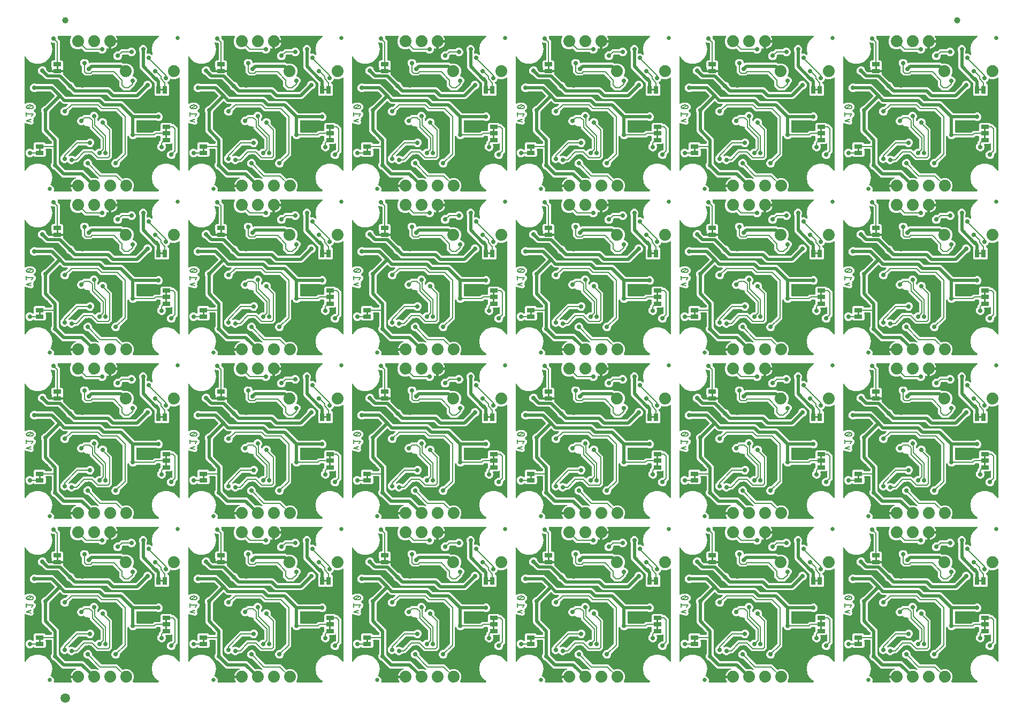
<source format=gbl>
G04 EAGLE Gerber RS-274X export*
G75*
%MOMM*%
%FSLAX34Y34*%
%LPD*%
%INBottom Copper*%
%IPPOS*%
%AMOC8*
5,1,8,0,0,1.08239X$1,22.5*%
G01*
%ADD10C,0.203200*%
%ADD11C,0.635000*%
%ADD12C,1.879600*%
%ADD13R,1.270000X0.660400*%
%ADD14R,0.660400X1.270000*%
%ADD15C,1.000000*%
%ADD16C,1.500000*%
%ADD17C,0.736600*%
%ADD18C,0.508000*%

G36*
X855755Y522238D02*
X855755Y522238D01*
X855847Y522241D01*
X855896Y522257D01*
X855946Y522265D01*
X856030Y522302D01*
X856117Y522331D01*
X856159Y522360D01*
X856205Y522381D01*
X856275Y522440D01*
X856351Y522492D01*
X856383Y522532D01*
X856422Y522564D01*
X856473Y522641D01*
X856532Y522712D01*
X856552Y522759D01*
X856580Y522801D01*
X856608Y522889D01*
X856644Y522973D01*
X856650Y523024D01*
X856666Y523072D01*
X856668Y523164D01*
X856679Y523255D01*
X856672Y523306D01*
X856673Y523356D01*
X856650Y523445D01*
X856635Y523536D01*
X856615Y523576D01*
X856601Y523631D01*
X856520Y523768D01*
X856486Y523837D01*
X855929Y524603D01*
X855076Y526277D01*
X854495Y528064D01*
X854374Y528829D01*
X865124Y528829D01*
X865182Y528837D01*
X865240Y528835D01*
X865322Y528857D01*
X865405Y528869D01*
X865459Y528893D01*
X865515Y528907D01*
X865588Y528950D01*
X865665Y528985D01*
X865709Y529023D01*
X865760Y529053D01*
X865817Y529114D01*
X865882Y529169D01*
X865914Y529217D01*
X865954Y529260D01*
X865993Y529335D01*
X866039Y529405D01*
X866057Y529461D01*
X866084Y529513D01*
X866095Y529581D01*
X866125Y529676D01*
X866128Y529776D01*
X866139Y529844D01*
X866139Y531876D01*
X866131Y531934D01*
X866132Y531992D01*
X866111Y532074D01*
X866099Y532157D01*
X866075Y532211D01*
X866061Y532267D01*
X866018Y532340D01*
X865983Y532417D01*
X865945Y532462D01*
X865915Y532512D01*
X865854Y532570D01*
X865799Y532634D01*
X865751Y532666D01*
X865708Y532706D01*
X865633Y532745D01*
X865563Y532791D01*
X865507Y532809D01*
X865455Y532836D01*
X865387Y532847D01*
X865292Y532877D01*
X865192Y532880D01*
X865124Y532891D01*
X854374Y532891D01*
X854495Y533656D01*
X855076Y535443D01*
X855929Y537117D01*
X857034Y538638D01*
X858362Y539966D01*
X859883Y541071D01*
X861557Y541924D01*
X862604Y542264D01*
X862717Y542319D01*
X862831Y542371D01*
X862844Y542382D01*
X862860Y542389D01*
X862953Y542473D01*
X863048Y542554D01*
X863058Y542568D01*
X863070Y542580D01*
X863136Y542686D01*
X863206Y542791D01*
X863211Y542807D01*
X863220Y542822D01*
X863254Y542943D01*
X863292Y543062D01*
X863292Y543079D01*
X863297Y543095D01*
X863296Y543221D01*
X863299Y543346D01*
X863295Y543363D01*
X863295Y543380D01*
X863259Y543500D01*
X863227Y543621D01*
X863219Y543636D01*
X863214Y543652D01*
X863146Y543758D01*
X863082Y543866D01*
X863070Y543877D01*
X863061Y543892D01*
X862966Y543974D01*
X862875Y544060D01*
X862860Y544068D01*
X862847Y544079D01*
X862733Y544132D01*
X862622Y544190D01*
X862606Y544192D01*
X862590Y544200D01*
X862309Y544245D01*
X862300Y544244D01*
X862291Y544245D01*
X842575Y544245D01*
X840521Y545096D01*
X838806Y546811D01*
X829339Y556278D01*
X829314Y556296D01*
X829294Y556320D01*
X829228Y556361D01*
X829112Y556449D01*
X829051Y556472D01*
X829009Y556498D01*
X826437Y557564D01*
X824543Y559457D01*
X823518Y561931D01*
X823518Y564609D01*
X824584Y567182D01*
X824592Y567212D01*
X824606Y567240D01*
X824619Y567317D01*
X824655Y567458D01*
X824653Y567522D01*
X824661Y567571D01*
X824661Y588137D01*
X824653Y588195D01*
X824654Y588253D01*
X824633Y588335D01*
X824621Y588419D01*
X824597Y588472D01*
X824583Y588528D01*
X824540Y588601D01*
X824505Y588678D01*
X824467Y588723D01*
X824437Y588773D01*
X824376Y588831D01*
X824321Y588895D01*
X824273Y588927D01*
X824230Y588967D01*
X824155Y589006D01*
X824085Y589053D01*
X824029Y589070D01*
X823977Y589097D01*
X823909Y589108D01*
X823814Y589138D01*
X823714Y589141D01*
X823646Y589152D01*
X816134Y589152D01*
X816048Y589140D01*
X815960Y589137D01*
X815908Y589120D01*
X815853Y589112D01*
X815773Y589077D01*
X815690Y589050D01*
X815650Y589022D01*
X815593Y588996D01*
X815480Y588900D01*
X815416Y588855D01*
X815289Y588728D01*
X815254Y588681D01*
X815212Y588641D01*
X815169Y588568D01*
X815118Y588501D01*
X815098Y588446D01*
X815068Y588396D01*
X815047Y588314D01*
X815017Y588235D01*
X815012Y588177D01*
X814998Y588120D01*
X815001Y588036D01*
X814994Y587952D01*
X815005Y587894D01*
X815007Y587836D01*
X815033Y587756D01*
X815050Y587673D01*
X815077Y587621D01*
X815095Y587565D01*
X815135Y587509D01*
X815181Y587421D01*
X815214Y587386D01*
X815214Y578238D01*
X813428Y576452D01*
X798202Y576452D01*
X796399Y578255D01*
X796352Y578290D01*
X796312Y578333D01*
X796239Y578376D01*
X796172Y578426D01*
X796117Y578447D01*
X796067Y578477D01*
X795985Y578497D01*
X795906Y578527D01*
X795848Y578532D01*
X795791Y578547D01*
X795707Y578544D01*
X795623Y578551D01*
X795566Y578540D01*
X795507Y578538D01*
X795427Y578512D01*
X795344Y578495D01*
X795292Y578468D01*
X795237Y578450D01*
X795180Y578410D01*
X795092Y578364D01*
X795019Y578295D01*
X794963Y578255D01*
X793906Y577198D01*
X791431Y576173D01*
X788753Y576173D01*
X786279Y577198D01*
X784386Y579091D01*
X783361Y581566D01*
X783361Y584244D01*
X784386Y586718D01*
X786279Y588611D01*
X788753Y589636D01*
X791431Y589636D01*
X793906Y588611D01*
X794683Y587834D01*
X794707Y587816D01*
X794726Y587794D01*
X794820Y587731D01*
X794910Y587663D01*
X794938Y587653D01*
X794962Y587636D01*
X795070Y587602D01*
X795176Y587562D01*
X795205Y587559D01*
X795233Y587551D01*
X795347Y587548D01*
X795459Y587538D01*
X795488Y587544D01*
X795517Y587543D01*
X795627Y587572D01*
X795738Y587594D01*
X795764Y587608D01*
X795792Y587615D01*
X795890Y587673D01*
X795990Y587725D01*
X796012Y587745D01*
X796037Y587760D01*
X796114Y587843D01*
X796196Y587921D01*
X796211Y587946D01*
X796231Y587968D01*
X796283Y588069D01*
X796340Y588166D01*
X796347Y588195D01*
X796361Y588221D01*
X796374Y588298D01*
X796410Y588442D01*
X796408Y588504D01*
X796416Y588552D01*
X796416Y597782D01*
X798202Y599568D01*
X813428Y599568D01*
X815416Y597579D01*
X815486Y597527D01*
X815550Y597467D01*
X815599Y597441D01*
X815644Y597408D01*
X815725Y597377D01*
X815803Y597337D01*
X815851Y597329D01*
X815909Y597307D01*
X816057Y597295D01*
X816134Y597282D01*
X823646Y597282D01*
X823704Y597290D01*
X823762Y597288D01*
X823844Y597310D01*
X823927Y597322D01*
X823981Y597345D01*
X824037Y597360D01*
X824110Y597403D01*
X824187Y597438D01*
X824231Y597476D01*
X824282Y597505D01*
X824339Y597567D01*
X824404Y597621D01*
X824436Y597670D01*
X824476Y597713D01*
X824515Y597788D01*
X824561Y597858D01*
X824579Y597914D01*
X824606Y597966D01*
X824617Y598034D01*
X824647Y598129D01*
X824650Y598229D01*
X824661Y598297D01*
X824661Y600667D01*
X824649Y600754D01*
X824646Y600841D01*
X824629Y600894D01*
X824621Y600948D01*
X824585Y601028D01*
X824559Y601111D01*
X824531Y601151D01*
X824505Y601208D01*
X824409Y601321D01*
X824364Y601385D01*
X809967Y615781D01*
X809116Y617836D01*
X809116Y645940D01*
X809112Y645970D01*
X809114Y646001D01*
X809097Y646078D01*
X809076Y646221D01*
X809050Y646280D01*
X809039Y646328D01*
X807973Y648901D01*
X807973Y651579D01*
X808998Y654053D01*
X810892Y655947D01*
X813465Y657013D01*
X813491Y657028D01*
X813521Y657038D01*
X813585Y657083D01*
X813710Y657157D01*
X813754Y657204D01*
X813794Y657233D01*
X828931Y672369D01*
X828966Y672416D01*
X829008Y672456D01*
X829051Y672529D01*
X829102Y672597D01*
X829122Y672651D01*
X829152Y672702D01*
X829173Y672783D01*
X829203Y672862D01*
X829208Y672921D01*
X829222Y672977D01*
X829219Y673062D01*
X829226Y673146D01*
X829215Y673203D01*
X829213Y673261D01*
X829187Y673342D01*
X829171Y673424D01*
X829144Y673476D01*
X829126Y673532D01*
X829086Y673588D01*
X829040Y673677D01*
X828971Y673749D01*
X828931Y673805D01*
X822593Y680143D01*
X822524Y680195D01*
X822460Y680255D01*
X822410Y680280D01*
X822366Y680313D01*
X822285Y680345D01*
X822207Y680384D01*
X822159Y680392D01*
X822101Y680415D01*
X821953Y680427D01*
X821876Y680440D01*
X801327Y680440D01*
X801297Y680436D01*
X801266Y680438D01*
X801189Y680420D01*
X801046Y680400D01*
X800987Y680374D01*
X800939Y680363D01*
X798366Y679297D01*
X795688Y679297D01*
X793213Y680322D01*
X791320Y682215D01*
X790295Y684690D01*
X790295Y687368D01*
X791320Y689842D01*
X793213Y691735D01*
X795688Y692760D01*
X798366Y692760D01*
X800939Y691695D01*
X800968Y691687D01*
X800996Y691673D01*
X801073Y691660D01*
X801214Y691624D01*
X801278Y691626D01*
X801327Y691617D01*
X825723Y691617D01*
X827777Y690766D01*
X840575Y677968D01*
X846618Y671925D01*
X846688Y671872D01*
X846752Y671812D01*
X846801Y671787D01*
X846846Y671754D01*
X846927Y671723D01*
X847005Y671683D01*
X847053Y671675D01*
X847111Y671653D01*
X847259Y671641D01*
X847336Y671628D01*
X901237Y671628D01*
X903291Y670777D01*
X905006Y669062D01*
X909255Y664813D01*
X909325Y664760D01*
X909388Y664700D01*
X909438Y664675D01*
X909482Y664642D01*
X909564Y664611D01*
X909642Y664571D01*
X909689Y664563D01*
X909748Y664541D01*
X909895Y664529D01*
X909973Y664516D01*
X935324Y664516D01*
X937378Y663665D01*
X939093Y661950D01*
X955076Y645966D01*
X955146Y645914D01*
X955210Y645854D01*
X955259Y645828D01*
X955304Y645795D01*
X955385Y645764D01*
X955463Y645724D01*
X955511Y645716D01*
X955569Y645694D01*
X955717Y645682D01*
X955794Y645669D01*
X989475Y645669D01*
X989505Y645673D01*
X989536Y645671D01*
X989613Y645688D01*
X989756Y645709D01*
X989815Y645735D01*
X989863Y645746D01*
X992436Y646812D01*
X995114Y646812D01*
X997588Y645787D01*
X999482Y643893D01*
X1000507Y641419D01*
X1000507Y638741D01*
X999482Y636267D01*
X997588Y634373D01*
X995114Y633348D01*
X992436Y633348D01*
X989863Y634414D01*
X989833Y634422D01*
X989806Y634436D01*
X989728Y634449D01*
X989588Y634485D01*
X989523Y634483D01*
X989475Y634491D01*
X959663Y634491D01*
X959605Y634483D01*
X959546Y634485D01*
X959465Y634463D01*
X959381Y634451D01*
X959328Y634428D01*
X959271Y634413D01*
X959199Y634370D01*
X959122Y634335D01*
X959077Y634297D01*
X959027Y634268D01*
X958969Y634206D01*
X958905Y634152D01*
X958872Y634103D01*
X958832Y634060D01*
X958794Y633985D01*
X958747Y633915D01*
X958730Y633859D01*
X958703Y633807D01*
X958692Y633739D01*
X958662Y633644D01*
X958659Y633544D01*
X958648Y633476D01*
X958648Y616280D01*
X958656Y616222D01*
X958654Y616164D01*
X958676Y616082D01*
X958687Y615999D01*
X958711Y615945D01*
X958726Y615889D01*
X958769Y615816D01*
X958804Y615739D01*
X958841Y615695D01*
X958871Y615644D01*
X958933Y615587D01*
X958987Y615522D01*
X959036Y615490D01*
X959079Y615450D01*
X959154Y615411D01*
X959224Y615365D01*
X959280Y615347D01*
X959332Y615320D01*
X959400Y615309D01*
X959495Y615279D01*
X959595Y615276D01*
X959663Y615265D01*
X984356Y615265D01*
X984442Y615277D01*
X984530Y615280D01*
X984582Y615297D01*
X984637Y615305D01*
X984717Y615341D01*
X984800Y615367D01*
X984839Y615395D01*
X984897Y615421D01*
X985010Y615517D01*
X985073Y615562D01*
X987342Y617830D01*
X995419Y617830D01*
X995506Y617843D01*
X995593Y617845D01*
X995646Y617862D01*
X995701Y617870D01*
X995780Y617906D01*
X995864Y617933D01*
X995903Y617961D01*
X995960Y617986D01*
X996073Y618082D01*
X996137Y618128D01*
X996264Y618255D01*
X996299Y618301D01*
X996342Y618342D01*
X996384Y618415D01*
X996435Y618482D01*
X996456Y618537D01*
X996485Y618587D01*
X996506Y618669D01*
X996536Y618748D01*
X996541Y618806D01*
X996555Y618863D01*
X996553Y618947D01*
X996560Y619031D01*
X996548Y619088D01*
X996546Y619147D01*
X996520Y619227D01*
X996504Y619310D01*
X996477Y619362D01*
X996459Y619417D01*
X996419Y619473D01*
X996373Y619562D01*
X996340Y619597D01*
X996340Y628744D01*
X998126Y630530D01*
X1013351Y630530D01*
X1015340Y628542D01*
X1015410Y628489D01*
X1015474Y628429D01*
X1015523Y628404D01*
X1015567Y628371D01*
X1015649Y628340D01*
X1015727Y628300D01*
X1015774Y628292D01*
X1015833Y628270D01*
X1015980Y628257D01*
X1016058Y628244D01*
X1017861Y628244D01*
X1023926Y622180D01*
X1023926Y584259D01*
X1020873Y581207D01*
X1020820Y581137D01*
X1020760Y581073D01*
X1020735Y581024D01*
X1020702Y580980D01*
X1020671Y580898D01*
X1020631Y580820D01*
X1020623Y580772D01*
X1020601Y580714D01*
X1020589Y580566D01*
X1020576Y580489D01*
X1020576Y578638D01*
X1019551Y576164D01*
X1017657Y574270D01*
X1015183Y573245D01*
X1012505Y573245D01*
X1010031Y574270D01*
X1008137Y576164D01*
X1007112Y578638D01*
X1007112Y581316D01*
X1008137Y583790D01*
X1010031Y585684D01*
X1012505Y586709D01*
X1014457Y586709D01*
X1014544Y586721D01*
X1014631Y586724D01*
X1014684Y586741D01*
X1014739Y586748D01*
X1014819Y586784D01*
X1014902Y586811D01*
X1014941Y586839D01*
X1014998Y586865D01*
X1015112Y586961D01*
X1015175Y587006D01*
X1015499Y587329D01*
X1015551Y587399D01*
X1015611Y587463D01*
X1015636Y587512D01*
X1015670Y587557D01*
X1015701Y587638D01*
X1015741Y587716D01*
X1015749Y587764D01*
X1015771Y587822D01*
X1015783Y587970D01*
X1015796Y588047D01*
X1015796Y596995D01*
X1015792Y597024D01*
X1015794Y597053D01*
X1015772Y597164D01*
X1015756Y597276D01*
X1015744Y597303D01*
X1015739Y597332D01*
X1015686Y597432D01*
X1015640Y597536D01*
X1015621Y597558D01*
X1015608Y597584D01*
X1015529Y597666D01*
X1015456Y597753D01*
X1015432Y597769D01*
X1015412Y597790D01*
X1015314Y597847D01*
X1015220Y597910D01*
X1015192Y597919D01*
X1015166Y597934D01*
X1015057Y597962D01*
X1014949Y597996D01*
X1014919Y597997D01*
X1014891Y598004D01*
X1014778Y598000D01*
X1014665Y598003D01*
X1014636Y597996D01*
X1014607Y597995D01*
X1014499Y597960D01*
X1014389Y597932D01*
X1014364Y597917D01*
X1014336Y597908D01*
X1014272Y597862D01*
X1014145Y597786D01*
X1014102Y597741D01*
X1014063Y597713D01*
X1013351Y597001D01*
X1005461Y597001D01*
X1005347Y596985D01*
X1005233Y596975D01*
X1005207Y596965D01*
X1005179Y596961D01*
X1005074Y596914D01*
X1004967Y596873D01*
X1004945Y596856D01*
X1004920Y596845D01*
X1004832Y596771D01*
X1004741Y596701D01*
X1004724Y596679D01*
X1004703Y596661D01*
X1004639Y596566D01*
X1004570Y596474D01*
X1004561Y596448D01*
X1004545Y596425D01*
X1004511Y596315D01*
X1004470Y596208D01*
X1004468Y596180D01*
X1004459Y596153D01*
X1004457Y596039D01*
X1004447Y595924D01*
X1004453Y595900D01*
X1004452Y595869D01*
X1004519Y595612D01*
X1004523Y595597D01*
X1005333Y593642D01*
X1005333Y590964D01*
X1004308Y588489D01*
X1002414Y586596D01*
X999940Y585571D01*
X997262Y585571D01*
X994788Y586596D01*
X992894Y588489D01*
X991869Y590964D01*
X991869Y593642D01*
X992894Y596116D01*
X994239Y597461D01*
X994291Y597530D01*
X994351Y597594D01*
X994377Y597644D01*
X994410Y597688D01*
X994441Y597770D01*
X994481Y597847D01*
X994489Y597895D01*
X994511Y597953D01*
X994523Y598101D01*
X994536Y598179D01*
X994536Y600514D01*
X996042Y602020D01*
X996095Y602090D01*
X996155Y602154D01*
X996180Y602203D01*
X996213Y602247D01*
X996244Y602329D01*
X996284Y602407D01*
X996292Y602454D01*
X996314Y602513D01*
X996327Y602661D01*
X996340Y602738D01*
X996340Y607926D01*
X996342Y607928D01*
X996384Y608001D01*
X996435Y608068D01*
X996456Y608123D01*
X996485Y608173D01*
X996506Y608255D01*
X996536Y608334D01*
X996541Y608392D01*
X996555Y608449D01*
X996553Y608533D01*
X996560Y608617D01*
X996548Y608674D01*
X996546Y608733D01*
X996520Y608813D01*
X996504Y608896D01*
X996477Y608948D01*
X996459Y609003D01*
X996419Y609060D01*
X996373Y609148D01*
X996304Y609220D01*
X996264Y609277D01*
X996137Y609404D01*
X996067Y609456D01*
X996003Y609516D01*
X995954Y609541D01*
X995910Y609574D01*
X995828Y609606D01*
X995750Y609645D01*
X995703Y609653D01*
X995644Y609676D01*
X995496Y609688D01*
X995419Y609701D01*
X991129Y609701D01*
X991043Y609689D01*
X990955Y609686D01*
X990903Y609669D01*
X990848Y609661D01*
X990768Y609625D01*
X990685Y609598D01*
X990646Y609570D01*
X990589Y609545D01*
X990475Y609449D01*
X990412Y609404D01*
X988144Y607135D01*
X958935Y607135D01*
X958848Y607123D01*
X958761Y607120D01*
X958708Y607103D01*
X958653Y607096D01*
X958573Y607060D01*
X958490Y607033D01*
X958451Y607005D01*
X958394Y606979D01*
X958281Y606884D01*
X958217Y606838D01*
X956872Y605493D01*
X954398Y604468D01*
X951720Y604468D01*
X949246Y605493D01*
X947352Y607387D01*
X946555Y609312D01*
X946511Y609386D01*
X946476Y609464D01*
X946439Y609508D01*
X946410Y609557D01*
X946348Y609616D01*
X946292Y609681D01*
X946245Y609713D01*
X946203Y609752D01*
X946127Y609791D01*
X946055Y609839D01*
X946001Y609856D01*
X945951Y609882D01*
X945866Y609899D01*
X945784Y609925D01*
X945728Y609926D01*
X945672Y609937D01*
X945586Y609930D01*
X945500Y609932D01*
X945445Y609918D01*
X945388Y609913D01*
X945308Y609882D01*
X945225Y609860D01*
X945176Y609831D01*
X945123Y609811D01*
X945055Y609759D01*
X944981Y609715D01*
X944942Y609674D01*
X944896Y609639D01*
X944845Y609570D01*
X944786Y609508D01*
X944760Y609457D01*
X944726Y609412D01*
X944696Y609331D01*
X944657Y609255D01*
X944649Y609206D01*
X944626Y609146D01*
X944614Y609001D01*
X944601Y608924D01*
X944601Y579494D01*
X933037Y567929D01*
X932984Y567860D01*
X932924Y567796D01*
X932899Y567746D01*
X932866Y567702D01*
X932835Y567620D01*
X932795Y567542D01*
X932787Y567495D01*
X932765Y567436D01*
X932753Y567289D01*
X932740Y567211D01*
X932740Y565310D01*
X931715Y562835D01*
X929821Y560942D01*
X927347Y559917D01*
X924669Y559917D01*
X922195Y560942D01*
X920301Y562835D01*
X919276Y565310D01*
X919276Y567988D01*
X920301Y570462D01*
X922195Y572355D01*
X924669Y573380D01*
X926571Y573380D01*
X926657Y573393D01*
X926745Y573395D01*
X926797Y573412D01*
X926852Y573420D01*
X926932Y573456D01*
X927015Y573483D01*
X927054Y573511D01*
X927112Y573536D01*
X927225Y573632D01*
X927288Y573678D01*
X936174Y582564D01*
X936227Y582633D01*
X936287Y582697D01*
X936312Y582747D01*
X936345Y582791D01*
X936377Y582873D01*
X936416Y582951D01*
X936424Y582998D01*
X936447Y583057D01*
X936459Y583204D01*
X936472Y583282D01*
X936472Y638204D01*
X936460Y638291D01*
X936457Y638378D01*
X936440Y638431D01*
X936432Y638486D01*
X936396Y638566D01*
X936369Y638649D01*
X936341Y638688D01*
X936316Y638745D01*
X936220Y638859D01*
X936174Y638922D01*
X926676Y648421D01*
X926606Y648473D01*
X926542Y648533D01*
X926493Y648558D01*
X926449Y648592D01*
X926367Y648623D01*
X926289Y648663D01*
X926242Y648670D01*
X926183Y648693D01*
X926036Y648705D01*
X925958Y648718D01*
X902147Y648718D01*
X896046Y654819D01*
X895977Y654871D01*
X895913Y654931D01*
X895863Y654956D01*
X895819Y654990D01*
X895738Y655021D01*
X895660Y655061D01*
X895612Y655069D01*
X895554Y655091D01*
X895406Y655103D01*
X895329Y655116D01*
X857980Y655116D01*
X857893Y655104D01*
X857806Y655101D01*
X857753Y655084D01*
X857698Y655076D01*
X857619Y655040D01*
X857535Y655014D01*
X857496Y654986D01*
X857439Y654960D01*
X857326Y654864D01*
X857262Y654819D01*
X852417Y649974D01*
X852365Y649904D01*
X852305Y649840D01*
X852280Y649791D01*
X852246Y649747D01*
X852215Y649665D01*
X852175Y649587D01*
X852167Y649540D01*
X852145Y649481D01*
X852133Y649334D01*
X852120Y649256D01*
X852120Y647354D01*
X851095Y644880D01*
X849202Y642987D01*
X846727Y641962D01*
X844049Y641962D01*
X841575Y642987D01*
X839681Y644880D01*
X838656Y647354D01*
X838656Y650032D01*
X839681Y652507D01*
X841575Y654400D01*
X844049Y655425D01*
X845951Y655425D01*
X846038Y655437D01*
X846125Y655440D01*
X846178Y655457D01*
X846233Y655465D01*
X846312Y655501D01*
X846396Y655528D01*
X846435Y655556D01*
X846492Y655581D01*
X846605Y655677D01*
X846669Y655722D01*
X849663Y658717D01*
X849681Y658740D01*
X849703Y658759D01*
X849766Y658854D01*
X849834Y658944D01*
X849845Y658972D01*
X849861Y658996D01*
X849895Y659104D01*
X849936Y659210D01*
X849938Y659239D01*
X849947Y659267D01*
X849950Y659380D01*
X849959Y659493D01*
X849953Y659522D01*
X849954Y659551D01*
X849925Y659661D01*
X849903Y659772D01*
X849890Y659798D01*
X849882Y659826D01*
X849824Y659924D01*
X849772Y660024D01*
X849752Y660045D01*
X849737Y660071D01*
X849654Y660148D01*
X849576Y660230D01*
X849551Y660245D01*
X849530Y660265D01*
X849429Y660317D01*
X849331Y660374D01*
X849303Y660381D01*
X849277Y660395D01*
X849199Y660408D01*
X849056Y660444D01*
X848993Y660442D01*
X848946Y660450D01*
X843489Y660450D01*
X841435Y661301D01*
X838270Y664466D01*
X838224Y664501D01*
X838183Y664543D01*
X838110Y664586D01*
X838043Y664637D01*
X837988Y664657D01*
X837938Y664687D01*
X837856Y664708D01*
X837777Y664738D01*
X837719Y664743D01*
X837662Y664757D01*
X837578Y664754D01*
X837494Y664761D01*
X837437Y664750D01*
X837378Y664748D01*
X837298Y664722D01*
X837215Y664706D01*
X837163Y664679D01*
X837108Y664661D01*
X837052Y664621D01*
X836963Y664575D01*
X836891Y664506D01*
X836834Y664466D01*
X821698Y649329D01*
X821679Y649304D01*
X821656Y649284D01*
X821614Y649218D01*
X821527Y649102D01*
X821504Y649042D01*
X821478Y649000D01*
X820371Y646328D01*
X820363Y646298D01*
X820349Y646271D01*
X820336Y646193D01*
X820300Y646053D01*
X820302Y645988D01*
X820294Y645940D01*
X820294Y621683D01*
X820301Y621630D01*
X820300Y621603D01*
X820307Y621580D01*
X820309Y621509D01*
X820326Y621456D01*
X820334Y621401D01*
X820369Y621321D01*
X820396Y621238D01*
X820424Y621199D01*
X820450Y621142D01*
X820546Y621028D01*
X820591Y620965D01*
X834988Y606568D01*
X835839Y604514D01*
X835839Y567571D01*
X835843Y567540D01*
X835840Y567509D01*
X835858Y567433D01*
X835878Y567289D01*
X835905Y567231D01*
X835916Y567182D01*
X837022Y564511D01*
X837038Y564484D01*
X837048Y564455D01*
X837093Y564391D01*
X837167Y564266D01*
X837200Y564235D01*
X837203Y564229D01*
X837219Y564214D01*
X837243Y564181D01*
X845704Y555720D01*
X845774Y555667D01*
X845838Y555607D01*
X845887Y555582D01*
X845931Y555549D01*
X846013Y555518D01*
X846091Y555478D01*
X846138Y555470D01*
X846197Y555448D01*
X846345Y555436D01*
X846422Y555423D01*
X873678Y555423D01*
X875732Y554572D01*
X877447Y552857D01*
X887123Y543181D01*
X887124Y543180D01*
X887125Y543179D01*
X887243Y543090D01*
X887350Y543010D01*
X887351Y543009D01*
X887353Y543008D01*
X887486Y542958D01*
X887616Y542909D01*
X887617Y542909D01*
X887619Y542908D01*
X887758Y542897D01*
X887899Y542885D01*
X887900Y542886D01*
X887902Y542885D01*
X887917Y542889D01*
X888178Y542941D01*
X888205Y542955D01*
X888229Y542961D01*
X889064Y543307D01*
X894016Y543307D01*
X897634Y541808D01*
X897717Y541787D01*
X897797Y541756D01*
X897854Y541751D01*
X897909Y541737D01*
X897995Y541740D01*
X898080Y541733D01*
X898136Y541744D01*
X898193Y541745D01*
X898275Y541772D01*
X898359Y541788D01*
X898410Y541815D01*
X898464Y541832D01*
X898535Y541880D01*
X898611Y541919D01*
X898653Y541959D01*
X898700Y541990D01*
X898755Y542056D01*
X898818Y542115D01*
X898846Y542164D01*
X898883Y542208D01*
X898918Y542286D01*
X898961Y542361D01*
X898975Y542416D01*
X898998Y542468D01*
X899010Y542553D01*
X899031Y542636D01*
X899030Y542693D01*
X899037Y542749D01*
X899025Y542834D01*
X899022Y542920D01*
X899005Y542974D01*
X898997Y543031D01*
X898961Y543109D01*
X898935Y543191D01*
X898906Y543231D01*
X898880Y543290D01*
X898786Y543400D01*
X898740Y543464D01*
X896855Y545349D01*
X882915Y559289D01*
X882845Y559342D01*
X882781Y559402D01*
X882732Y559427D01*
X882687Y559460D01*
X882606Y559491D01*
X882528Y559531D01*
X882480Y559539D01*
X882422Y559561D01*
X882274Y559574D01*
X882197Y559587D01*
X880295Y559587D01*
X877821Y560612D01*
X875927Y562505D01*
X874902Y564979D01*
X874902Y567657D01*
X875927Y570132D01*
X877821Y572025D01*
X880295Y573050D01*
X882973Y573050D01*
X885447Y572025D01*
X887341Y570132D01*
X888366Y567657D01*
X888366Y565756D01*
X888378Y565669D01*
X888381Y565582D01*
X888398Y565529D01*
X888406Y565474D01*
X888441Y565394D01*
X888468Y565311D01*
X888496Y565272D01*
X888522Y565215D01*
X888618Y565101D01*
X888663Y565038D01*
X902604Y551097D01*
X902673Y551045D01*
X902737Y550985D01*
X902787Y550959D01*
X902831Y550926D01*
X902913Y550895D01*
X902991Y550855D01*
X903038Y550847D01*
X903097Y550825D01*
X903244Y550813D01*
X903322Y550800D01*
X928149Y550800D01*
X930827Y548121D01*
X936399Y542550D01*
X936400Y542549D01*
X936401Y542547D01*
X936511Y542465D01*
X936626Y542379D01*
X936627Y542378D01*
X936629Y542377D01*
X936761Y542327D01*
X936892Y542278D01*
X936893Y542277D01*
X936895Y542277D01*
X937039Y542265D01*
X937175Y542254D01*
X937176Y542254D01*
X937178Y542254D01*
X937194Y542258D01*
X937454Y542310D01*
X937481Y542324D01*
X937505Y542330D01*
X939864Y543307D01*
X944816Y543307D01*
X949391Y541412D01*
X952892Y537911D01*
X954787Y533336D01*
X954787Y528384D01*
X952817Y523629D01*
X952788Y523517D01*
X952754Y523408D01*
X952753Y523380D01*
X952746Y523353D01*
X952749Y523239D01*
X952746Y523124D01*
X952753Y523097D01*
X952754Y523069D01*
X952789Y522960D01*
X952818Y522849D01*
X952832Y522825D01*
X952841Y522798D01*
X952905Y522703D01*
X952963Y522604D01*
X952984Y522585D01*
X952999Y522562D01*
X953087Y522488D01*
X953171Y522410D01*
X953195Y522397D01*
X953217Y522379D01*
X953321Y522333D01*
X953424Y522280D01*
X953448Y522276D01*
X953476Y522264D01*
X953740Y522227D01*
X953755Y522225D01*
X993307Y522225D01*
X993380Y522235D01*
X993454Y522235D01*
X993520Y522255D01*
X993589Y522265D01*
X993656Y522295D01*
X993726Y522315D01*
X993785Y522352D01*
X993848Y522381D01*
X993904Y522428D01*
X993966Y522468D01*
X994012Y522520D01*
X994065Y522564D01*
X994106Y522626D01*
X994155Y522681D01*
X994184Y522743D01*
X994223Y522801D01*
X994245Y522871D01*
X994276Y522938D01*
X994288Y523006D01*
X994308Y523072D01*
X994310Y523146D01*
X994322Y523218D01*
X994314Y523287D01*
X994316Y523356D01*
X994297Y523427D01*
X994288Y523501D01*
X994261Y523564D01*
X994244Y523631D01*
X994206Y523695D01*
X994178Y523762D01*
X994139Y523807D01*
X994099Y523876D01*
X994009Y523960D01*
X993960Y524018D01*
X988255Y528804D01*
X984269Y535709D01*
X982885Y543560D01*
X984269Y551411D01*
X988255Y558315D01*
X994362Y563440D01*
X1001854Y566167D01*
X1009826Y566167D01*
X1017318Y563440D01*
X1023425Y558316D01*
X1025281Y555101D01*
X1025293Y555086D01*
X1025301Y555068D01*
X1025380Y554974D01*
X1025456Y554877D01*
X1025472Y554866D01*
X1025485Y554851D01*
X1025587Y554782D01*
X1025686Y554711D01*
X1025705Y554704D01*
X1025721Y554693D01*
X1025839Y554656D01*
X1025954Y554614D01*
X1025974Y554613D01*
X1025992Y554607D01*
X1026115Y554604D01*
X1026238Y554596D01*
X1026257Y554601D01*
X1026276Y554600D01*
X1026395Y554631D01*
X1026515Y554658D01*
X1026533Y554667D01*
X1026551Y554672D01*
X1026657Y554734D01*
X1026765Y554793D01*
X1026779Y554807D01*
X1026796Y554817D01*
X1026880Y554907D01*
X1026967Y554993D01*
X1026977Y555010D01*
X1026990Y555024D01*
X1027046Y555134D01*
X1027106Y555241D01*
X1027111Y555260D01*
X1027120Y555278D01*
X1027132Y555350D01*
X1027171Y555518D01*
X1027169Y555569D01*
X1027175Y555609D01*
X1027175Y701103D01*
X1027171Y701132D01*
X1027174Y701161D01*
X1027151Y701272D01*
X1027135Y701384D01*
X1027123Y701411D01*
X1027118Y701440D01*
X1027065Y701540D01*
X1027019Y701644D01*
X1027000Y701666D01*
X1026987Y701692D01*
X1026909Y701774D01*
X1026836Y701861D01*
X1026811Y701877D01*
X1026791Y701898D01*
X1026693Y701955D01*
X1026599Y702018D01*
X1026571Y702027D01*
X1026546Y702042D01*
X1026436Y702070D01*
X1026328Y702104D01*
X1026298Y702105D01*
X1026270Y702112D01*
X1026157Y702108D01*
X1026044Y702111D01*
X1026015Y702104D01*
X1025986Y702103D01*
X1025878Y702068D01*
X1025769Y702039D01*
X1025743Y702025D01*
X1025715Y702015D01*
X1025651Y701970D01*
X1025524Y701894D01*
X1025481Y701849D01*
X1025442Y701821D01*
X1025057Y701436D01*
X1020482Y699541D01*
X1015531Y699541D01*
X1013248Y700486D01*
X1013192Y700501D01*
X1013138Y700525D01*
X1013055Y700536D01*
X1012973Y700557D01*
X1012915Y700555D01*
X1012857Y700563D01*
X1012773Y700551D01*
X1012689Y700549D01*
X1012633Y700531D01*
X1012575Y700523D01*
X1012498Y700488D01*
X1012418Y700462D01*
X1012369Y700430D01*
X1012316Y700406D01*
X1012252Y700351D01*
X1012182Y700304D01*
X1012144Y700259D01*
X1012100Y700221D01*
X1012063Y700163D01*
X1011999Y700086D01*
X1011958Y699995D01*
X1011922Y699937D01*
X1010993Y697695D01*
X1009100Y695802D01*
X1008525Y695563D01*
X1008523Y695563D01*
X1008522Y695562D01*
X1008404Y695492D01*
X1008280Y695419D01*
X1008279Y695418D01*
X1008278Y695417D01*
X1008180Y695313D01*
X1008085Y695212D01*
X1008084Y695211D01*
X1008083Y695210D01*
X1008019Y695084D01*
X1007955Y694959D01*
X1007954Y694958D01*
X1007954Y694957D01*
X1007951Y694942D01*
X1007900Y694681D01*
X1007902Y694650D01*
X1007898Y694625D01*
X1007898Y693402D01*
X1007910Y693315D01*
X1007913Y693227D01*
X1007930Y693175D01*
X1007938Y693120D01*
X1007974Y693040D01*
X1008001Y692957D01*
X1008029Y692918D01*
X1008054Y692861D01*
X1008150Y692747D01*
X1008195Y692684D01*
X1010184Y690695D01*
X1010184Y675469D01*
X1008398Y673683D01*
X999259Y673683D01*
X999257Y673685D01*
X999184Y673728D01*
X999117Y673779D01*
X999063Y673799D01*
X999012Y673829D01*
X998930Y673850D01*
X998851Y673880D01*
X998793Y673885D01*
X998736Y673899D01*
X998652Y673896D01*
X998568Y673903D01*
X998511Y673892D01*
X998452Y673890D01*
X998372Y673864D01*
X998289Y673848D01*
X998237Y673821D01*
X998182Y673803D01*
X998126Y673763D01*
X998037Y673717D01*
X998002Y673683D01*
X988855Y673683D01*
X987069Y675469D01*
X987069Y690695D01*
X987533Y691160D01*
X987586Y691229D01*
X987646Y691293D01*
X987671Y691343D01*
X987704Y691387D01*
X987735Y691469D01*
X987775Y691547D01*
X987783Y691594D01*
X987805Y691653D01*
X987818Y691800D01*
X987831Y691878D01*
X987831Y692967D01*
X987830Y692969D01*
X987831Y692970D01*
X987810Y693111D01*
X987791Y693249D01*
X987790Y693250D01*
X987790Y693252D01*
X987732Y693379D01*
X987675Y693508D01*
X987674Y693509D01*
X987673Y693511D01*
X987582Y693618D01*
X987491Y693725D01*
X987490Y693726D01*
X987489Y693727D01*
X987476Y693735D01*
X987254Y693883D01*
X987225Y693892D01*
X987204Y693905D01*
X986546Y694178D01*
X984652Y696071D01*
X984601Y696195D01*
X984585Y696221D01*
X984576Y696251D01*
X984530Y696314D01*
X984457Y696439D01*
X984431Y696464D01*
X984428Y696468D01*
X984405Y696490D01*
X984381Y696524D01*
X964521Y716383D01*
X963671Y718438D01*
X963671Y742480D01*
X963666Y742511D01*
X963669Y742542D01*
X963651Y742618D01*
X963631Y742762D01*
X963604Y742820D01*
X963593Y742869D01*
X962528Y745442D01*
X962528Y748120D01*
X963552Y750594D01*
X965446Y752488D01*
X967920Y753512D01*
X970598Y753512D01*
X973073Y752488D01*
X974966Y750594D01*
X975991Y748120D01*
X975991Y745442D01*
X974925Y742869D01*
X974918Y742839D01*
X974904Y742811D01*
X974891Y742734D01*
X974854Y742593D01*
X974856Y742529D01*
X974848Y742480D01*
X974848Y740618D01*
X974864Y740504D01*
X974874Y740390D01*
X974884Y740364D01*
X974888Y740336D01*
X974935Y740232D01*
X974976Y740124D01*
X974993Y740102D01*
X975004Y740077D01*
X975078Y739989D01*
X975148Y739898D01*
X975170Y739881D01*
X975188Y739860D01*
X975283Y739796D01*
X975375Y739728D01*
X975401Y739718D01*
X975424Y739702D01*
X975534Y739668D01*
X975641Y739627D01*
X975669Y739625D01*
X975695Y739617D01*
X975810Y739614D01*
X975925Y739605D01*
X975949Y739610D01*
X975980Y739609D01*
X976236Y739676D01*
X976252Y739680D01*
X976790Y739903D01*
X979468Y739903D01*
X981942Y738878D01*
X982497Y738323D01*
X982591Y738252D01*
X982681Y738177D01*
X982704Y738167D01*
X982724Y738152D01*
X982834Y738110D01*
X982941Y738063D01*
X982966Y738060D01*
X982990Y738051D01*
X983107Y738041D01*
X983223Y738026D01*
X983248Y738029D01*
X983273Y738027D01*
X983388Y738050D01*
X983504Y738068D01*
X983527Y738078D01*
X983552Y738083D01*
X983656Y738137D01*
X983763Y738186D01*
X983782Y738203D01*
X983804Y738214D01*
X983889Y738295D01*
X983978Y738372D01*
X983992Y738393D01*
X984010Y738410D01*
X984069Y738511D01*
X984134Y738610D01*
X984141Y738634D01*
X984154Y738655D01*
X984183Y738769D01*
X984217Y738881D01*
X984217Y738904D01*
X984224Y738931D01*
X984215Y739215D01*
X984215Y739216D01*
X984215Y739217D01*
X982885Y746760D01*
X984269Y754611D01*
X988255Y761515D01*
X993960Y766302D01*
X994009Y766357D01*
X994065Y766405D01*
X994104Y766462D01*
X994150Y766514D01*
X994182Y766580D01*
X994223Y766641D01*
X994244Y766707D01*
X994274Y766770D01*
X994286Y766842D01*
X994308Y766912D01*
X994310Y766981D01*
X994322Y767050D01*
X994314Y767123D01*
X994316Y767196D01*
X994298Y767263D01*
X994291Y767332D01*
X994263Y767400D01*
X994244Y767471D01*
X994209Y767531D01*
X994182Y767595D01*
X994136Y767653D01*
X994099Y767716D01*
X994048Y767763D01*
X994005Y767817D01*
X993945Y767860D01*
X993891Y767910D01*
X993830Y767942D01*
X993773Y767982D01*
X993704Y768006D01*
X993638Y768040D01*
X993580Y768050D01*
X993505Y768076D01*
X993383Y768083D01*
X993307Y768095D01*
X927416Y768095D01*
X927325Y768082D01*
X927233Y768079D01*
X927184Y768063D01*
X927134Y768055D01*
X927050Y768018D01*
X926963Y767989D01*
X926921Y767960D01*
X926875Y767939D01*
X926805Y767880D01*
X926729Y767828D01*
X926697Y767788D01*
X926658Y767756D01*
X926607Y767679D01*
X926548Y767608D01*
X926528Y767561D01*
X926500Y767519D01*
X926472Y767431D01*
X926436Y767347D01*
X926430Y767296D01*
X926414Y767248D01*
X926412Y767156D01*
X926401Y767065D01*
X926408Y767014D01*
X926407Y766964D01*
X926430Y766875D01*
X926445Y766784D01*
X926465Y766744D01*
X926479Y766689D01*
X926560Y766552D01*
X926594Y766483D01*
X927151Y765717D01*
X928004Y764043D01*
X928585Y762256D01*
X928706Y761491D01*
X917956Y761491D01*
X917898Y761483D01*
X917840Y761485D01*
X917758Y761463D01*
X917675Y761451D01*
X917621Y761427D01*
X917565Y761413D01*
X917492Y761370D01*
X917415Y761335D01*
X917371Y761297D01*
X917320Y761267D01*
X917263Y761206D01*
X917198Y761151D01*
X917166Y761103D01*
X917126Y761060D01*
X917087Y760985D01*
X917041Y760915D01*
X917023Y760859D01*
X916996Y760807D01*
X916985Y760739D01*
X916955Y760644D01*
X916952Y760544D01*
X916941Y760476D01*
X916941Y759459D01*
X915924Y759459D01*
X915866Y759451D01*
X915808Y759452D01*
X915726Y759431D01*
X915643Y759419D01*
X915589Y759395D01*
X915533Y759381D01*
X915460Y759338D01*
X915383Y759303D01*
X915338Y759265D01*
X915288Y759235D01*
X915230Y759174D01*
X915166Y759119D01*
X915134Y759071D01*
X915094Y759028D01*
X915055Y758953D01*
X915009Y758883D01*
X914991Y758827D01*
X914964Y758775D01*
X914953Y758707D01*
X914923Y758612D01*
X914920Y758512D01*
X914909Y758444D01*
X914909Y747694D01*
X914144Y747815D01*
X912479Y748357D01*
X912404Y748370D01*
X912333Y748392D01*
X912265Y748394D01*
X912198Y748406D01*
X912124Y748398D01*
X912048Y748400D01*
X911983Y748382D01*
X911916Y748375D01*
X911846Y748347D01*
X911773Y748328D01*
X911715Y748293D01*
X911653Y748268D01*
X911594Y748221D01*
X911529Y748182D01*
X911483Y748133D01*
X911430Y748091D01*
X911386Y748030D01*
X911334Y747975D01*
X911304Y747915D01*
X911264Y747860D01*
X911239Y747789D01*
X911205Y747722D01*
X911195Y747665D01*
X911170Y747592D01*
X911162Y747467D01*
X911150Y747391D01*
X911150Y745345D01*
X910125Y742870D01*
X908231Y740977D01*
X905757Y739952D01*
X903079Y739952D01*
X900604Y740977D01*
X899260Y742322D01*
X899190Y742374D01*
X899126Y742434D01*
X899077Y742459D01*
X899033Y742493D01*
X898951Y742524D01*
X898873Y742564D01*
X898825Y742572D01*
X898767Y742594D01*
X898619Y742606D01*
X898542Y742619D01*
X877233Y742619D01*
X872081Y747770D01*
X872080Y747771D01*
X872079Y747773D01*
X871962Y747860D01*
X871854Y747941D01*
X871853Y747942D01*
X871851Y747943D01*
X871718Y747993D01*
X871588Y748042D01*
X871587Y748043D01*
X871585Y748043D01*
X871441Y748055D01*
X871305Y748066D01*
X871304Y748066D01*
X871302Y748066D01*
X871286Y748062D01*
X871026Y748010D01*
X870999Y747996D01*
X870975Y747990D01*
X868616Y747013D01*
X863664Y747013D01*
X859089Y748908D01*
X855588Y752409D01*
X853693Y756984D01*
X853693Y761936D01*
X855663Y766691D01*
X855692Y766803D01*
X855726Y766912D01*
X855727Y766940D01*
X855734Y766967D01*
X855731Y767081D01*
X855734Y767196D01*
X855727Y767223D01*
X855726Y767251D01*
X855691Y767360D01*
X855662Y767471D01*
X855648Y767495D01*
X855639Y767522D01*
X855575Y767617D01*
X855517Y767716D01*
X855496Y767735D01*
X855481Y767758D01*
X855393Y767832D01*
X855309Y767910D01*
X855285Y767923D01*
X855263Y767941D01*
X855159Y767987D01*
X855056Y768040D01*
X855032Y768044D01*
X855004Y768056D01*
X854740Y768093D01*
X854725Y768095D01*
X834798Y768095D01*
X834685Y768079D01*
X834570Y768069D01*
X834544Y768059D01*
X834517Y768055D01*
X834412Y768008D01*
X834305Y767967D01*
X834283Y767951D01*
X834257Y767939D01*
X834170Y767865D01*
X834078Y767796D01*
X834062Y767773D01*
X834040Y767756D01*
X833977Y767660D01*
X833908Y767568D01*
X833898Y767542D01*
X833883Y767519D01*
X833848Y767409D01*
X833808Y767302D01*
X833805Y767274D01*
X833797Y767248D01*
X833794Y767133D01*
X833785Y767019D01*
X833791Y766994D01*
X833790Y766964D01*
X833857Y766707D01*
X833860Y766691D01*
X834365Y765473D01*
X834365Y763571D01*
X834378Y763484D01*
X834380Y763397D01*
X834397Y763344D01*
X834405Y763289D01*
X834441Y763209D01*
X834468Y763126D01*
X834496Y763087D01*
X834521Y763030D01*
X834617Y762917D01*
X834663Y762853D01*
X837743Y759772D01*
X837743Y730275D01*
X837752Y730217D01*
X837750Y730159D01*
X837771Y730077D01*
X837783Y729994D01*
X837807Y729940D01*
X837822Y729884D01*
X837865Y729812D01*
X837899Y729734D01*
X837937Y729690D01*
X837967Y729640D01*
X838029Y729582D01*
X838083Y729517D01*
X838132Y729485D01*
X838174Y729445D01*
X838250Y729407D01*
X838320Y729360D01*
X838376Y729342D01*
X838428Y729316D01*
X838496Y729304D01*
X838591Y729274D01*
X838691Y729272D01*
X838759Y729260D01*
X841292Y729260D01*
X843078Y727474D01*
X843078Y718345D01*
X842623Y717890D01*
X842582Y717835D01*
X842533Y717787D01*
X842524Y717770D01*
X842523Y717770D01*
X842523Y717769D01*
X842497Y717722D01*
X842452Y717663D01*
X842428Y717599D01*
X842394Y717539D01*
X842390Y717521D01*
X842389Y717519D01*
X842383Y717491D01*
X842377Y717467D01*
X842351Y717397D01*
X842345Y717329D01*
X842330Y717262D01*
X842331Y717246D01*
X842330Y717241D01*
X842332Y717215D01*
X842334Y717188D01*
X842328Y717114D01*
X842339Y717057D01*
X842339Y717036D01*
X842342Y717022D01*
X842345Y716978D01*
X842359Y716941D01*
X842362Y716907D01*
X842570Y716132D01*
X842570Y714146D01*
X835012Y714146D01*
X835012Y724687D01*
X834999Y724706D01*
X834996Y724729D01*
X834980Y724736D01*
X834975Y724745D01*
X834965Y724743D01*
X834949Y724750D01*
X832409Y724750D01*
X832390Y724738D01*
X832368Y724735D01*
X832360Y724719D01*
X832352Y724713D01*
X832353Y724703D01*
X832346Y724687D01*
X832346Y714146D01*
X824788Y714146D01*
X824788Y716132D01*
X824996Y716907D01*
X824996Y716910D01*
X824999Y716918D01*
X825004Y716961D01*
X825012Y716985D01*
X825012Y717010D01*
X825026Y717062D01*
X825024Y717131D01*
X825031Y717200D01*
X825019Y717273D01*
X825017Y717346D01*
X824995Y717412D01*
X824984Y717480D01*
X824952Y717547D01*
X824929Y717617D01*
X824895Y717665D01*
X824861Y717736D01*
X824779Y717828D01*
X824734Y717890D01*
X824280Y718345D01*
X824280Y727474D01*
X826066Y729260D01*
X828599Y729260D01*
X828657Y729268D01*
X828715Y729267D01*
X828797Y729288D01*
X828880Y729300D01*
X828934Y729324D01*
X828990Y729339D01*
X829062Y729382D01*
X829140Y729416D01*
X829184Y729454D01*
X829234Y729484D01*
X829292Y729545D01*
X829357Y729600D01*
X829389Y729648D01*
X829429Y729691D01*
X829467Y729766D01*
X829514Y729836D01*
X829532Y729892D01*
X829558Y729944D01*
X829570Y730012D01*
X829600Y730108D01*
X829602Y730207D01*
X829614Y730275D01*
X829614Y755984D01*
X829602Y756071D01*
X829599Y756158D01*
X829582Y756211D01*
X829574Y756266D01*
X829538Y756346D01*
X829511Y756429D01*
X829483Y756468D01*
X829458Y756525D01*
X829362Y756639D01*
X829317Y756702D01*
X828914Y757104D01*
X828845Y757157D01*
X828781Y757217D01*
X828731Y757242D01*
X828687Y757275D01*
X828605Y757307D01*
X828527Y757346D01*
X828480Y757354D01*
X828421Y757377D01*
X828274Y757389D01*
X828196Y757402D01*
X826295Y757402D01*
X824202Y758269D01*
X824109Y758293D01*
X824019Y758325D01*
X823972Y758328D01*
X823926Y758340D01*
X823831Y758337D01*
X823736Y758343D01*
X823689Y758333D01*
X823642Y758332D01*
X823551Y758302D01*
X823458Y758282D01*
X823417Y758259D01*
X823372Y758245D01*
X823292Y758192D01*
X823208Y758146D01*
X823175Y758113D01*
X823135Y758087D01*
X823074Y758014D01*
X823006Y757946D01*
X822983Y757905D01*
X822952Y757869D01*
X822914Y757782D01*
X822867Y757698D01*
X822856Y757652D01*
X822837Y757609D01*
X822824Y757515D01*
X822802Y757422D01*
X822804Y757374D01*
X822798Y757328D01*
X822812Y757233D01*
X822817Y757138D01*
X822831Y757099D01*
X822839Y757046D01*
X822908Y756893D01*
X822934Y756823D01*
X824211Y754611D01*
X825595Y746760D01*
X824211Y738909D01*
X820225Y732005D01*
X814118Y726880D01*
X806626Y724153D01*
X798654Y724153D01*
X791162Y726880D01*
X785055Y732004D01*
X783199Y735219D01*
X783187Y735234D01*
X783179Y735252D01*
X783100Y735346D01*
X783024Y735443D01*
X783008Y735454D01*
X782995Y735469D01*
X782893Y735538D01*
X782794Y735609D01*
X782775Y735616D01*
X782759Y735627D01*
X782641Y735664D01*
X782526Y735706D01*
X782506Y735707D01*
X782488Y735713D01*
X782365Y735716D01*
X782242Y735724D01*
X782223Y735719D01*
X782204Y735720D01*
X782085Y735689D01*
X781965Y735662D01*
X781947Y735653D01*
X781929Y735648D01*
X781823Y735586D01*
X781715Y735527D01*
X781701Y735513D01*
X781684Y735503D01*
X781600Y735413D01*
X781513Y735327D01*
X781503Y735310D01*
X781490Y735296D01*
X781434Y735186D01*
X781374Y735079D01*
X781369Y735060D01*
X781360Y735042D01*
X781348Y734970D01*
X781309Y734802D01*
X781311Y734751D01*
X781305Y734711D01*
X781305Y661875D01*
X781316Y661792D01*
X781318Y661709D01*
X781336Y661652D01*
X781345Y661593D01*
X781379Y661517D01*
X781404Y661438D01*
X781437Y661388D01*
X781461Y661334D01*
X781515Y661270D01*
X781561Y661201D01*
X781606Y661162D01*
X781644Y661117D01*
X781714Y661071D01*
X781777Y661017D01*
X781832Y660992D01*
X781881Y660959D01*
X781961Y660934D01*
X782037Y660900D01*
X782095Y660892D01*
X782152Y660874D01*
X782236Y660872D01*
X782318Y660860D01*
X782369Y660868D01*
X782436Y660866D01*
X782572Y660902D01*
X782649Y660915D01*
X784472Y661540D01*
X784536Y661572D01*
X784588Y661587D01*
X786973Y662750D01*
X792907Y662750D01*
X794258Y662092D01*
X794263Y662090D01*
X794268Y662087D01*
X794306Y662076D01*
X794528Y662004D01*
X794563Y662003D01*
X794591Y661995D01*
X795026Y661947D01*
X795146Y661797D01*
X795232Y661716D01*
X795314Y661630D01*
X795333Y661620D01*
X795352Y661602D01*
X795605Y661472D01*
X795607Y661471D01*
X795609Y661471D01*
X797008Y660991D01*
X799339Y657728D01*
X799339Y653717D01*
X797008Y650453D01*
X796705Y650350D01*
X796651Y650322D01*
X796593Y650304D01*
X796525Y650258D01*
X796452Y650221D01*
X796408Y650179D01*
X796357Y650145D01*
X796304Y650083D01*
X796244Y650026D01*
X796213Y649974D01*
X796174Y649928D01*
X796141Y649853D01*
X796099Y649782D01*
X796083Y649724D01*
X796059Y649668D01*
X796047Y649587D01*
X796026Y649507D01*
X796028Y649447D01*
X796019Y649387D01*
X796031Y649305D01*
X796033Y649223D01*
X796051Y649165D01*
X796060Y649105D01*
X796094Y649030D01*
X796118Y648952D01*
X796152Y648901D01*
X796177Y648846D01*
X796222Y648796D01*
X796275Y648715D01*
X796354Y648648D01*
X796401Y648596D01*
X796422Y648579D01*
X796449Y648563D01*
X796472Y648542D01*
X796491Y648532D01*
X796492Y648531D01*
X796498Y648528D01*
X796571Y648491D01*
X796667Y648434D01*
X796697Y648427D01*
X796725Y648412D01*
X796802Y648399D01*
X796942Y648363D01*
X796951Y648364D01*
X797949Y647365D01*
X798000Y647327D01*
X798033Y647290D01*
X799141Y646404D01*
X799160Y646345D01*
X799188Y646237D01*
X799204Y646210D01*
X799213Y646180D01*
X799259Y646116D01*
X799332Y645992D01*
X799339Y645985D01*
X799339Y644574D01*
X799348Y644510D01*
X799345Y644461D01*
X799502Y643051D01*
X799473Y642995D01*
X799416Y642900D01*
X799409Y642869D01*
X799394Y642841D01*
X799381Y642764D01*
X799345Y642625D01*
X799345Y642615D01*
X798347Y641617D01*
X798309Y641566D01*
X798272Y641533D01*
X795802Y638445D01*
X795775Y638400D01*
X795741Y638361D01*
X795703Y638278D01*
X795657Y638200D01*
X795644Y638150D01*
X795622Y638102D01*
X795608Y638013D01*
X795586Y637925D01*
X795587Y637873D01*
X795579Y637821D01*
X795590Y637750D01*
X795593Y637641D01*
X795621Y637554D01*
X795631Y637490D01*
X796107Y636064D01*
X795304Y634459D01*
X795299Y634443D01*
X795290Y634429D01*
X795254Y634308D01*
X795214Y634190D01*
X795213Y634173D01*
X795208Y634156D01*
X795207Y634030D01*
X795202Y633906D01*
X795206Y633889D01*
X795206Y633872D01*
X795227Y633804D01*
X795269Y633629D01*
X795293Y633588D01*
X795304Y633551D01*
X796107Y631946D01*
X795042Y628752D01*
X792030Y627246D01*
X784927Y629614D01*
X784912Y629616D01*
X784898Y629623D01*
X784772Y629642D01*
X784647Y629665D01*
X784632Y629663D01*
X784617Y629666D01*
X784549Y629655D01*
X784365Y629637D01*
X784321Y629619D01*
X784297Y629615D01*
X783111Y630208D01*
X783032Y630235D01*
X782978Y630263D01*
X782641Y630376D01*
X782563Y630390D01*
X782488Y630414D01*
X782424Y630415D01*
X782361Y630427D01*
X782283Y630419D01*
X782204Y630421D01*
X782142Y630405D01*
X782079Y630399D01*
X782005Y630369D01*
X781929Y630349D01*
X781874Y630317D01*
X781815Y630293D01*
X781752Y630244D01*
X781684Y630204D01*
X781641Y630157D01*
X781590Y630118D01*
X781544Y630054D01*
X781490Y629997D01*
X781461Y629940D01*
X781423Y629888D01*
X781396Y629814D01*
X781360Y629744D01*
X781351Y629690D01*
X781326Y629621D01*
X781318Y629489D01*
X781305Y629412D01*
X781305Y555609D01*
X781307Y555589D01*
X781305Y555570D01*
X781327Y555449D01*
X781345Y555327D01*
X781353Y555309D01*
X781356Y555290D01*
X781411Y555180D01*
X781461Y555068D01*
X781473Y555053D01*
X781482Y555035D01*
X781565Y554944D01*
X781644Y554851D01*
X781661Y554840D01*
X781674Y554825D01*
X781779Y554761D01*
X781881Y554693D01*
X781900Y554687D01*
X781916Y554677D01*
X782035Y554644D01*
X782152Y554607D01*
X782172Y554607D01*
X782191Y554602D01*
X782313Y554603D01*
X782436Y554600D01*
X782455Y554605D01*
X782475Y554605D01*
X782593Y554641D01*
X782711Y554672D01*
X782728Y554682D01*
X782747Y554688D01*
X782850Y554754D01*
X782956Y554817D01*
X782969Y554831D01*
X782986Y554842D01*
X783032Y554899D01*
X783150Y555024D01*
X783174Y555070D01*
X783199Y555101D01*
X785055Y558316D01*
X791162Y563440D01*
X798654Y566167D01*
X806626Y566167D01*
X814118Y563440D01*
X820225Y558316D01*
X824211Y551411D01*
X825595Y543560D01*
X824211Y535709D01*
X822816Y533292D01*
X822770Y533177D01*
X822719Y533063D01*
X822716Y533045D01*
X822710Y533029D01*
X822697Y532905D01*
X822680Y532782D01*
X822683Y532764D01*
X822681Y532746D01*
X822703Y532623D01*
X822721Y532500D01*
X822728Y532484D01*
X822731Y532466D01*
X822787Y532354D01*
X822838Y532241D01*
X822849Y532228D01*
X822857Y532211D01*
X822941Y532119D01*
X823022Y532025D01*
X823036Y532016D01*
X823049Y532002D01*
X823292Y531853D01*
X823300Y531851D01*
X823307Y531847D01*
X825216Y531056D01*
X826966Y529306D01*
X827914Y527018D01*
X827914Y524542D01*
X827535Y523629D01*
X827507Y523517D01*
X827472Y523408D01*
X827471Y523380D01*
X827464Y523353D01*
X827468Y523239D01*
X827465Y523124D01*
X827472Y523097D01*
X827473Y523069D01*
X827508Y522960D01*
X827537Y522849D01*
X827551Y522825D01*
X827559Y522798D01*
X827623Y522703D01*
X827682Y522604D01*
X827702Y522585D01*
X827717Y522562D01*
X827805Y522488D01*
X827889Y522410D01*
X827914Y522397D01*
X827935Y522379D01*
X828040Y522333D01*
X828142Y522280D01*
X828167Y522276D01*
X828195Y522264D01*
X828459Y522227D01*
X828473Y522225D01*
X855664Y522225D01*
X855755Y522238D01*
G37*
G36*
X1114835Y4078D02*
X1114835Y4078D01*
X1114927Y4081D01*
X1114976Y4097D01*
X1115026Y4105D01*
X1115110Y4142D01*
X1115197Y4171D01*
X1115239Y4200D01*
X1115285Y4221D01*
X1115355Y4280D01*
X1115431Y4332D01*
X1115463Y4372D01*
X1115502Y4404D01*
X1115553Y4481D01*
X1115612Y4552D01*
X1115632Y4599D01*
X1115660Y4641D01*
X1115688Y4729D01*
X1115724Y4813D01*
X1115730Y4864D01*
X1115746Y4912D01*
X1115748Y5004D01*
X1115759Y5095D01*
X1115752Y5146D01*
X1115753Y5196D01*
X1115730Y5285D01*
X1115715Y5376D01*
X1115695Y5416D01*
X1115681Y5471D01*
X1115600Y5608D01*
X1115566Y5677D01*
X1115009Y6443D01*
X1114156Y8117D01*
X1113575Y9904D01*
X1113454Y10669D01*
X1124204Y10669D01*
X1124262Y10677D01*
X1124320Y10675D01*
X1124402Y10697D01*
X1124485Y10709D01*
X1124539Y10733D01*
X1124595Y10747D01*
X1124668Y10790D01*
X1124745Y10825D01*
X1124789Y10863D01*
X1124840Y10893D01*
X1124897Y10954D01*
X1124962Y11009D01*
X1124994Y11057D01*
X1125034Y11100D01*
X1125073Y11175D01*
X1125119Y11245D01*
X1125137Y11301D01*
X1125164Y11353D01*
X1125175Y11421D01*
X1125205Y11516D01*
X1125208Y11616D01*
X1125219Y11684D01*
X1125219Y13716D01*
X1125211Y13774D01*
X1125212Y13832D01*
X1125191Y13914D01*
X1125179Y13997D01*
X1125155Y14051D01*
X1125141Y14107D01*
X1125098Y14180D01*
X1125063Y14257D01*
X1125025Y14302D01*
X1124995Y14352D01*
X1124934Y14410D01*
X1124879Y14474D01*
X1124831Y14506D01*
X1124788Y14546D01*
X1124713Y14585D01*
X1124643Y14631D01*
X1124587Y14649D01*
X1124535Y14676D01*
X1124467Y14687D01*
X1124372Y14717D01*
X1124272Y14720D01*
X1124204Y14731D01*
X1113454Y14731D01*
X1113575Y15496D01*
X1114156Y17283D01*
X1115009Y18957D01*
X1116114Y20478D01*
X1117442Y21806D01*
X1118963Y22911D01*
X1120637Y23764D01*
X1121684Y24104D01*
X1121797Y24159D01*
X1121911Y24211D01*
X1121924Y24222D01*
X1121940Y24229D01*
X1122033Y24313D01*
X1122128Y24394D01*
X1122138Y24408D01*
X1122150Y24420D01*
X1122216Y24526D01*
X1122286Y24631D01*
X1122291Y24647D01*
X1122300Y24662D01*
X1122334Y24783D01*
X1122372Y24902D01*
X1122372Y24919D01*
X1122377Y24935D01*
X1122376Y25061D01*
X1122379Y25186D01*
X1122375Y25203D01*
X1122375Y25220D01*
X1122339Y25340D01*
X1122307Y25461D01*
X1122299Y25476D01*
X1122294Y25492D01*
X1122226Y25598D01*
X1122162Y25706D01*
X1122150Y25717D01*
X1122140Y25732D01*
X1122046Y25814D01*
X1121955Y25900D01*
X1121940Y25908D01*
X1121927Y25919D01*
X1121813Y25972D01*
X1121702Y26030D01*
X1121686Y26032D01*
X1121670Y26040D01*
X1121389Y26085D01*
X1121380Y26084D01*
X1121371Y26085D01*
X1101655Y26085D01*
X1099601Y26936D01*
X1097886Y28651D01*
X1088419Y38118D01*
X1088394Y38136D01*
X1088374Y38160D01*
X1088307Y38202D01*
X1088192Y38289D01*
X1088131Y38312D01*
X1088089Y38338D01*
X1085517Y39404D01*
X1083623Y41297D01*
X1082598Y43771D01*
X1082598Y46449D01*
X1083664Y49022D01*
X1083672Y49052D01*
X1083686Y49080D01*
X1083699Y49157D01*
X1083735Y49298D01*
X1083733Y49362D01*
X1083741Y49411D01*
X1083741Y69977D01*
X1083733Y70035D01*
X1083734Y70093D01*
X1083713Y70175D01*
X1083701Y70259D01*
X1083677Y70312D01*
X1083663Y70368D01*
X1083620Y70441D01*
X1083585Y70518D01*
X1083547Y70563D01*
X1083517Y70613D01*
X1083456Y70671D01*
X1083401Y70735D01*
X1083353Y70767D01*
X1083310Y70807D01*
X1083235Y70846D01*
X1083165Y70893D01*
X1083109Y70910D01*
X1083057Y70937D01*
X1082989Y70948D01*
X1082894Y70978D01*
X1082794Y70981D01*
X1082726Y70992D01*
X1075214Y70992D01*
X1075128Y70980D01*
X1075040Y70977D01*
X1074988Y70960D01*
X1074933Y70952D01*
X1074853Y70917D01*
X1074770Y70890D01*
X1074731Y70862D01*
X1074673Y70836D01*
X1074560Y70740D01*
X1074496Y70695D01*
X1074369Y70568D01*
X1074334Y70521D01*
X1074292Y70481D01*
X1074249Y70408D01*
X1074199Y70341D01*
X1074178Y70286D01*
X1074148Y70236D01*
X1074127Y70154D01*
X1074097Y70075D01*
X1074092Y70017D01*
X1074078Y69960D01*
X1074081Y69876D01*
X1074074Y69792D01*
X1074085Y69734D01*
X1074087Y69676D01*
X1074113Y69596D01*
X1074130Y69513D01*
X1074157Y69461D01*
X1074175Y69405D01*
X1074215Y69349D01*
X1074261Y69261D01*
X1074294Y69226D01*
X1074294Y60078D01*
X1072508Y58292D01*
X1057282Y58292D01*
X1055479Y60095D01*
X1055432Y60130D01*
X1055392Y60173D01*
X1055319Y60216D01*
X1055252Y60266D01*
X1055197Y60287D01*
X1055147Y60317D01*
X1055065Y60337D01*
X1054986Y60367D01*
X1054928Y60372D01*
X1054871Y60387D01*
X1054787Y60384D01*
X1054703Y60391D01*
X1054646Y60380D01*
X1054587Y60378D01*
X1054507Y60352D01*
X1054424Y60335D01*
X1054372Y60308D01*
X1054317Y60290D01*
X1054260Y60250D01*
X1054172Y60204D01*
X1054100Y60135D01*
X1054043Y60095D01*
X1052986Y59038D01*
X1050511Y58013D01*
X1047833Y58013D01*
X1045359Y59038D01*
X1043466Y60931D01*
X1042441Y63406D01*
X1042441Y66084D01*
X1043466Y68558D01*
X1045359Y70451D01*
X1047833Y71476D01*
X1050511Y71476D01*
X1052986Y70451D01*
X1053763Y69674D01*
X1053787Y69656D01*
X1053806Y69634D01*
X1053900Y69571D01*
X1053990Y69503D01*
X1054018Y69493D01*
X1054042Y69476D01*
X1054150Y69442D01*
X1054256Y69402D01*
X1054285Y69399D01*
X1054313Y69391D01*
X1054427Y69388D01*
X1054539Y69378D01*
X1054568Y69384D01*
X1054597Y69383D01*
X1054707Y69412D01*
X1054818Y69434D01*
X1054844Y69448D01*
X1054872Y69455D01*
X1054970Y69513D01*
X1055070Y69565D01*
X1055092Y69585D01*
X1055117Y69600D01*
X1055194Y69683D01*
X1055276Y69761D01*
X1055291Y69786D01*
X1055311Y69808D01*
X1055363Y69909D01*
X1055420Y70006D01*
X1055427Y70035D01*
X1055441Y70061D01*
X1055454Y70138D01*
X1055490Y70282D01*
X1055488Y70344D01*
X1055496Y70392D01*
X1055496Y79622D01*
X1057282Y81408D01*
X1072508Y81408D01*
X1074496Y79419D01*
X1074566Y79367D01*
X1074630Y79307D01*
X1074679Y79281D01*
X1074724Y79248D01*
X1074805Y79217D01*
X1074883Y79177D01*
X1074931Y79169D01*
X1074989Y79147D01*
X1075137Y79135D01*
X1075214Y79122D01*
X1082726Y79122D01*
X1082784Y79130D01*
X1082842Y79128D01*
X1082924Y79150D01*
X1083007Y79162D01*
X1083061Y79185D01*
X1083117Y79200D01*
X1083190Y79243D01*
X1083267Y79278D01*
X1083311Y79316D01*
X1083362Y79345D01*
X1083419Y79407D01*
X1083484Y79461D01*
X1083516Y79510D01*
X1083556Y79553D01*
X1083595Y79628D01*
X1083641Y79698D01*
X1083659Y79754D01*
X1083686Y79806D01*
X1083697Y79874D01*
X1083727Y79969D01*
X1083730Y80069D01*
X1083741Y80137D01*
X1083741Y82507D01*
X1083729Y82594D01*
X1083726Y82681D01*
X1083709Y82734D01*
X1083701Y82788D01*
X1083665Y82868D01*
X1083639Y82951D01*
X1083611Y82991D01*
X1083585Y83048D01*
X1083489Y83161D01*
X1083444Y83225D01*
X1069047Y97621D01*
X1068196Y99676D01*
X1068196Y127780D01*
X1068192Y127810D01*
X1068194Y127841D01*
X1068177Y127918D01*
X1068156Y128061D01*
X1068130Y128120D01*
X1068119Y128168D01*
X1067053Y130741D01*
X1067053Y133419D01*
X1068078Y135893D01*
X1069972Y137787D01*
X1072545Y138853D01*
X1072571Y138868D01*
X1072601Y138878D01*
X1072665Y138923D01*
X1072790Y138997D01*
X1072834Y139044D01*
X1072874Y139073D01*
X1088011Y154209D01*
X1088046Y154256D01*
X1088088Y154296D01*
X1088131Y154369D01*
X1088182Y154437D01*
X1088202Y154491D01*
X1088232Y154542D01*
X1088253Y154623D01*
X1088283Y154702D01*
X1088288Y154761D01*
X1088302Y154817D01*
X1088299Y154902D01*
X1088306Y154986D01*
X1088295Y155043D01*
X1088293Y155101D01*
X1088267Y155182D01*
X1088251Y155264D01*
X1088224Y155316D01*
X1088206Y155372D01*
X1088166Y155428D01*
X1088120Y155517D01*
X1088051Y155589D01*
X1088011Y155645D01*
X1081673Y161983D01*
X1081604Y162035D01*
X1081540Y162095D01*
X1081490Y162120D01*
X1081446Y162153D01*
X1081365Y162185D01*
X1081287Y162224D01*
X1081239Y162232D01*
X1081181Y162255D01*
X1081033Y162267D01*
X1080956Y162280D01*
X1060407Y162280D01*
X1060377Y162276D01*
X1060346Y162278D01*
X1060269Y162260D01*
X1060126Y162240D01*
X1060067Y162214D01*
X1060019Y162203D01*
X1057446Y161137D01*
X1054768Y161137D01*
X1052293Y162162D01*
X1050400Y164055D01*
X1049375Y166530D01*
X1049375Y169208D01*
X1050400Y171682D01*
X1052293Y173575D01*
X1054768Y174600D01*
X1057446Y174600D01*
X1060019Y173535D01*
X1060048Y173527D01*
X1060076Y173513D01*
X1060153Y173500D01*
X1060294Y173464D01*
X1060358Y173466D01*
X1060407Y173457D01*
X1084803Y173457D01*
X1086857Y172606D01*
X1099655Y159808D01*
X1105698Y153765D01*
X1105768Y153712D01*
X1105832Y153652D01*
X1105881Y153627D01*
X1105926Y153594D01*
X1106007Y153563D01*
X1106085Y153523D01*
X1106133Y153515D01*
X1106191Y153493D01*
X1106339Y153481D01*
X1106416Y153468D01*
X1160317Y153468D01*
X1162371Y152617D01*
X1164086Y150902D01*
X1168335Y146653D01*
X1168405Y146600D01*
X1168468Y146540D01*
X1168518Y146515D01*
X1168562Y146482D01*
X1168644Y146451D01*
X1168722Y146411D01*
X1168769Y146403D01*
X1168828Y146381D01*
X1168975Y146369D01*
X1169053Y146356D01*
X1194404Y146356D01*
X1196458Y145505D01*
X1198173Y143790D01*
X1214156Y127806D01*
X1214226Y127754D01*
X1214290Y127694D01*
X1214339Y127668D01*
X1214384Y127635D01*
X1214465Y127604D01*
X1214543Y127564D01*
X1214591Y127556D01*
X1214649Y127534D01*
X1214797Y127522D01*
X1214874Y127509D01*
X1248555Y127509D01*
X1248585Y127513D01*
X1248616Y127511D01*
X1248693Y127528D01*
X1248836Y127549D01*
X1248895Y127575D01*
X1248943Y127586D01*
X1251516Y128652D01*
X1254194Y128652D01*
X1256668Y127627D01*
X1258562Y125733D01*
X1259587Y123259D01*
X1259587Y120581D01*
X1258562Y118107D01*
X1256668Y116213D01*
X1254194Y115188D01*
X1251516Y115188D01*
X1248943Y116254D01*
X1248913Y116262D01*
X1248886Y116276D01*
X1248808Y116289D01*
X1248668Y116325D01*
X1248603Y116323D01*
X1248555Y116331D01*
X1218743Y116331D01*
X1218685Y116323D01*
X1218626Y116325D01*
X1218545Y116303D01*
X1218461Y116291D01*
X1218408Y116268D01*
X1218351Y116253D01*
X1218279Y116210D01*
X1218202Y116175D01*
X1218157Y116137D01*
X1218107Y116108D01*
X1218049Y116046D01*
X1217985Y115992D01*
X1217952Y115943D01*
X1217912Y115900D01*
X1217874Y115825D01*
X1217827Y115755D01*
X1217810Y115699D01*
X1217783Y115647D01*
X1217772Y115579D01*
X1217742Y115484D01*
X1217739Y115384D01*
X1217728Y115316D01*
X1217728Y98120D01*
X1217736Y98062D01*
X1217734Y98004D01*
X1217756Y97922D01*
X1217767Y97839D01*
X1217791Y97785D01*
X1217806Y97729D01*
X1217849Y97656D01*
X1217884Y97579D01*
X1217921Y97535D01*
X1217951Y97484D01*
X1218013Y97427D01*
X1218067Y97362D01*
X1218116Y97330D01*
X1218159Y97290D01*
X1218234Y97251D01*
X1218304Y97205D01*
X1218360Y97187D01*
X1218412Y97160D01*
X1218480Y97149D01*
X1218575Y97119D01*
X1218675Y97116D01*
X1218743Y97105D01*
X1243436Y97105D01*
X1243522Y97117D01*
X1243610Y97120D01*
X1243662Y97137D01*
X1243717Y97145D01*
X1243797Y97181D01*
X1243880Y97207D01*
X1243919Y97235D01*
X1243977Y97261D01*
X1244090Y97357D01*
X1244153Y97402D01*
X1246422Y99670D01*
X1254499Y99670D01*
X1254586Y99683D01*
X1254673Y99685D01*
X1254726Y99702D01*
X1254781Y99710D01*
X1254861Y99746D01*
X1254944Y99773D01*
X1254983Y99801D01*
X1255040Y99826D01*
X1255153Y99922D01*
X1255217Y99968D01*
X1255344Y100095D01*
X1255379Y100142D01*
X1255422Y100182D01*
X1255464Y100255D01*
X1255515Y100322D01*
X1255536Y100377D01*
X1255565Y100427D01*
X1255586Y100509D01*
X1255616Y100588D01*
X1255621Y100646D01*
X1255635Y100703D01*
X1255633Y100787D01*
X1255640Y100871D01*
X1255628Y100928D01*
X1255626Y100987D01*
X1255600Y101067D01*
X1255584Y101150D01*
X1255557Y101202D01*
X1255539Y101257D01*
X1255499Y101313D01*
X1255453Y101402D01*
X1255420Y101437D01*
X1255420Y110584D01*
X1257206Y112370D01*
X1272431Y112370D01*
X1274420Y110382D01*
X1274490Y110329D01*
X1274554Y110269D01*
X1274603Y110244D01*
X1274647Y110211D01*
X1274729Y110180D01*
X1274807Y110140D01*
X1274854Y110132D01*
X1274913Y110110D01*
X1275060Y110097D01*
X1275138Y110084D01*
X1276941Y110084D01*
X1283006Y104020D01*
X1283006Y66099D01*
X1279953Y63047D01*
X1279900Y62977D01*
X1279840Y62913D01*
X1279815Y62864D01*
X1279782Y62820D01*
X1279751Y62738D01*
X1279711Y62660D01*
X1279703Y62612D01*
X1279681Y62554D01*
X1279669Y62406D01*
X1279656Y62329D01*
X1279656Y60478D01*
X1278631Y58004D01*
X1276737Y56110D01*
X1274263Y55085D01*
X1271585Y55085D01*
X1269111Y56110D01*
X1267217Y58004D01*
X1266192Y60478D01*
X1266192Y63156D01*
X1267217Y65630D01*
X1269111Y67524D01*
X1271585Y68549D01*
X1273537Y68549D01*
X1273624Y68561D01*
X1273711Y68564D01*
X1273764Y68581D01*
X1273819Y68588D01*
X1273899Y68624D01*
X1273982Y68651D01*
X1274021Y68679D01*
X1274078Y68705D01*
X1274192Y68801D01*
X1274255Y68846D01*
X1274579Y69169D01*
X1274631Y69239D01*
X1274691Y69303D01*
X1274716Y69352D01*
X1274750Y69397D01*
X1274781Y69478D01*
X1274821Y69556D01*
X1274829Y69604D01*
X1274851Y69662D01*
X1274863Y69810D01*
X1274876Y69887D01*
X1274876Y78835D01*
X1274872Y78864D01*
X1274874Y78893D01*
X1274852Y79004D01*
X1274836Y79116D01*
X1274824Y79143D01*
X1274819Y79172D01*
X1274766Y79272D01*
X1274720Y79376D01*
X1274701Y79398D01*
X1274688Y79424D01*
X1274609Y79506D01*
X1274536Y79593D01*
X1274512Y79609D01*
X1274492Y79630D01*
X1274394Y79687D01*
X1274300Y79750D01*
X1274272Y79759D01*
X1274246Y79774D01*
X1274137Y79802D01*
X1274029Y79836D01*
X1273999Y79837D01*
X1273971Y79844D01*
X1273858Y79840D01*
X1273745Y79843D01*
X1273716Y79836D01*
X1273687Y79835D01*
X1273579Y79800D01*
X1273469Y79772D01*
X1273444Y79757D01*
X1273416Y79748D01*
X1273352Y79702D01*
X1273225Y79626D01*
X1273182Y79581D01*
X1273143Y79553D01*
X1272431Y78841D01*
X1264541Y78841D01*
X1264427Y78825D01*
X1264313Y78815D01*
X1264287Y78805D01*
X1264259Y78801D01*
X1264154Y78754D01*
X1264047Y78713D01*
X1264025Y78696D01*
X1264000Y78685D01*
X1263912Y78611D01*
X1263821Y78541D01*
X1263804Y78519D01*
X1263783Y78501D01*
X1263719Y78406D01*
X1263650Y78314D01*
X1263641Y78288D01*
X1263625Y78265D01*
X1263591Y78155D01*
X1263550Y78048D01*
X1263548Y78020D01*
X1263539Y77993D01*
X1263537Y77879D01*
X1263527Y77764D01*
X1263533Y77740D01*
X1263532Y77709D01*
X1263599Y77452D01*
X1263603Y77437D01*
X1264413Y75482D01*
X1264413Y72804D01*
X1263388Y70329D01*
X1261494Y68436D01*
X1259020Y67411D01*
X1256342Y67411D01*
X1253868Y68436D01*
X1251974Y70329D01*
X1250949Y72804D01*
X1250949Y75482D01*
X1251974Y77956D01*
X1253319Y79301D01*
X1253371Y79370D01*
X1253431Y79434D01*
X1253457Y79484D01*
X1253490Y79528D01*
X1253521Y79610D01*
X1253561Y79687D01*
X1253569Y79735D01*
X1253591Y79793D01*
X1253603Y79941D01*
X1253616Y80019D01*
X1253616Y82354D01*
X1255122Y83860D01*
X1255175Y83930D01*
X1255235Y83994D01*
X1255260Y84043D01*
X1255293Y84087D01*
X1255324Y84169D01*
X1255364Y84247D01*
X1255372Y84294D01*
X1255394Y84353D01*
X1255407Y84501D01*
X1255420Y84578D01*
X1255420Y89766D01*
X1255422Y89768D01*
X1255464Y89841D01*
X1255515Y89908D01*
X1255536Y89963D01*
X1255565Y90013D01*
X1255586Y90095D01*
X1255616Y90174D01*
X1255621Y90232D01*
X1255635Y90289D01*
X1255633Y90373D01*
X1255640Y90457D01*
X1255628Y90514D01*
X1255626Y90573D01*
X1255600Y90653D01*
X1255584Y90736D01*
X1255557Y90788D01*
X1255539Y90843D01*
X1255499Y90899D01*
X1255453Y90988D01*
X1255384Y91060D01*
X1255344Y91117D01*
X1255217Y91244D01*
X1255147Y91296D01*
X1255083Y91356D01*
X1255034Y91381D01*
X1254990Y91414D01*
X1254908Y91446D01*
X1254830Y91485D01*
X1254783Y91493D01*
X1254724Y91516D01*
X1254576Y91528D01*
X1254499Y91541D01*
X1250209Y91541D01*
X1250123Y91529D01*
X1250035Y91526D01*
X1249983Y91509D01*
X1249928Y91501D01*
X1249848Y91465D01*
X1249765Y91438D01*
X1249726Y91410D01*
X1249669Y91385D01*
X1249555Y91289D01*
X1249492Y91244D01*
X1247224Y88975D01*
X1218015Y88975D01*
X1217928Y88963D01*
X1217841Y88960D01*
X1217788Y88943D01*
X1217733Y88936D01*
X1217653Y88900D01*
X1217570Y88873D01*
X1217531Y88845D01*
X1217474Y88819D01*
X1217361Y88724D01*
X1217297Y88678D01*
X1215952Y87333D01*
X1213478Y86308D01*
X1210800Y86308D01*
X1208326Y87333D01*
X1206432Y89227D01*
X1205635Y91152D01*
X1205591Y91226D01*
X1205556Y91304D01*
X1205519Y91348D01*
X1205490Y91397D01*
X1205428Y91456D01*
X1205372Y91521D01*
X1205325Y91553D01*
X1205283Y91592D01*
X1205207Y91631D01*
X1205135Y91679D01*
X1205081Y91696D01*
X1205031Y91722D01*
X1204946Y91739D01*
X1204864Y91765D01*
X1204808Y91766D01*
X1204752Y91777D01*
X1204666Y91770D01*
X1204580Y91772D01*
X1204525Y91758D01*
X1204468Y91753D01*
X1204388Y91722D01*
X1204305Y91700D01*
X1204256Y91671D01*
X1204203Y91651D01*
X1204135Y91599D01*
X1204061Y91555D01*
X1204022Y91514D01*
X1203976Y91479D01*
X1203925Y91410D01*
X1203866Y91348D01*
X1203840Y91297D01*
X1203806Y91252D01*
X1203776Y91171D01*
X1203737Y91095D01*
X1203729Y91046D01*
X1203706Y90986D01*
X1203694Y90841D01*
X1203681Y90764D01*
X1203681Y61334D01*
X1192117Y49769D01*
X1192064Y49700D01*
X1192004Y49636D01*
X1191979Y49586D01*
X1191946Y49542D01*
X1191915Y49460D01*
X1191875Y49382D01*
X1191867Y49335D01*
X1191845Y49276D01*
X1191833Y49129D01*
X1191820Y49051D01*
X1191820Y47150D01*
X1190795Y44675D01*
X1188901Y42782D01*
X1186427Y41757D01*
X1183749Y41757D01*
X1181275Y42782D01*
X1179381Y44675D01*
X1178356Y47150D01*
X1178356Y49828D01*
X1179381Y52302D01*
X1181275Y54195D01*
X1183749Y55220D01*
X1185651Y55220D01*
X1185737Y55233D01*
X1185825Y55235D01*
X1185877Y55252D01*
X1185932Y55260D01*
X1186012Y55296D01*
X1186095Y55323D01*
X1186134Y55351D01*
X1186192Y55376D01*
X1186305Y55472D01*
X1186368Y55518D01*
X1195254Y64404D01*
X1195307Y64473D01*
X1195367Y64537D01*
X1195392Y64587D01*
X1195425Y64631D01*
X1195457Y64713D01*
X1195496Y64791D01*
X1195504Y64838D01*
X1195527Y64897D01*
X1195539Y65044D01*
X1195552Y65122D01*
X1195552Y120044D01*
X1195540Y120131D01*
X1195537Y120218D01*
X1195520Y120271D01*
X1195512Y120326D01*
X1195476Y120406D01*
X1195449Y120489D01*
X1195421Y120528D01*
X1195396Y120585D01*
X1195300Y120699D01*
X1195254Y120762D01*
X1185756Y130261D01*
X1185686Y130313D01*
X1185622Y130373D01*
X1185573Y130398D01*
X1185529Y130432D01*
X1185447Y130463D01*
X1185369Y130503D01*
X1185322Y130510D01*
X1185263Y130533D01*
X1185116Y130545D01*
X1185038Y130558D01*
X1161227Y130558D01*
X1155126Y136659D01*
X1155057Y136711D01*
X1154993Y136771D01*
X1154943Y136796D01*
X1154899Y136830D01*
X1154818Y136861D01*
X1154740Y136901D01*
X1154692Y136909D01*
X1154634Y136931D01*
X1154486Y136943D01*
X1154409Y136956D01*
X1117060Y136956D01*
X1116973Y136944D01*
X1116886Y136941D01*
X1116833Y136924D01*
X1116778Y136916D01*
X1116699Y136880D01*
X1116615Y136854D01*
X1116576Y136826D01*
X1116519Y136800D01*
X1116406Y136704D01*
X1116342Y136659D01*
X1111497Y131814D01*
X1111445Y131744D01*
X1111385Y131680D01*
X1111360Y131631D01*
X1111326Y131587D01*
X1111295Y131505D01*
X1111255Y131427D01*
X1111247Y131380D01*
X1111225Y131321D01*
X1111213Y131174D01*
X1111200Y131096D01*
X1111200Y129194D01*
X1110175Y126720D01*
X1108282Y124827D01*
X1105807Y123802D01*
X1103129Y123802D01*
X1100655Y124827D01*
X1098761Y126720D01*
X1097736Y129194D01*
X1097736Y131872D01*
X1098761Y134347D01*
X1100655Y136240D01*
X1103129Y137265D01*
X1105031Y137265D01*
X1105118Y137277D01*
X1105205Y137280D01*
X1105258Y137297D01*
X1105313Y137305D01*
X1105392Y137341D01*
X1105476Y137368D01*
X1105515Y137396D01*
X1105572Y137421D01*
X1105685Y137517D01*
X1105749Y137562D01*
X1108743Y140557D01*
X1108761Y140580D01*
X1108783Y140599D01*
X1108846Y140694D01*
X1108914Y140784D01*
X1108925Y140812D01*
X1108941Y140836D01*
X1108975Y140944D01*
X1109016Y141050D01*
X1109018Y141079D01*
X1109027Y141107D01*
X1109030Y141220D01*
X1109039Y141333D01*
X1109033Y141362D01*
X1109034Y141391D01*
X1109005Y141501D01*
X1108983Y141612D01*
X1108970Y141638D01*
X1108962Y141666D01*
X1108904Y141764D01*
X1108852Y141864D01*
X1108832Y141885D01*
X1108817Y141911D01*
X1108734Y141988D01*
X1108656Y142070D01*
X1108631Y142085D01*
X1108610Y142105D01*
X1108509Y142157D01*
X1108411Y142214D01*
X1108383Y142221D01*
X1108357Y142235D01*
X1108279Y142248D01*
X1108136Y142284D01*
X1108073Y142282D01*
X1108026Y142290D01*
X1102569Y142290D01*
X1100515Y143141D01*
X1097350Y146306D01*
X1097304Y146341D01*
X1097263Y146383D01*
X1097190Y146426D01*
X1097123Y146477D01*
X1097068Y146497D01*
X1097018Y146527D01*
X1096936Y146548D01*
X1096857Y146578D01*
X1096799Y146583D01*
X1096742Y146597D01*
X1096658Y146594D01*
X1096574Y146601D01*
X1096517Y146590D01*
X1096458Y146588D01*
X1096378Y146562D01*
X1096295Y146546D01*
X1096243Y146519D01*
X1096188Y146501D01*
X1096132Y146461D01*
X1096043Y146415D01*
X1095971Y146346D01*
X1095914Y146306D01*
X1080778Y131169D01*
X1080759Y131144D01*
X1080736Y131124D01*
X1080694Y131058D01*
X1080607Y130942D01*
X1080584Y130882D01*
X1080558Y130840D01*
X1079451Y128168D01*
X1079443Y128138D01*
X1079429Y128111D01*
X1079416Y128033D01*
X1079380Y127893D01*
X1079382Y127828D01*
X1079374Y127780D01*
X1079374Y103523D01*
X1079381Y103470D01*
X1079380Y103443D01*
X1079387Y103420D01*
X1079389Y103349D01*
X1079406Y103296D01*
X1079414Y103241D01*
X1079449Y103161D01*
X1079476Y103078D01*
X1079504Y103039D01*
X1079530Y102982D01*
X1079626Y102868D01*
X1079671Y102805D01*
X1094068Y88408D01*
X1094919Y86354D01*
X1094919Y49411D01*
X1094923Y49380D01*
X1094920Y49349D01*
X1094938Y49273D01*
X1094958Y49129D01*
X1094985Y49071D01*
X1094996Y49022D01*
X1096102Y46351D01*
X1096118Y46324D01*
X1096128Y46295D01*
X1096173Y46231D01*
X1096247Y46106D01*
X1096279Y46075D01*
X1096283Y46069D01*
X1096299Y46054D01*
X1096323Y46021D01*
X1104784Y37560D01*
X1104854Y37507D01*
X1104918Y37447D01*
X1104967Y37422D01*
X1105011Y37389D01*
X1105093Y37358D01*
X1105171Y37318D01*
X1105218Y37310D01*
X1105277Y37288D01*
X1105424Y37276D01*
X1105502Y37263D01*
X1132758Y37263D01*
X1134812Y36412D01*
X1136527Y34697D01*
X1146203Y25021D01*
X1146204Y25020D01*
X1146205Y25019D01*
X1146323Y24930D01*
X1146430Y24850D01*
X1146431Y24849D01*
X1146433Y24848D01*
X1146566Y24798D01*
X1146696Y24749D01*
X1146697Y24749D01*
X1146699Y24748D01*
X1146838Y24737D01*
X1146979Y24725D01*
X1146980Y24726D01*
X1146982Y24725D01*
X1146997Y24729D01*
X1147258Y24781D01*
X1147285Y24795D01*
X1147309Y24801D01*
X1148144Y25147D01*
X1153096Y25147D01*
X1156714Y23648D01*
X1156797Y23627D01*
X1156877Y23596D01*
X1156934Y23591D01*
X1156989Y23577D01*
X1157075Y23580D01*
X1157160Y23573D01*
X1157216Y23584D01*
X1157273Y23585D01*
X1157355Y23612D01*
X1157439Y23628D01*
X1157490Y23655D01*
X1157544Y23672D01*
X1157615Y23720D01*
X1157691Y23759D01*
X1157733Y23799D01*
X1157780Y23830D01*
X1157835Y23896D01*
X1157898Y23955D01*
X1157926Y24004D01*
X1157963Y24048D01*
X1157998Y24126D01*
X1158041Y24201D01*
X1158055Y24256D01*
X1158078Y24308D01*
X1158090Y24393D01*
X1158111Y24476D01*
X1158110Y24533D01*
X1158117Y24589D01*
X1158105Y24674D01*
X1158102Y24760D01*
X1158085Y24814D01*
X1158077Y24871D01*
X1158041Y24949D01*
X1158015Y25031D01*
X1157986Y25071D01*
X1157960Y25130D01*
X1157866Y25240D01*
X1157820Y25304D01*
X1155935Y27189D01*
X1141995Y41129D01*
X1141925Y41182D01*
X1141861Y41242D01*
X1141812Y41267D01*
X1141767Y41300D01*
X1141686Y41331D01*
X1141608Y41371D01*
X1141560Y41379D01*
X1141502Y41401D01*
X1141354Y41414D01*
X1141277Y41427D01*
X1139375Y41427D01*
X1136901Y42452D01*
X1135007Y44345D01*
X1133982Y46819D01*
X1133982Y49497D01*
X1135007Y51972D01*
X1136901Y53865D01*
X1139375Y54890D01*
X1142053Y54890D01*
X1144527Y53865D01*
X1146421Y51972D01*
X1147446Y49497D01*
X1147446Y47596D01*
X1147458Y47509D01*
X1147461Y47422D01*
X1147478Y47369D01*
X1147486Y47314D01*
X1147521Y47234D01*
X1147548Y47151D01*
X1147576Y47112D01*
X1147602Y47055D01*
X1147698Y46941D01*
X1147743Y46878D01*
X1161684Y32937D01*
X1161753Y32885D01*
X1161817Y32825D01*
X1161867Y32799D01*
X1161911Y32766D01*
X1161993Y32735D01*
X1162071Y32695D01*
X1162118Y32687D01*
X1162177Y32665D01*
X1162324Y32653D01*
X1162402Y32640D01*
X1187229Y32640D01*
X1189907Y29961D01*
X1195479Y24390D01*
X1195480Y24389D01*
X1195481Y24387D01*
X1195591Y24305D01*
X1195706Y24219D01*
X1195707Y24218D01*
X1195709Y24217D01*
X1195841Y24167D01*
X1195972Y24118D01*
X1195973Y24117D01*
X1195975Y24117D01*
X1196119Y24105D01*
X1196255Y24094D01*
X1196256Y24094D01*
X1196258Y24094D01*
X1196274Y24098D01*
X1196534Y24150D01*
X1196561Y24164D01*
X1196585Y24170D01*
X1198944Y25147D01*
X1203896Y25147D01*
X1208471Y23252D01*
X1211972Y19751D01*
X1213867Y15176D01*
X1213867Y10224D01*
X1211897Y5469D01*
X1211868Y5357D01*
X1211834Y5248D01*
X1211833Y5220D01*
X1211826Y5193D01*
X1211829Y5079D01*
X1211826Y4964D01*
X1211833Y4937D01*
X1211834Y4909D01*
X1211869Y4800D01*
X1211898Y4689D01*
X1211912Y4665D01*
X1211921Y4638D01*
X1211985Y4543D01*
X1212043Y4444D01*
X1212064Y4425D01*
X1212079Y4402D01*
X1212167Y4328D01*
X1212251Y4250D01*
X1212275Y4237D01*
X1212297Y4219D01*
X1212401Y4173D01*
X1212504Y4120D01*
X1212528Y4116D01*
X1212556Y4104D01*
X1212820Y4067D01*
X1212835Y4065D01*
X1252387Y4065D01*
X1252460Y4075D01*
X1252534Y4075D01*
X1252600Y4095D01*
X1252669Y4105D01*
X1252736Y4135D01*
X1252806Y4155D01*
X1252865Y4192D01*
X1252928Y4221D01*
X1252984Y4268D01*
X1253046Y4308D01*
X1253092Y4360D01*
X1253145Y4404D01*
X1253186Y4466D01*
X1253235Y4521D01*
X1253264Y4583D01*
X1253303Y4641D01*
X1253325Y4711D01*
X1253356Y4778D01*
X1253368Y4846D01*
X1253388Y4912D01*
X1253390Y4986D01*
X1253402Y5058D01*
X1253394Y5127D01*
X1253396Y5196D01*
X1253377Y5267D01*
X1253368Y5341D01*
X1253341Y5404D01*
X1253324Y5471D01*
X1253286Y5535D01*
X1253258Y5602D01*
X1253219Y5647D01*
X1253179Y5716D01*
X1253089Y5800D01*
X1253040Y5858D01*
X1247335Y10644D01*
X1243349Y17549D01*
X1241965Y25400D01*
X1243349Y33251D01*
X1247335Y40155D01*
X1253442Y45280D01*
X1260934Y48007D01*
X1268906Y48007D01*
X1276398Y45280D01*
X1282505Y40156D01*
X1284361Y36941D01*
X1284373Y36926D01*
X1284381Y36908D01*
X1284460Y36814D01*
X1284536Y36717D01*
X1284552Y36706D01*
X1284565Y36691D01*
X1284667Y36622D01*
X1284766Y36551D01*
X1284785Y36544D01*
X1284801Y36533D01*
X1284919Y36496D01*
X1285034Y36454D01*
X1285054Y36453D01*
X1285072Y36447D01*
X1285195Y36444D01*
X1285318Y36436D01*
X1285337Y36441D01*
X1285356Y36440D01*
X1285475Y36471D01*
X1285595Y36498D01*
X1285613Y36507D01*
X1285631Y36512D01*
X1285737Y36574D01*
X1285845Y36633D01*
X1285859Y36647D01*
X1285876Y36657D01*
X1285960Y36747D01*
X1286047Y36833D01*
X1286057Y36850D01*
X1286070Y36864D01*
X1286126Y36974D01*
X1286186Y37081D01*
X1286191Y37100D01*
X1286200Y37118D01*
X1286212Y37190D01*
X1286251Y37358D01*
X1286249Y37409D01*
X1286255Y37449D01*
X1286255Y182943D01*
X1286251Y182972D01*
X1286254Y183001D01*
X1286231Y183112D01*
X1286215Y183224D01*
X1286203Y183251D01*
X1286198Y183280D01*
X1286145Y183380D01*
X1286099Y183484D01*
X1286080Y183506D01*
X1286067Y183532D01*
X1285989Y183614D01*
X1285916Y183701D01*
X1285891Y183717D01*
X1285871Y183738D01*
X1285773Y183795D01*
X1285679Y183858D01*
X1285651Y183867D01*
X1285626Y183882D01*
X1285516Y183910D01*
X1285408Y183944D01*
X1285378Y183945D01*
X1285350Y183952D01*
X1285237Y183948D01*
X1285124Y183951D01*
X1285095Y183944D01*
X1285066Y183943D01*
X1284958Y183908D01*
X1284849Y183879D01*
X1284823Y183865D01*
X1284795Y183855D01*
X1284731Y183810D01*
X1284604Y183734D01*
X1284561Y183689D01*
X1284522Y183661D01*
X1284137Y183276D01*
X1279562Y181381D01*
X1274611Y181381D01*
X1272328Y182326D01*
X1272272Y182341D01*
X1272218Y182364D01*
X1272135Y182376D01*
X1272053Y182397D01*
X1271995Y182395D01*
X1271937Y182403D01*
X1271853Y182391D01*
X1271769Y182389D01*
X1271713Y182371D01*
X1271655Y182363D01*
X1271578Y182328D01*
X1271498Y182302D01*
X1271449Y182270D01*
X1271396Y182246D01*
X1271332Y182191D01*
X1271262Y182144D01*
X1271224Y182099D01*
X1271180Y182061D01*
X1271143Y182003D01*
X1271079Y181926D01*
X1271038Y181835D01*
X1271002Y181777D01*
X1270073Y179535D01*
X1268180Y177642D01*
X1267605Y177403D01*
X1267603Y177403D01*
X1267602Y177402D01*
X1267484Y177332D01*
X1267360Y177259D01*
X1267359Y177258D01*
X1267358Y177257D01*
X1267260Y177153D01*
X1267165Y177052D01*
X1267164Y177051D01*
X1267163Y177050D01*
X1267099Y176924D01*
X1267035Y176799D01*
X1267034Y176798D01*
X1267034Y176797D01*
X1267031Y176782D01*
X1266980Y176521D01*
X1266982Y176490D01*
X1266978Y176465D01*
X1266978Y175242D01*
X1266990Y175155D01*
X1266993Y175068D01*
X1267010Y175015D01*
X1267018Y174960D01*
X1267054Y174880D01*
X1267081Y174797D01*
X1267109Y174758D01*
X1267134Y174701D01*
X1267230Y174587D01*
X1267275Y174524D01*
X1269264Y172535D01*
X1269264Y157309D01*
X1267478Y155523D01*
X1258339Y155523D01*
X1258337Y155525D01*
X1258264Y155568D01*
X1258197Y155619D01*
X1258142Y155639D01*
X1258092Y155669D01*
X1258010Y155690D01*
X1257931Y155720D01*
X1257873Y155725D01*
X1257816Y155739D01*
X1257732Y155736D01*
X1257648Y155743D01*
X1257591Y155732D01*
X1257532Y155730D01*
X1257452Y155704D01*
X1257369Y155688D01*
X1257317Y155661D01*
X1257262Y155643D01*
X1257206Y155603D01*
X1257117Y155557D01*
X1257082Y155523D01*
X1247935Y155523D01*
X1246149Y157309D01*
X1246149Y172535D01*
X1246613Y173000D01*
X1246666Y173070D01*
X1246726Y173133D01*
X1246751Y173183D01*
X1246784Y173227D01*
X1246815Y173309D01*
X1246855Y173386D01*
X1246863Y173434D01*
X1246885Y173492D01*
X1246898Y173640D01*
X1246911Y173718D01*
X1246911Y174807D01*
X1246910Y174809D01*
X1246911Y174810D01*
X1246890Y174951D01*
X1246871Y175089D01*
X1246870Y175090D01*
X1246870Y175092D01*
X1246812Y175219D01*
X1246755Y175348D01*
X1246754Y175349D01*
X1246753Y175351D01*
X1246662Y175458D01*
X1246571Y175565D01*
X1246570Y175566D01*
X1246569Y175567D01*
X1246556Y175575D01*
X1246334Y175723D01*
X1246305Y175732D01*
X1246284Y175745D01*
X1245626Y176018D01*
X1243732Y177911D01*
X1243681Y178035D01*
X1243665Y178061D01*
X1243656Y178091D01*
X1243610Y178154D01*
X1243537Y178279D01*
X1243511Y178304D01*
X1243508Y178308D01*
X1243485Y178330D01*
X1243461Y178364D01*
X1223601Y198223D01*
X1222751Y200278D01*
X1222751Y224320D01*
X1222746Y224351D01*
X1222749Y224382D01*
X1222731Y224458D01*
X1222711Y224602D01*
X1222684Y224660D01*
X1222673Y224709D01*
X1221608Y227282D01*
X1221608Y229960D01*
X1222632Y232434D01*
X1224526Y234328D01*
X1227000Y235352D01*
X1229678Y235352D01*
X1232153Y234328D01*
X1234046Y232434D01*
X1235071Y229960D01*
X1235071Y227282D01*
X1234005Y224709D01*
X1233998Y224679D01*
X1233984Y224651D01*
X1233971Y224574D01*
X1233934Y224433D01*
X1233936Y224369D01*
X1233928Y224320D01*
X1233928Y222458D01*
X1233944Y222344D01*
X1233954Y222230D01*
X1233964Y222204D01*
X1233968Y222176D01*
X1234015Y222072D01*
X1234056Y221964D01*
X1234073Y221942D01*
X1234084Y221917D01*
X1234158Y221829D01*
X1234228Y221738D01*
X1234250Y221721D01*
X1234268Y221700D01*
X1234363Y221636D01*
X1234455Y221568D01*
X1234481Y221558D01*
X1234504Y221542D01*
X1234614Y221508D01*
X1234721Y221467D01*
X1234749Y221465D01*
X1234775Y221457D01*
X1234890Y221454D01*
X1235005Y221445D01*
X1235029Y221450D01*
X1235060Y221449D01*
X1235316Y221516D01*
X1235332Y221520D01*
X1235870Y221743D01*
X1238548Y221743D01*
X1241022Y220718D01*
X1241577Y220163D01*
X1241671Y220092D01*
X1241761Y220017D01*
X1241784Y220007D01*
X1241804Y219992D01*
X1241914Y219950D01*
X1242021Y219903D01*
X1242046Y219900D01*
X1242070Y219891D01*
X1242187Y219881D01*
X1242303Y219866D01*
X1242328Y219869D01*
X1242353Y219867D01*
X1242468Y219890D01*
X1242584Y219908D01*
X1242607Y219918D01*
X1242632Y219923D01*
X1242736Y219977D01*
X1242843Y220026D01*
X1242862Y220043D01*
X1242884Y220054D01*
X1242969Y220135D01*
X1243058Y220212D01*
X1243072Y220233D01*
X1243090Y220250D01*
X1243149Y220351D01*
X1243214Y220450D01*
X1243221Y220474D01*
X1243234Y220495D01*
X1243263Y220609D01*
X1243297Y220721D01*
X1243297Y220744D01*
X1243304Y220771D01*
X1243295Y221055D01*
X1243295Y221056D01*
X1243295Y221057D01*
X1241965Y228600D01*
X1243349Y236451D01*
X1247335Y243355D01*
X1253040Y248142D01*
X1253089Y248197D01*
X1253145Y248245D01*
X1253184Y248302D01*
X1253230Y248354D01*
X1253262Y248420D01*
X1253303Y248481D01*
X1253324Y248547D01*
X1253354Y248610D01*
X1253366Y248682D01*
X1253388Y248752D01*
X1253390Y248821D01*
X1253402Y248890D01*
X1253394Y248963D01*
X1253396Y249036D01*
X1253378Y249103D01*
X1253371Y249172D01*
X1253343Y249240D01*
X1253324Y249311D01*
X1253289Y249371D01*
X1253262Y249435D01*
X1253216Y249493D01*
X1253179Y249556D01*
X1253128Y249603D01*
X1253085Y249657D01*
X1253025Y249700D01*
X1252971Y249750D01*
X1252910Y249782D01*
X1252853Y249822D01*
X1252784Y249846D01*
X1252718Y249880D01*
X1252660Y249890D01*
X1252585Y249916D01*
X1252463Y249923D01*
X1252387Y249935D01*
X1186496Y249935D01*
X1186405Y249922D01*
X1186313Y249919D01*
X1186264Y249903D01*
X1186214Y249895D01*
X1186130Y249858D01*
X1186043Y249829D01*
X1186001Y249800D01*
X1185955Y249779D01*
X1185885Y249720D01*
X1185809Y249668D01*
X1185777Y249628D01*
X1185738Y249596D01*
X1185687Y249519D01*
X1185628Y249448D01*
X1185608Y249401D01*
X1185580Y249359D01*
X1185552Y249271D01*
X1185516Y249187D01*
X1185510Y249136D01*
X1185494Y249088D01*
X1185492Y248996D01*
X1185481Y248905D01*
X1185488Y248854D01*
X1185487Y248804D01*
X1185510Y248715D01*
X1185525Y248624D01*
X1185545Y248584D01*
X1185559Y248529D01*
X1185640Y248392D01*
X1185674Y248323D01*
X1186231Y247557D01*
X1187084Y245883D01*
X1187665Y244096D01*
X1187786Y243331D01*
X1177036Y243331D01*
X1176978Y243323D01*
X1176920Y243325D01*
X1176838Y243303D01*
X1176755Y243291D01*
X1176701Y243267D01*
X1176645Y243253D01*
X1176572Y243210D01*
X1176495Y243175D01*
X1176451Y243137D01*
X1176400Y243107D01*
X1176343Y243046D01*
X1176278Y242991D01*
X1176246Y242943D01*
X1176206Y242900D01*
X1176167Y242825D01*
X1176121Y242755D01*
X1176103Y242699D01*
X1176076Y242647D01*
X1176065Y242579D01*
X1176035Y242484D01*
X1176032Y242384D01*
X1176021Y242316D01*
X1176021Y241299D01*
X1175004Y241299D01*
X1174946Y241291D01*
X1174888Y241292D01*
X1174806Y241271D01*
X1174723Y241259D01*
X1174669Y241235D01*
X1174613Y241221D01*
X1174540Y241178D01*
X1174463Y241143D01*
X1174418Y241105D01*
X1174368Y241075D01*
X1174310Y241014D01*
X1174246Y240959D01*
X1174214Y240911D01*
X1174174Y240868D01*
X1174135Y240793D01*
X1174089Y240723D01*
X1174071Y240667D01*
X1174044Y240615D01*
X1174033Y240547D01*
X1174003Y240452D01*
X1174000Y240352D01*
X1173989Y240284D01*
X1173989Y229534D01*
X1173224Y229655D01*
X1171559Y230197D01*
X1171484Y230210D01*
X1171413Y230232D01*
X1171345Y230234D01*
X1171278Y230246D01*
X1171204Y230238D01*
X1171128Y230240D01*
X1171063Y230222D01*
X1170996Y230215D01*
X1170926Y230187D01*
X1170853Y230168D01*
X1170795Y230133D01*
X1170733Y230108D01*
X1170674Y230061D01*
X1170609Y230022D01*
X1170563Y229973D01*
X1170510Y229931D01*
X1170466Y229870D01*
X1170414Y229815D01*
X1170384Y229755D01*
X1170344Y229700D01*
X1170319Y229629D01*
X1170285Y229562D01*
X1170275Y229505D01*
X1170250Y229432D01*
X1170242Y229307D01*
X1170230Y229231D01*
X1170230Y227185D01*
X1169205Y224710D01*
X1167311Y222817D01*
X1164837Y221792D01*
X1162159Y221792D01*
X1159684Y222817D01*
X1158340Y224162D01*
X1158270Y224214D01*
X1158206Y224274D01*
X1158157Y224299D01*
X1158113Y224333D01*
X1158031Y224364D01*
X1157953Y224404D01*
X1157905Y224412D01*
X1157847Y224434D01*
X1157699Y224446D01*
X1157622Y224459D01*
X1136313Y224459D01*
X1131161Y229610D01*
X1131160Y229611D01*
X1131159Y229613D01*
X1131042Y229700D01*
X1130934Y229781D01*
X1130933Y229782D01*
X1130931Y229783D01*
X1130798Y229833D01*
X1130668Y229882D01*
X1130667Y229883D01*
X1130665Y229883D01*
X1130521Y229895D01*
X1130385Y229906D01*
X1130384Y229906D01*
X1130382Y229906D01*
X1130366Y229902D01*
X1130106Y229850D01*
X1130079Y229836D01*
X1130055Y229830D01*
X1127696Y228853D01*
X1122744Y228853D01*
X1118169Y230748D01*
X1114668Y234249D01*
X1112773Y238824D01*
X1112773Y243776D01*
X1114743Y248531D01*
X1114772Y248643D01*
X1114806Y248752D01*
X1114807Y248780D01*
X1114814Y248807D01*
X1114811Y248921D01*
X1114814Y249036D01*
X1114807Y249063D01*
X1114806Y249091D01*
X1114771Y249200D01*
X1114742Y249311D01*
X1114728Y249335D01*
X1114719Y249362D01*
X1114655Y249457D01*
X1114597Y249556D01*
X1114576Y249575D01*
X1114561Y249598D01*
X1114473Y249672D01*
X1114389Y249750D01*
X1114365Y249763D01*
X1114343Y249781D01*
X1114239Y249827D01*
X1114136Y249880D01*
X1114112Y249884D01*
X1114084Y249896D01*
X1113820Y249933D01*
X1113805Y249935D01*
X1093878Y249935D01*
X1093765Y249919D01*
X1093650Y249909D01*
X1093624Y249899D01*
X1093597Y249895D01*
X1093492Y249848D01*
X1093385Y249807D01*
X1093363Y249791D01*
X1093337Y249779D01*
X1093250Y249705D01*
X1093158Y249636D01*
X1093142Y249613D01*
X1093120Y249596D01*
X1093057Y249500D01*
X1092988Y249408D01*
X1092978Y249382D01*
X1092963Y249359D01*
X1092928Y249249D01*
X1092888Y249142D01*
X1092885Y249114D01*
X1092877Y249088D01*
X1092874Y248973D01*
X1092865Y248859D01*
X1092871Y248834D01*
X1092870Y248804D01*
X1092937Y248547D01*
X1092940Y248531D01*
X1093445Y247313D01*
X1093445Y245411D01*
X1093458Y245324D01*
X1093460Y245237D01*
X1093477Y245184D01*
X1093485Y245129D01*
X1093521Y245049D01*
X1093548Y244966D01*
X1093576Y244927D01*
X1093601Y244870D01*
X1093697Y244757D01*
X1093743Y244693D01*
X1096823Y241612D01*
X1096823Y212115D01*
X1096832Y212057D01*
X1096830Y211999D01*
X1096851Y211917D01*
X1096863Y211834D01*
X1096887Y211780D01*
X1096902Y211724D01*
X1096945Y211652D01*
X1096979Y211574D01*
X1097017Y211530D01*
X1097047Y211480D01*
X1097109Y211422D01*
X1097163Y211357D01*
X1097212Y211325D01*
X1097254Y211285D01*
X1097330Y211247D01*
X1097400Y211200D01*
X1097456Y211182D01*
X1097508Y211156D01*
X1097576Y211144D01*
X1097671Y211114D01*
X1097771Y211112D01*
X1097839Y211100D01*
X1100372Y211100D01*
X1102158Y209314D01*
X1102158Y200185D01*
X1101703Y199730D01*
X1101660Y199673D01*
X1101609Y199622D01*
X1101575Y199560D01*
X1101532Y199503D01*
X1101507Y199436D01*
X1101472Y199373D01*
X1101456Y199304D01*
X1101431Y199237D01*
X1101425Y199166D01*
X1101409Y199096D01*
X1101410Y199083D01*
X1101410Y199081D01*
X1101411Y199070D01*
X1101413Y199025D01*
X1101408Y198954D01*
X1101419Y198897D01*
X1101419Y198876D01*
X1101423Y198859D01*
X1101426Y198812D01*
X1101439Y198778D01*
X1101442Y198747D01*
X1101650Y197972D01*
X1101650Y195986D01*
X1094092Y195986D01*
X1094092Y206527D01*
X1094079Y206546D01*
X1094076Y206569D01*
X1094060Y206576D01*
X1094055Y206585D01*
X1094045Y206583D01*
X1094029Y206590D01*
X1091489Y206590D01*
X1091470Y206578D01*
X1091448Y206575D01*
X1091440Y206559D01*
X1091432Y206553D01*
X1091433Y206543D01*
X1091426Y206527D01*
X1091426Y195986D01*
X1083868Y195986D01*
X1083868Y197972D01*
X1084076Y198747D01*
X1084077Y198755D01*
X1084082Y198767D01*
X1084086Y198806D01*
X1084092Y198825D01*
X1084092Y198850D01*
X1084106Y198902D01*
X1084103Y198974D01*
X1084110Y199029D01*
X1084109Y199034D01*
X1084111Y199050D01*
X1084099Y199118D01*
X1084097Y199186D01*
X1084074Y199257D01*
X1084070Y199277D01*
X1084065Y199310D01*
X1084064Y199312D01*
X1084061Y199330D01*
X1084030Y199391D01*
X1084009Y199457D01*
X1083973Y199508D01*
X1083947Y199561D01*
X1083944Y199567D01*
X1083943Y199568D01*
X1083935Y199585D01*
X1083858Y199670D01*
X1083814Y199730D01*
X1083360Y200185D01*
X1083360Y209314D01*
X1085146Y211100D01*
X1087679Y211100D01*
X1087737Y211108D01*
X1087795Y211107D01*
X1087877Y211128D01*
X1087960Y211140D01*
X1088014Y211164D01*
X1088070Y211179D01*
X1088142Y211222D01*
X1088220Y211256D01*
X1088264Y211294D01*
X1088314Y211324D01*
X1088372Y211385D01*
X1088437Y211440D01*
X1088469Y211488D01*
X1088509Y211531D01*
X1088547Y211606D01*
X1088594Y211676D01*
X1088612Y211732D01*
X1088638Y211784D01*
X1088650Y211852D01*
X1088680Y211948D01*
X1088682Y212047D01*
X1088694Y212115D01*
X1088694Y237824D01*
X1088682Y237911D01*
X1088679Y237998D01*
X1088662Y238051D01*
X1088654Y238106D01*
X1088618Y238186D01*
X1088591Y238269D01*
X1088563Y238308D01*
X1088538Y238365D01*
X1088442Y238478D01*
X1088397Y238542D01*
X1087994Y238945D01*
X1087924Y238997D01*
X1087861Y239057D01*
X1087811Y239082D01*
X1087767Y239115D01*
X1087685Y239147D01*
X1087607Y239186D01*
X1087560Y239194D01*
X1087501Y239217D01*
X1087354Y239229D01*
X1087276Y239242D01*
X1085375Y239242D01*
X1083282Y240109D01*
X1083189Y240133D01*
X1083099Y240165D01*
X1083052Y240168D01*
X1083006Y240180D01*
X1082911Y240177D01*
X1082816Y240183D01*
X1082769Y240173D01*
X1082722Y240172D01*
X1082631Y240142D01*
X1082538Y240122D01*
X1082497Y240099D01*
X1082452Y240085D01*
X1082372Y240032D01*
X1082288Y239986D01*
X1082255Y239953D01*
X1082215Y239927D01*
X1082154Y239854D01*
X1082086Y239786D01*
X1082063Y239745D01*
X1082032Y239709D01*
X1081994Y239622D01*
X1081947Y239538D01*
X1081936Y239492D01*
X1081917Y239449D01*
X1081904Y239355D01*
X1081882Y239262D01*
X1081884Y239214D01*
X1081878Y239168D01*
X1081892Y239073D01*
X1081897Y238978D01*
X1081911Y238939D01*
X1081919Y238886D01*
X1081988Y238733D01*
X1082014Y238663D01*
X1083291Y236451D01*
X1084675Y228600D01*
X1083291Y220749D01*
X1079305Y213845D01*
X1073198Y208720D01*
X1065706Y205993D01*
X1057734Y205993D01*
X1050242Y208720D01*
X1044135Y213844D01*
X1042279Y217059D01*
X1042267Y217074D01*
X1042259Y217092D01*
X1042180Y217186D01*
X1042104Y217283D01*
X1042088Y217294D01*
X1042075Y217309D01*
X1041973Y217378D01*
X1041874Y217449D01*
X1041855Y217456D01*
X1041839Y217467D01*
X1041721Y217504D01*
X1041606Y217546D01*
X1041586Y217547D01*
X1041568Y217553D01*
X1041445Y217556D01*
X1041322Y217564D01*
X1041303Y217559D01*
X1041284Y217560D01*
X1041165Y217529D01*
X1041045Y217502D01*
X1041027Y217493D01*
X1041009Y217488D01*
X1040903Y217426D01*
X1040795Y217367D01*
X1040781Y217353D01*
X1040764Y217343D01*
X1040680Y217253D01*
X1040593Y217167D01*
X1040583Y217150D01*
X1040570Y217136D01*
X1040514Y217026D01*
X1040454Y216919D01*
X1040449Y216900D01*
X1040440Y216882D01*
X1040428Y216810D01*
X1040389Y216642D01*
X1040391Y216591D01*
X1040385Y216551D01*
X1040385Y143715D01*
X1040396Y143632D01*
X1040398Y143549D01*
X1040416Y143492D01*
X1040425Y143433D01*
X1040459Y143357D01*
X1040484Y143278D01*
X1040517Y143228D01*
X1040541Y143174D01*
X1040595Y143110D01*
X1040641Y143041D01*
X1040686Y143002D01*
X1040724Y142957D01*
X1040794Y142911D01*
X1040857Y142857D01*
X1040912Y142832D01*
X1040961Y142799D01*
X1041041Y142774D01*
X1041117Y142740D01*
X1041175Y142732D01*
X1041232Y142714D01*
X1041316Y142712D01*
X1041398Y142700D01*
X1041449Y142708D01*
X1041516Y142706D01*
X1041652Y142742D01*
X1041729Y142755D01*
X1043552Y143380D01*
X1043616Y143412D01*
X1043668Y143427D01*
X1046053Y144590D01*
X1051987Y144590D01*
X1053338Y143932D01*
X1053343Y143930D01*
X1053348Y143927D01*
X1053386Y143916D01*
X1053608Y143844D01*
X1053643Y143843D01*
X1053671Y143835D01*
X1054106Y143787D01*
X1054226Y143637D01*
X1054312Y143556D01*
X1054394Y143470D01*
X1054413Y143460D01*
X1054432Y143442D01*
X1054685Y143312D01*
X1054687Y143311D01*
X1054689Y143311D01*
X1056088Y142831D01*
X1058419Y139568D01*
X1058419Y135557D01*
X1056088Y132293D01*
X1055785Y132190D01*
X1055731Y132162D01*
X1055673Y132144D01*
X1055605Y132098D01*
X1055532Y132061D01*
X1055488Y132019D01*
X1055437Y131985D01*
X1055384Y131923D01*
X1055324Y131866D01*
X1055293Y131814D01*
X1055254Y131768D01*
X1055221Y131693D01*
X1055179Y131622D01*
X1055163Y131564D01*
X1055139Y131508D01*
X1055127Y131427D01*
X1055106Y131347D01*
X1055108Y131287D01*
X1055099Y131227D01*
X1055111Y131145D01*
X1055113Y131063D01*
X1055131Y131005D01*
X1055140Y130945D01*
X1055174Y130870D01*
X1055198Y130792D01*
X1055232Y130741D01*
X1055257Y130686D01*
X1055302Y130636D01*
X1055355Y130555D01*
X1055434Y130488D01*
X1055481Y130436D01*
X1055502Y130419D01*
X1055529Y130403D01*
X1055552Y130382D01*
X1055571Y130372D01*
X1055572Y130371D01*
X1055578Y130368D01*
X1055651Y130331D01*
X1055747Y130274D01*
X1055777Y130267D01*
X1055805Y130252D01*
X1055882Y130239D01*
X1056022Y130203D01*
X1056031Y130204D01*
X1057029Y129205D01*
X1057080Y129167D01*
X1057113Y129130D01*
X1058221Y128244D01*
X1058240Y128185D01*
X1058268Y128077D01*
X1058284Y128050D01*
X1058293Y128020D01*
X1058339Y127956D01*
X1058412Y127832D01*
X1058419Y127825D01*
X1058419Y126414D01*
X1058428Y126350D01*
X1058425Y126301D01*
X1058582Y124891D01*
X1058553Y124835D01*
X1058496Y124740D01*
X1058489Y124709D01*
X1058474Y124681D01*
X1058461Y124604D01*
X1058425Y124465D01*
X1058425Y124455D01*
X1057427Y123457D01*
X1057389Y123406D01*
X1057352Y123373D01*
X1054882Y120285D01*
X1054855Y120240D01*
X1054821Y120201D01*
X1054783Y120118D01*
X1054737Y120040D01*
X1054724Y119990D01*
X1054702Y119942D01*
X1054688Y119853D01*
X1054666Y119765D01*
X1054667Y119713D01*
X1054659Y119661D01*
X1054670Y119590D01*
X1054673Y119481D01*
X1054701Y119394D01*
X1054711Y119330D01*
X1055187Y117904D01*
X1054384Y116299D01*
X1054379Y116283D01*
X1054370Y116269D01*
X1054334Y116148D01*
X1054294Y116030D01*
X1054293Y116013D01*
X1054288Y115996D01*
X1054287Y115870D01*
X1054282Y115746D01*
X1054286Y115729D01*
X1054286Y115712D01*
X1054307Y115644D01*
X1054349Y115469D01*
X1054373Y115428D01*
X1054384Y115391D01*
X1055187Y113786D01*
X1054122Y110592D01*
X1051110Y109086D01*
X1044007Y111454D01*
X1043992Y111456D01*
X1043978Y111463D01*
X1043852Y111482D01*
X1043727Y111505D01*
X1043712Y111503D01*
X1043697Y111506D01*
X1043629Y111495D01*
X1043445Y111477D01*
X1043401Y111459D01*
X1043377Y111455D01*
X1042191Y112048D01*
X1042112Y112075D01*
X1042058Y112103D01*
X1041721Y112216D01*
X1041643Y112230D01*
X1041568Y112254D01*
X1041504Y112255D01*
X1041441Y112267D01*
X1041363Y112259D01*
X1041284Y112261D01*
X1041222Y112245D01*
X1041159Y112239D01*
X1041085Y112209D01*
X1041009Y112189D01*
X1040954Y112157D01*
X1040895Y112133D01*
X1040832Y112084D01*
X1040764Y112044D01*
X1040721Y111997D01*
X1040670Y111958D01*
X1040624Y111894D01*
X1040570Y111837D01*
X1040541Y111780D01*
X1040503Y111728D01*
X1040476Y111654D01*
X1040440Y111584D01*
X1040431Y111530D01*
X1040406Y111461D01*
X1040398Y111329D01*
X1040385Y111252D01*
X1040385Y37449D01*
X1040387Y37429D01*
X1040385Y37410D01*
X1040407Y37289D01*
X1040425Y37167D01*
X1040433Y37149D01*
X1040436Y37130D01*
X1040491Y37020D01*
X1040541Y36908D01*
X1040553Y36893D01*
X1040562Y36875D01*
X1040645Y36784D01*
X1040724Y36691D01*
X1040741Y36680D01*
X1040754Y36665D01*
X1040859Y36601D01*
X1040961Y36533D01*
X1040980Y36527D01*
X1040996Y36517D01*
X1041115Y36484D01*
X1041232Y36447D01*
X1041252Y36447D01*
X1041271Y36442D01*
X1041393Y36443D01*
X1041516Y36440D01*
X1041535Y36445D01*
X1041555Y36445D01*
X1041673Y36481D01*
X1041791Y36512D01*
X1041808Y36522D01*
X1041827Y36528D01*
X1041930Y36594D01*
X1042036Y36657D01*
X1042049Y36671D01*
X1042066Y36682D01*
X1042112Y36739D01*
X1042230Y36864D01*
X1042254Y36910D01*
X1042279Y36941D01*
X1044135Y40156D01*
X1050242Y45280D01*
X1057734Y48007D01*
X1065706Y48007D01*
X1073198Y45280D01*
X1079305Y40156D01*
X1083291Y33251D01*
X1084675Y25400D01*
X1083291Y17549D01*
X1081896Y15132D01*
X1081850Y15017D01*
X1081799Y14903D01*
X1081796Y14885D01*
X1081790Y14869D01*
X1081777Y14745D01*
X1081760Y14622D01*
X1081763Y14604D01*
X1081761Y14586D01*
X1081783Y14463D01*
X1081801Y14340D01*
X1081808Y14324D01*
X1081811Y14306D01*
X1081867Y14194D01*
X1081918Y14081D01*
X1081929Y14068D01*
X1081937Y14051D01*
X1082021Y13959D01*
X1082102Y13865D01*
X1082116Y13856D01*
X1082129Y13842D01*
X1082372Y13693D01*
X1082380Y13691D01*
X1082387Y13687D01*
X1084295Y12896D01*
X1086046Y11146D01*
X1086994Y8858D01*
X1086994Y6382D01*
X1086615Y5469D01*
X1086587Y5357D01*
X1086552Y5248D01*
X1086551Y5220D01*
X1086544Y5193D01*
X1086548Y5079D01*
X1086545Y4964D01*
X1086552Y4937D01*
X1086553Y4909D01*
X1086588Y4800D01*
X1086617Y4689D01*
X1086631Y4665D01*
X1086639Y4638D01*
X1086703Y4543D01*
X1086762Y4444D01*
X1086782Y4425D01*
X1086797Y4402D01*
X1086885Y4328D01*
X1086969Y4250D01*
X1086994Y4237D01*
X1087015Y4219D01*
X1087120Y4173D01*
X1087222Y4120D01*
X1087247Y4116D01*
X1087275Y4104D01*
X1087539Y4067D01*
X1087553Y4065D01*
X1114744Y4065D01*
X1114835Y4078D01*
G37*
G36*
X57759Y206546D02*
X57759Y206546D01*
X57756Y206569D01*
X57740Y206576D01*
X57735Y206585D01*
X57725Y206583D01*
X57709Y206590D01*
X55169Y206590D01*
X55150Y206578D01*
X55128Y206575D01*
X55120Y206559D01*
X55112Y206553D01*
X55113Y206543D01*
X55106Y206527D01*
X55106Y195986D01*
X47548Y195986D01*
X47548Y197972D01*
X47756Y198747D01*
X47756Y198750D01*
X47759Y198758D01*
X47764Y198801D01*
X47772Y198825D01*
X47772Y198850D01*
X47786Y198902D01*
X47784Y198971D01*
X47791Y199040D01*
X47779Y199113D01*
X47777Y199186D01*
X47755Y199252D01*
X47744Y199320D01*
X47712Y199387D01*
X47689Y199457D01*
X47655Y199505D01*
X47621Y199576D01*
X47539Y199668D01*
X47494Y199730D01*
X47040Y200185D01*
X47040Y209314D01*
X48826Y211100D01*
X51359Y211100D01*
X51417Y211108D01*
X51475Y211107D01*
X51557Y211128D01*
X51640Y211140D01*
X51694Y211164D01*
X51750Y211179D01*
X51822Y211222D01*
X51900Y211256D01*
X51944Y211294D01*
X51994Y211324D01*
X52052Y211385D01*
X52117Y211440D01*
X52149Y211488D01*
X52189Y211531D01*
X52227Y211606D01*
X52274Y211676D01*
X52292Y211732D01*
X52318Y211784D01*
X52330Y211852D01*
X52360Y211948D01*
X52362Y212047D01*
X52374Y212115D01*
X52374Y237824D01*
X52362Y237911D01*
X52359Y237998D01*
X52342Y238051D01*
X52334Y238106D01*
X52298Y238186D01*
X52271Y238269D01*
X52243Y238308D01*
X52218Y238365D01*
X52122Y238479D01*
X52077Y238542D01*
X51674Y238944D01*
X51605Y238997D01*
X51541Y239057D01*
X51491Y239082D01*
X51447Y239115D01*
X51365Y239147D01*
X51287Y239186D01*
X51240Y239194D01*
X51181Y239217D01*
X51034Y239229D01*
X50956Y239242D01*
X49055Y239242D01*
X46962Y240109D01*
X46869Y240133D01*
X46779Y240165D01*
X46732Y240168D01*
X46686Y240180D01*
X46591Y240177D01*
X46496Y240183D01*
X46449Y240173D01*
X46402Y240172D01*
X46311Y240142D01*
X46218Y240122D01*
X46177Y240099D01*
X46132Y240085D01*
X46052Y240032D01*
X45968Y239986D01*
X45935Y239953D01*
X45895Y239927D01*
X45834Y239854D01*
X45766Y239786D01*
X45743Y239745D01*
X45712Y239709D01*
X45674Y239622D01*
X45627Y239538D01*
X45616Y239492D01*
X45597Y239449D01*
X45584Y239355D01*
X45562Y239262D01*
X45564Y239214D01*
X45558Y239168D01*
X45572Y239073D01*
X45577Y238978D01*
X45591Y238939D01*
X45599Y238886D01*
X45668Y238733D01*
X45694Y238663D01*
X46971Y236451D01*
X48355Y228600D01*
X46971Y220749D01*
X42985Y213845D01*
X36878Y208720D01*
X29386Y205993D01*
X21414Y205993D01*
X13922Y208720D01*
X7815Y213844D01*
X5959Y217059D01*
X5947Y217074D01*
X5939Y217092D01*
X5860Y217186D01*
X5784Y217283D01*
X5768Y217294D01*
X5755Y217309D01*
X5653Y217378D01*
X5554Y217449D01*
X5535Y217456D01*
X5519Y217467D01*
X5401Y217504D01*
X5286Y217546D01*
X5266Y217547D01*
X5248Y217553D01*
X5125Y217556D01*
X5002Y217564D01*
X4983Y217559D01*
X4964Y217560D01*
X4845Y217529D01*
X4725Y217502D01*
X4707Y217493D01*
X4689Y217488D01*
X4583Y217426D01*
X4475Y217367D01*
X4461Y217353D01*
X4444Y217343D01*
X4360Y217253D01*
X4273Y217167D01*
X4263Y217150D01*
X4250Y217136D01*
X4194Y217026D01*
X4134Y216919D01*
X4129Y216900D01*
X4120Y216882D01*
X4108Y216810D01*
X4069Y216642D01*
X4071Y216591D01*
X4065Y216551D01*
X4065Y143715D01*
X4076Y143632D01*
X4078Y143549D01*
X4096Y143492D01*
X4105Y143433D01*
X4139Y143357D01*
X4164Y143278D01*
X4197Y143228D01*
X4221Y143174D01*
X4275Y143110D01*
X4321Y143041D01*
X4366Y143002D01*
X4404Y142957D01*
X4474Y142911D01*
X4537Y142857D01*
X4592Y142832D01*
X4641Y142799D01*
X4721Y142774D01*
X4797Y142740D01*
X4855Y142732D01*
X4912Y142714D01*
X4996Y142712D01*
X5078Y142700D01*
X5129Y142708D01*
X5196Y142706D01*
X5332Y142742D01*
X5409Y142755D01*
X7232Y143380D01*
X7296Y143412D01*
X7348Y143427D01*
X9733Y144590D01*
X15667Y144590D01*
X17018Y143932D01*
X17023Y143930D01*
X17028Y143927D01*
X17066Y143916D01*
X17288Y143844D01*
X17323Y143843D01*
X17351Y143835D01*
X17786Y143787D01*
X17906Y143637D01*
X17992Y143556D01*
X18074Y143470D01*
X18093Y143460D01*
X18112Y143442D01*
X18365Y143312D01*
X18367Y143311D01*
X18369Y143311D01*
X19768Y142831D01*
X22099Y139568D01*
X22099Y135557D01*
X19768Y132293D01*
X19465Y132190D01*
X19411Y132162D01*
X19353Y132144D01*
X19285Y132098D01*
X19212Y132061D01*
X19168Y132019D01*
X19117Y131985D01*
X19064Y131923D01*
X19004Y131866D01*
X18973Y131814D01*
X18934Y131768D01*
X18901Y131693D01*
X18859Y131622D01*
X18843Y131564D01*
X18819Y131508D01*
X18807Y131427D01*
X18786Y131347D01*
X18788Y131287D01*
X18779Y131227D01*
X18791Y131145D01*
X18793Y131063D01*
X18811Y131005D01*
X18820Y130945D01*
X18854Y130870D01*
X18878Y130792D01*
X18912Y130741D01*
X18937Y130686D01*
X18982Y130636D01*
X19035Y130555D01*
X19114Y130488D01*
X19161Y130436D01*
X19182Y130419D01*
X19209Y130403D01*
X19232Y130382D01*
X19251Y130372D01*
X19252Y130371D01*
X19258Y130368D01*
X19331Y130331D01*
X19427Y130274D01*
X19457Y130267D01*
X19485Y130252D01*
X19562Y130239D01*
X19702Y130203D01*
X19711Y130204D01*
X20709Y129205D01*
X20760Y129167D01*
X20793Y129130D01*
X21901Y128244D01*
X21920Y128185D01*
X21948Y128077D01*
X21964Y128050D01*
X21973Y128020D01*
X22019Y127956D01*
X22092Y127832D01*
X22099Y127825D01*
X22099Y126414D01*
X22108Y126350D01*
X22105Y126301D01*
X22262Y124891D01*
X22233Y124835D01*
X22176Y124740D01*
X22169Y124709D01*
X22154Y124681D01*
X22141Y124604D01*
X22105Y124465D01*
X22105Y124455D01*
X21107Y123457D01*
X21069Y123406D01*
X21032Y123373D01*
X18562Y120285D01*
X18535Y120240D01*
X18501Y120201D01*
X18463Y120118D01*
X18417Y120040D01*
X18404Y119990D01*
X18382Y119942D01*
X18368Y119853D01*
X18346Y119765D01*
X18347Y119713D01*
X18339Y119661D01*
X18350Y119590D01*
X18353Y119481D01*
X18381Y119394D01*
X18391Y119330D01*
X18867Y117904D01*
X18064Y116299D01*
X18059Y116283D01*
X18050Y116269D01*
X18014Y116148D01*
X17974Y116030D01*
X17973Y116013D01*
X17968Y115996D01*
X17967Y115870D01*
X17962Y115746D01*
X17966Y115729D01*
X17966Y115712D01*
X17987Y115644D01*
X18029Y115469D01*
X18053Y115428D01*
X18064Y115391D01*
X18867Y113786D01*
X17802Y110592D01*
X14790Y109086D01*
X7687Y111454D01*
X7672Y111456D01*
X7658Y111463D01*
X7532Y111482D01*
X7407Y111505D01*
X7392Y111503D01*
X7377Y111506D01*
X7309Y111495D01*
X7125Y111477D01*
X7081Y111459D01*
X7057Y111455D01*
X5871Y112048D01*
X5792Y112075D01*
X5738Y112103D01*
X5401Y112216D01*
X5323Y112230D01*
X5248Y112254D01*
X5184Y112255D01*
X5121Y112267D01*
X5043Y112259D01*
X4964Y112261D01*
X4902Y112245D01*
X4839Y112239D01*
X4765Y112209D01*
X4689Y112189D01*
X4634Y112157D01*
X4575Y112133D01*
X4512Y112084D01*
X4444Y112044D01*
X4401Y111997D01*
X4350Y111958D01*
X4304Y111894D01*
X4250Y111837D01*
X4221Y111780D01*
X4183Y111728D01*
X4156Y111654D01*
X4120Y111584D01*
X4111Y111530D01*
X4086Y111461D01*
X4078Y111329D01*
X4065Y111252D01*
X4065Y37449D01*
X4067Y37429D01*
X4065Y37410D01*
X4087Y37289D01*
X4105Y37167D01*
X4113Y37149D01*
X4116Y37130D01*
X4171Y37020D01*
X4221Y36908D01*
X4233Y36893D01*
X4242Y36875D01*
X4325Y36784D01*
X4404Y36691D01*
X4421Y36680D01*
X4434Y36665D01*
X4539Y36601D01*
X4641Y36533D01*
X4660Y36527D01*
X4676Y36517D01*
X4795Y36484D01*
X4912Y36447D01*
X4932Y36447D01*
X4951Y36442D01*
X5073Y36443D01*
X5196Y36440D01*
X5215Y36445D01*
X5235Y36445D01*
X5353Y36481D01*
X5471Y36512D01*
X5488Y36522D01*
X5507Y36528D01*
X5610Y36594D01*
X5716Y36657D01*
X5729Y36671D01*
X5746Y36682D01*
X5792Y36739D01*
X5910Y36864D01*
X5934Y36910D01*
X5959Y36941D01*
X7815Y40156D01*
X13922Y45280D01*
X21414Y48007D01*
X29386Y48007D01*
X36878Y45280D01*
X42985Y40156D01*
X46971Y33251D01*
X48355Y25400D01*
X46971Y17549D01*
X45576Y15132D01*
X45530Y15017D01*
X45479Y14903D01*
X45476Y14885D01*
X45470Y14869D01*
X45457Y14745D01*
X45440Y14622D01*
X45443Y14604D01*
X45441Y14586D01*
X45463Y14463D01*
X45481Y14340D01*
X45488Y14324D01*
X45491Y14306D01*
X45547Y14194D01*
X45598Y14081D01*
X45609Y14068D01*
X45617Y14051D01*
X45701Y13959D01*
X45782Y13865D01*
X45796Y13856D01*
X45809Y13842D01*
X46052Y13693D01*
X46060Y13691D01*
X46067Y13687D01*
X47975Y12896D01*
X49726Y11146D01*
X50674Y8858D01*
X50674Y6382D01*
X50295Y5469D01*
X50267Y5357D01*
X50232Y5248D01*
X50231Y5220D01*
X50224Y5193D01*
X50228Y5079D01*
X50225Y4964D01*
X50232Y4937D01*
X50233Y4909D01*
X50268Y4800D01*
X50297Y4689D01*
X50311Y4665D01*
X50319Y4638D01*
X50383Y4543D01*
X50442Y4444D01*
X50462Y4425D01*
X50477Y4402D01*
X50565Y4328D01*
X50649Y4250D01*
X50674Y4237D01*
X50695Y4219D01*
X50800Y4173D01*
X50902Y4120D01*
X50927Y4116D01*
X50955Y4104D01*
X51219Y4067D01*
X51233Y4065D01*
X78424Y4065D01*
X78515Y4078D01*
X78607Y4081D01*
X78656Y4097D01*
X78706Y4105D01*
X78790Y4142D01*
X78877Y4171D01*
X78919Y4200D01*
X78965Y4221D01*
X79035Y4280D01*
X79111Y4332D01*
X79143Y4372D01*
X79182Y4404D01*
X79233Y4481D01*
X79292Y4552D01*
X79312Y4599D01*
X79340Y4641D01*
X79368Y4729D01*
X79404Y4813D01*
X79410Y4864D01*
X79426Y4912D01*
X79428Y5004D01*
X79439Y5095D01*
X79432Y5146D01*
X79433Y5196D01*
X79410Y5285D01*
X79395Y5376D01*
X79375Y5416D01*
X79361Y5471D01*
X79280Y5608D01*
X79246Y5677D01*
X78689Y6443D01*
X77836Y8117D01*
X77255Y9904D01*
X77134Y10669D01*
X87884Y10669D01*
X87942Y10677D01*
X88000Y10675D01*
X88082Y10697D01*
X88165Y10709D01*
X88219Y10733D01*
X88275Y10747D01*
X88348Y10790D01*
X88425Y10825D01*
X88469Y10863D01*
X88520Y10893D01*
X88577Y10954D01*
X88642Y11009D01*
X88674Y11057D01*
X88714Y11100D01*
X88753Y11175D01*
X88799Y11245D01*
X88817Y11301D01*
X88844Y11353D01*
X88855Y11421D01*
X88885Y11516D01*
X88888Y11616D01*
X88899Y11684D01*
X88899Y13716D01*
X88891Y13774D01*
X88892Y13832D01*
X88871Y13914D01*
X88859Y13997D01*
X88835Y14051D01*
X88821Y14107D01*
X88778Y14180D01*
X88743Y14257D01*
X88705Y14302D01*
X88675Y14352D01*
X88614Y14410D01*
X88559Y14474D01*
X88511Y14506D01*
X88468Y14546D01*
X88393Y14585D01*
X88323Y14631D01*
X88267Y14649D01*
X88215Y14676D01*
X88147Y14687D01*
X88052Y14717D01*
X87952Y14720D01*
X87884Y14731D01*
X77134Y14731D01*
X77255Y15496D01*
X77836Y17283D01*
X78689Y18957D01*
X79794Y20478D01*
X81122Y21806D01*
X82643Y22911D01*
X84317Y23764D01*
X85364Y24104D01*
X85477Y24159D01*
X85591Y24211D01*
X85604Y24222D01*
X85620Y24229D01*
X85713Y24313D01*
X85808Y24394D01*
X85818Y24408D01*
X85830Y24420D01*
X85896Y24526D01*
X85966Y24631D01*
X85971Y24647D01*
X85980Y24662D01*
X86014Y24783D01*
X86052Y24902D01*
X86052Y24919D01*
X86057Y24935D01*
X86056Y25061D01*
X86059Y25186D01*
X86055Y25203D01*
X86055Y25220D01*
X86019Y25340D01*
X85987Y25461D01*
X85979Y25476D01*
X85974Y25492D01*
X85906Y25598D01*
X85842Y25706D01*
X85830Y25717D01*
X85820Y25732D01*
X85726Y25814D01*
X85635Y25900D01*
X85620Y25908D01*
X85607Y25919D01*
X85493Y25972D01*
X85382Y26030D01*
X85366Y26032D01*
X85350Y26040D01*
X85069Y26085D01*
X85060Y26084D01*
X85051Y26085D01*
X65335Y26085D01*
X63281Y26936D01*
X61566Y28651D01*
X52099Y38118D01*
X52074Y38136D01*
X52054Y38160D01*
X51988Y38201D01*
X51872Y38289D01*
X51811Y38312D01*
X51769Y38338D01*
X49197Y39404D01*
X47303Y41297D01*
X46278Y43771D01*
X46278Y46449D01*
X47344Y49022D01*
X47352Y49052D01*
X47366Y49080D01*
X47379Y49157D01*
X47415Y49298D01*
X47413Y49362D01*
X47421Y49411D01*
X47421Y69977D01*
X47413Y70035D01*
X47414Y70093D01*
X47393Y70175D01*
X47381Y70259D01*
X47357Y70312D01*
X47343Y70368D01*
X47300Y70441D01*
X47265Y70518D01*
X47227Y70563D01*
X47197Y70613D01*
X47136Y70671D01*
X47081Y70735D01*
X47033Y70767D01*
X46990Y70807D01*
X46915Y70846D01*
X46845Y70893D01*
X46789Y70910D01*
X46737Y70937D01*
X46669Y70948D01*
X46574Y70978D01*
X46474Y70981D01*
X46406Y70992D01*
X38894Y70992D01*
X38808Y70980D01*
X38720Y70977D01*
X38668Y70960D01*
X38613Y70952D01*
X38533Y70917D01*
X38450Y70890D01*
X38411Y70862D01*
X38353Y70836D01*
X38240Y70740D01*
X38176Y70695D01*
X38049Y70568D01*
X38014Y70521D01*
X37972Y70481D01*
X37929Y70408D01*
X37879Y70341D01*
X37858Y70286D01*
X37828Y70236D01*
X37807Y70154D01*
X37777Y70075D01*
X37772Y70017D01*
X37758Y69960D01*
X37761Y69876D01*
X37754Y69792D01*
X37765Y69734D01*
X37767Y69676D01*
X37793Y69596D01*
X37810Y69513D01*
X37837Y69461D01*
X37855Y69405D01*
X37895Y69349D01*
X37941Y69261D01*
X37974Y69226D01*
X37974Y60078D01*
X36188Y58292D01*
X20962Y58292D01*
X19159Y60095D01*
X19112Y60130D01*
X19072Y60173D01*
X18999Y60216D01*
X18932Y60266D01*
X18877Y60287D01*
X18827Y60317D01*
X18745Y60337D01*
X18666Y60367D01*
X18608Y60372D01*
X18551Y60387D01*
X18467Y60384D01*
X18383Y60391D01*
X18326Y60380D01*
X18267Y60378D01*
X18187Y60352D01*
X18104Y60335D01*
X18052Y60308D01*
X17997Y60290D01*
X17940Y60250D01*
X17852Y60204D01*
X17779Y60135D01*
X17723Y60095D01*
X16666Y59038D01*
X14191Y58013D01*
X11513Y58013D01*
X9039Y59038D01*
X7146Y60931D01*
X6121Y63406D01*
X6121Y66084D01*
X7146Y68558D01*
X9039Y70451D01*
X11513Y71476D01*
X14191Y71476D01*
X16666Y70451D01*
X17443Y69674D01*
X17467Y69656D01*
X17486Y69634D01*
X17580Y69571D01*
X17670Y69503D01*
X17698Y69493D01*
X17722Y69476D01*
X17830Y69442D01*
X17936Y69402D01*
X17965Y69399D01*
X17993Y69391D01*
X18107Y69388D01*
X18219Y69378D01*
X18248Y69384D01*
X18277Y69383D01*
X18387Y69412D01*
X18498Y69434D01*
X18524Y69448D01*
X18552Y69455D01*
X18650Y69513D01*
X18750Y69565D01*
X18772Y69585D01*
X18797Y69600D01*
X18874Y69683D01*
X18956Y69761D01*
X18971Y69786D01*
X18991Y69808D01*
X19043Y69909D01*
X19100Y70006D01*
X19107Y70035D01*
X19121Y70061D01*
X19134Y70138D01*
X19170Y70282D01*
X19168Y70344D01*
X19176Y70392D01*
X19176Y79622D01*
X20962Y81408D01*
X36188Y81408D01*
X38176Y79419D01*
X38246Y79367D01*
X38310Y79307D01*
X38360Y79281D01*
X38404Y79248D01*
X38485Y79217D01*
X38563Y79177D01*
X38611Y79169D01*
X38669Y79147D01*
X38817Y79135D01*
X38894Y79122D01*
X46406Y79122D01*
X46464Y79130D01*
X46522Y79128D01*
X46604Y79150D01*
X46687Y79162D01*
X46741Y79185D01*
X46797Y79200D01*
X46870Y79243D01*
X46947Y79278D01*
X46991Y79316D01*
X47042Y79345D01*
X47099Y79407D01*
X47164Y79461D01*
X47196Y79510D01*
X47236Y79553D01*
X47275Y79628D01*
X47321Y79698D01*
X47339Y79754D01*
X47366Y79806D01*
X47377Y79874D01*
X47407Y79969D01*
X47410Y80069D01*
X47421Y80137D01*
X47421Y82507D01*
X47409Y82594D01*
X47406Y82681D01*
X47389Y82734D01*
X47381Y82788D01*
X47345Y82868D01*
X47319Y82951D01*
X47291Y82991D01*
X47265Y83048D01*
X47169Y83161D01*
X47124Y83225D01*
X32727Y97621D01*
X31876Y99676D01*
X31876Y127780D01*
X31872Y127810D01*
X31874Y127841D01*
X31857Y127918D01*
X31836Y128061D01*
X31810Y128120D01*
X31799Y128168D01*
X30733Y130741D01*
X30733Y133419D01*
X31758Y135893D01*
X33652Y137787D01*
X36225Y138853D01*
X36251Y138868D01*
X36281Y138878D01*
X36345Y138923D01*
X36470Y138997D01*
X36514Y139044D01*
X36554Y139073D01*
X51691Y154209D01*
X51726Y154256D01*
X51768Y154296D01*
X51811Y154369D01*
X51862Y154437D01*
X51882Y154491D01*
X51912Y154542D01*
X51933Y154623D01*
X51963Y154702D01*
X51968Y154761D01*
X51982Y154817D01*
X51979Y154902D01*
X51986Y154986D01*
X51975Y155043D01*
X51973Y155101D01*
X51947Y155182D01*
X51931Y155264D01*
X51904Y155316D01*
X51886Y155372D01*
X51846Y155428D01*
X51800Y155517D01*
X51731Y155589D01*
X51691Y155645D01*
X45353Y161983D01*
X45284Y162035D01*
X45220Y162095D01*
X45170Y162120D01*
X45126Y162153D01*
X45045Y162185D01*
X44967Y162224D01*
X44919Y162232D01*
X44861Y162255D01*
X44713Y162267D01*
X44636Y162280D01*
X24087Y162280D01*
X24056Y162276D01*
X24026Y162278D01*
X23949Y162260D01*
X23806Y162240D01*
X23747Y162214D01*
X23698Y162203D01*
X21126Y161137D01*
X18448Y161137D01*
X15973Y162162D01*
X14080Y164055D01*
X13055Y166530D01*
X13055Y169208D01*
X14080Y171682D01*
X15973Y173575D01*
X18448Y174600D01*
X21126Y174600D01*
X23698Y173535D01*
X23728Y173527D01*
X23756Y173513D01*
X23833Y173500D01*
X23974Y173464D01*
X24038Y173466D01*
X24087Y173457D01*
X48483Y173457D01*
X50537Y172606D01*
X63335Y159808D01*
X69378Y153765D01*
X69448Y153712D01*
X69512Y153652D01*
X69561Y153627D01*
X69606Y153594D01*
X69687Y153563D01*
X69765Y153523D01*
X69813Y153515D01*
X69871Y153493D01*
X70019Y153481D01*
X70096Y153468D01*
X123997Y153468D01*
X126051Y152617D01*
X132015Y146653D01*
X132085Y146600D01*
X132148Y146540D01*
X132198Y146515D01*
X132242Y146482D01*
X132324Y146451D01*
X132402Y146411D01*
X132449Y146403D01*
X132508Y146381D01*
X132655Y146369D01*
X132733Y146356D01*
X158084Y146356D01*
X160138Y145505D01*
X161853Y143790D01*
X177836Y127806D01*
X177906Y127754D01*
X177970Y127694D01*
X178019Y127668D01*
X178064Y127635D01*
X178145Y127604D01*
X178223Y127564D01*
X178271Y127556D01*
X178329Y127534D01*
X178477Y127522D01*
X178554Y127509D01*
X212235Y127509D01*
X212265Y127513D01*
X212296Y127511D01*
X212373Y127528D01*
X212516Y127549D01*
X212575Y127575D01*
X212623Y127586D01*
X215196Y128652D01*
X217874Y128652D01*
X220348Y127627D01*
X222242Y125733D01*
X223267Y123259D01*
X223267Y120581D01*
X222242Y118107D01*
X220348Y116213D01*
X217874Y115188D01*
X215196Y115188D01*
X212623Y116254D01*
X212593Y116262D01*
X212566Y116276D01*
X212488Y116289D01*
X212348Y116325D01*
X212283Y116323D01*
X212235Y116331D01*
X182423Y116331D01*
X182365Y116323D01*
X182306Y116325D01*
X182225Y116303D01*
X182141Y116291D01*
X182088Y116268D01*
X182031Y116253D01*
X181959Y116210D01*
X181882Y116175D01*
X181837Y116137D01*
X181787Y116108D01*
X181729Y116046D01*
X181665Y115992D01*
X181632Y115943D01*
X181592Y115900D01*
X181554Y115825D01*
X181507Y115755D01*
X181490Y115699D01*
X181463Y115647D01*
X181452Y115579D01*
X181422Y115484D01*
X181419Y115384D01*
X181408Y115316D01*
X181408Y98120D01*
X181416Y98062D01*
X181414Y98004D01*
X181436Y97922D01*
X181447Y97839D01*
X181471Y97785D01*
X181486Y97729D01*
X181529Y97656D01*
X181564Y97579D01*
X181601Y97535D01*
X181631Y97484D01*
X181693Y97427D01*
X181747Y97362D01*
X181796Y97330D01*
X181839Y97290D01*
X181914Y97251D01*
X181984Y97205D01*
X182040Y97187D01*
X182092Y97160D01*
X182160Y97149D01*
X182255Y97119D01*
X182355Y97116D01*
X182423Y97105D01*
X207116Y97105D01*
X207202Y97117D01*
X207290Y97120D01*
X207342Y97137D01*
X207397Y97145D01*
X207477Y97181D01*
X207560Y97207D01*
X207599Y97235D01*
X207657Y97261D01*
X207770Y97357D01*
X207833Y97402D01*
X210102Y99670D01*
X218179Y99670D01*
X218266Y99683D01*
X218353Y99685D01*
X218406Y99702D01*
X218461Y99710D01*
X218540Y99746D01*
X218624Y99773D01*
X218663Y99801D01*
X218720Y99826D01*
X218833Y99922D01*
X218897Y99968D01*
X219024Y100095D01*
X219059Y100141D01*
X219102Y100182D01*
X219144Y100255D01*
X219195Y100322D01*
X219216Y100377D01*
X219245Y100427D01*
X219266Y100509D01*
X219296Y100588D01*
X219301Y100646D01*
X219315Y100703D01*
X219313Y100787D01*
X219320Y100871D01*
X219308Y100928D01*
X219306Y100987D01*
X219280Y101067D01*
X219264Y101150D01*
X219237Y101202D01*
X219219Y101257D01*
X219179Y101313D01*
X219133Y101402D01*
X219100Y101437D01*
X219100Y110584D01*
X220886Y112370D01*
X236111Y112370D01*
X238100Y110382D01*
X238170Y110329D01*
X238234Y110269D01*
X238283Y110244D01*
X238327Y110211D01*
X238409Y110180D01*
X238487Y110140D01*
X238534Y110132D01*
X238593Y110110D01*
X238740Y110097D01*
X238818Y110084D01*
X240621Y110084D01*
X246686Y104020D01*
X246686Y66099D01*
X243633Y63047D01*
X243580Y62977D01*
X243520Y62913D01*
X243495Y62864D01*
X243462Y62820D01*
X243431Y62738D01*
X243391Y62660D01*
X243383Y62612D01*
X243361Y62554D01*
X243349Y62406D01*
X243336Y62329D01*
X243336Y60478D01*
X242311Y58004D01*
X240417Y56110D01*
X237943Y55085D01*
X235265Y55085D01*
X232791Y56110D01*
X230897Y58004D01*
X229872Y60478D01*
X229872Y63156D01*
X230897Y65630D01*
X232791Y67524D01*
X235265Y68549D01*
X237217Y68549D01*
X237304Y68561D01*
X237391Y68564D01*
X237444Y68581D01*
X237499Y68588D01*
X237579Y68624D01*
X237662Y68651D01*
X237701Y68679D01*
X237758Y68705D01*
X237872Y68801D01*
X237935Y68846D01*
X238259Y69169D01*
X238311Y69239D01*
X238371Y69303D01*
X238396Y69352D01*
X238430Y69397D01*
X238461Y69478D01*
X238501Y69556D01*
X238509Y69604D01*
X238531Y69662D01*
X238543Y69810D01*
X238556Y69887D01*
X238556Y78835D01*
X238552Y78864D01*
X238554Y78893D01*
X238532Y79004D01*
X238516Y79116D01*
X238504Y79143D01*
X238499Y79172D01*
X238446Y79272D01*
X238400Y79376D01*
X238381Y79398D01*
X238368Y79424D01*
X238289Y79506D01*
X238216Y79593D01*
X238192Y79609D01*
X238172Y79630D01*
X238074Y79687D01*
X237980Y79750D01*
X237952Y79759D01*
X237926Y79774D01*
X237817Y79802D01*
X237709Y79836D01*
X237679Y79837D01*
X237651Y79844D01*
X237538Y79840D01*
X237425Y79843D01*
X237396Y79836D01*
X237367Y79835D01*
X237259Y79800D01*
X237149Y79772D01*
X237124Y79757D01*
X237096Y79748D01*
X237032Y79702D01*
X236905Y79626D01*
X236862Y79581D01*
X236823Y79553D01*
X236111Y78841D01*
X228221Y78841D01*
X228107Y78825D01*
X227993Y78815D01*
X227967Y78805D01*
X227939Y78801D01*
X227834Y78754D01*
X227727Y78713D01*
X227705Y78696D01*
X227680Y78685D01*
X227592Y78611D01*
X227501Y78541D01*
X227484Y78519D01*
X227463Y78501D01*
X227399Y78406D01*
X227330Y78314D01*
X227321Y78288D01*
X227305Y78265D01*
X227271Y78155D01*
X227230Y78048D01*
X227228Y78020D01*
X227219Y77993D01*
X227217Y77879D01*
X227207Y77764D01*
X227213Y77740D01*
X227212Y77709D01*
X227279Y77452D01*
X227283Y77437D01*
X228093Y75482D01*
X228093Y72804D01*
X227068Y70329D01*
X225174Y68436D01*
X222700Y67411D01*
X220022Y67411D01*
X217548Y68436D01*
X215654Y70329D01*
X214629Y72804D01*
X214629Y75482D01*
X215654Y77956D01*
X216999Y79301D01*
X217051Y79370D01*
X217111Y79434D01*
X217137Y79484D01*
X217170Y79528D01*
X217201Y79610D01*
X217241Y79687D01*
X217249Y79735D01*
X217271Y79793D01*
X217283Y79941D01*
X217296Y80019D01*
X217296Y82354D01*
X218802Y83860D01*
X218855Y83930D01*
X218915Y83994D01*
X218940Y84043D01*
X218973Y84087D01*
X219004Y84169D01*
X219044Y84247D01*
X219052Y84294D01*
X219074Y84353D01*
X219087Y84501D01*
X219100Y84578D01*
X219100Y89766D01*
X219102Y89768D01*
X219144Y89841D01*
X219195Y89908D01*
X219216Y89963D01*
X219245Y90013D01*
X219266Y90095D01*
X219296Y90174D01*
X219301Y90232D01*
X219315Y90289D01*
X219313Y90373D01*
X219320Y90457D01*
X219308Y90514D01*
X219306Y90573D01*
X219280Y90653D01*
X219264Y90736D01*
X219237Y90788D01*
X219219Y90843D01*
X219179Y90900D01*
X219133Y90988D01*
X219064Y91060D01*
X219024Y91117D01*
X218897Y91244D01*
X218827Y91296D01*
X218763Y91356D01*
X218714Y91381D01*
X218670Y91414D01*
X218588Y91446D01*
X218510Y91485D01*
X218463Y91493D01*
X218404Y91516D01*
X218256Y91528D01*
X218179Y91541D01*
X213889Y91541D01*
X213803Y91529D01*
X213715Y91526D01*
X213663Y91509D01*
X213608Y91501D01*
X213528Y91465D01*
X213445Y91438D01*
X213406Y91410D01*
X213349Y91385D01*
X213235Y91289D01*
X213172Y91244D01*
X210904Y88975D01*
X181695Y88975D01*
X181608Y88963D01*
X181521Y88960D01*
X181468Y88943D01*
X181413Y88936D01*
X181333Y88900D01*
X181250Y88873D01*
X181211Y88845D01*
X181154Y88819D01*
X181041Y88724D01*
X180977Y88678D01*
X179632Y87333D01*
X177158Y86308D01*
X174480Y86308D01*
X172006Y87333D01*
X170112Y89227D01*
X169315Y91152D01*
X169271Y91226D01*
X169236Y91304D01*
X169199Y91348D01*
X169170Y91397D01*
X169108Y91456D01*
X169052Y91521D01*
X169005Y91553D01*
X168963Y91592D01*
X168887Y91631D01*
X168815Y91679D01*
X168761Y91696D01*
X168711Y91722D01*
X168626Y91739D01*
X168544Y91765D01*
X168488Y91766D01*
X168432Y91777D01*
X168346Y91770D01*
X168260Y91772D01*
X168205Y91758D01*
X168148Y91753D01*
X168068Y91722D01*
X167985Y91700D01*
X167936Y91671D01*
X167883Y91651D01*
X167815Y91599D01*
X167741Y91555D01*
X167702Y91514D01*
X167656Y91479D01*
X167605Y91410D01*
X167546Y91348D01*
X167520Y91297D01*
X167486Y91252D01*
X167456Y91171D01*
X167417Y91095D01*
X167409Y91046D01*
X167386Y90986D01*
X167374Y90841D01*
X167361Y90764D01*
X167361Y61334D01*
X155797Y49769D01*
X155744Y49700D01*
X155684Y49636D01*
X155659Y49586D01*
X155626Y49542D01*
X155595Y49460D01*
X155555Y49382D01*
X155547Y49335D01*
X155525Y49276D01*
X155513Y49129D01*
X155500Y49051D01*
X155500Y47150D01*
X154475Y44675D01*
X152581Y42782D01*
X150107Y41757D01*
X147429Y41757D01*
X144955Y42782D01*
X143061Y44675D01*
X142036Y47150D01*
X142036Y49828D01*
X143061Y52302D01*
X144955Y54195D01*
X147429Y55220D01*
X149331Y55220D01*
X149417Y55233D01*
X149505Y55235D01*
X149557Y55252D01*
X149612Y55260D01*
X149692Y55296D01*
X149775Y55323D01*
X149814Y55351D01*
X149872Y55376D01*
X149985Y55472D01*
X150048Y55518D01*
X158934Y64404D01*
X158987Y64473D01*
X159047Y64537D01*
X159072Y64587D01*
X159105Y64631D01*
X159137Y64713D01*
X159176Y64791D01*
X159184Y64838D01*
X159207Y64897D01*
X159219Y65044D01*
X159232Y65122D01*
X159232Y120044D01*
X159220Y120131D01*
X159217Y120218D01*
X159200Y120271D01*
X159192Y120326D01*
X159156Y120406D01*
X159129Y120489D01*
X159101Y120528D01*
X159076Y120585D01*
X158980Y120699D01*
X158934Y120762D01*
X149436Y130261D01*
X149366Y130313D01*
X149302Y130373D01*
X149253Y130398D01*
X149209Y130432D01*
X149127Y130463D01*
X149049Y130503D01*
X149002Y130510D01*
X148943Y130533D01*
X148796Y130545D01*
X148718Y130558D01*
X124907Y130558D01*
X118806Y136659D01*
X118737Y136711D01*
X118673Y136771D01*
X118623Y136796D01*
X118579Y136830D01*
X118498Y136861D01*
X118420Y136901D01*
X118372Y136909D01*
X118314Y136931D01*
X118166Y136943D01*
X118089Y136956D01*
X80740Y136956D01*
X80653Y136944D01*
X80566Y136941D01*
X80513Y136924D01*
X80458Y136916D01*
X80379Y136880D01*
X80295Y136854D01*
X80256Y136826D01*
X80199Y136800D01*
X80086Y136704D01*
X80022Y136659D01*
X75177Y131814D01*
X75125Y131744D01*
X75065Y131680D01*
X75040Y131631D01*
X75006Y131587D01*
X74975Y131505D01*
X74935Y131427D01*
X74927Y131380D01*
X74905Y131321D01*
X74893Y131174D01*
X74880Y131096D01*
X74880Y129194D01*
X73855Y126720D01*
X71962Y124827D01*
X69487Y123802D01*
X66809Y123802D01*
X64335Y124827D01*
X62441Y126720D01*
X61416Y129194D01*
X61416Y131872D01*
X62441Y134347D01*
X64335Y136240D01*
X66809Y137265D01*
X68711Y137265D01*
X68798Y137277D01*
X68885Y137280D01*
X68938Y137297D01*
X68993Y137305D01*
X69072Y137341D01*
X69156Y137368D01*
X69195Y137396D01*
X69252Y137421D01*
X69365Y137517D01*
X69429Y137562D01*
X72423Y140557D01*
X72441Y140580D01*
X72463Y140599D01*
X72526Y140694D01*
X72594Y140784D01*
X72605Y140812D01*
X72621Y140836D01*
X72655Y140944D01*
X72696Y141050D01*
X72698Y141079D01*
X72707Y141107D01*
X72710Y141220D01*
X72719Y141333D01*
X72713Y141362D01*
X72714Y141391D01*
X72685Y141501D01*
X72663Y141612D01*
X72650Y141638D01*
X72642Y141666D01*
X72584Y141764D01*
X72532Y141864D01*
X72512Y141885D01*
X72497Y141911D01*
X72414Y141988D01*
X72336Y142070D01*
X72311Y142085D01*
X72290Y142105D01*
X72189Y142157D01*
X72091Y142214D01*
X72063Y142221D01*
X72037Y142235D01*
X71959Y142248D01*
X71816Y142284D01*
X71753Y142282D01*
X71706Y142290D01*
X66249Y142290D01*
X64195Y143141D01*
X61030Y146306D01*
X60984Y146341D01*
X60943Y146383D01*
X60870Y146426D01*
X60803Y146477D01*
X60748Y146497D01*
X60698Y146527D01*
X60616Y146548D01*
X60537Y146578D01*
X60479Y146583D01*
X60422Y146597D01*
X60338Y146594D01*
X60254Y146601D01*
X60197Y146590D01*
X60138Y146588D01*
X60058Y146562D01*
X59975Y146546D01*
X59923Y146519D01*
X59868Y146501D01*
X59812Y146461D01*
X59723Y146415D01*
X59651Y146346D01*
X59594Y146306D01*
X44458Y131169D01*
X44439Y131144D01*
X44416Y131124D01*
X44374Y131058D01*
X44287Y130942D01*
X44264Y130882D01*
X44238Y130840D01*
X43131Y128168D01*
X43123Y128138D01*
X43109Y128111D01*
X43096Y128033D01*
X43060Y127893D01*
X43062Y127828D01*
X43054Y127780D01*
X43054Y103523D01*
X43061Y103470D01*
X43060Y103443D01*
X43067Y103420D01*
X43069Y103349D01*
X43086Y103296D01*
X43094Y103241D01*
X43129Y103161D01*
X43156Y103078D01*
X43184Y103039D01*
X43210Y102982D01*
X43306Y102868D01*
X43351Y102805D01*
X57748Y88408D01*
X58599Y86354D01*
X58599Y49411D01*
X58603Y49380D01*
X58600Y49349D01*
X58618Y49273D01*
X58638Y49129D01*
X58665Y49071D01*
X58676Y49022D01*
X59782Y46351D01*
X59798Y46324D01*
X59808Y46295D01*
X59853Y46231D01*
X59927Y46106D01*
X59960Y46075D01*
X59963Y46069D01*
X59979Y46054D01*
X60003Y46021D01*
X68464Y37560D01*
X68534Y37507D01*
X68598Y37447D01*
X68647Y37422D01*
X68691Y37389D01*
X68773Y37358D01*
X68851Y37318D01*
X68898Y37310D01*
X68957Y37288D01*
X69105Y37276D01*
X69182Y37263D01*
X96438Y37263D01*
X98492Y36412D01*
X100207Y34697D01*
X109883Y25021D01*
X109884Y25020D01*
X109885Y25019D01*
X109998Y24934D01*
X110110Y24850D01*
X110111Y24849D01*
X110113Y24848D01*
X110245Y24799D01*
X110376Y24749D01*
X110377Y24749D01*
X110379Y24748D01*
X110518Y24737D01*
X110659Y24725D01*
X110660Y24726D01*
X110662Y24725D01*
X110677Y24729D01*
X110938Y24781D01*
X110965Y24795D01*
X110989Y24801D01*
X111824Y25147D01*
X116776Y25147D01*
X120394Y23648D01*
X120477Y23627D01*
X120557Y23596D01*
X120614Y23591D01*
X120669Y23577D01*
X120755Y23580D01*
X120840Y23573D01*
X120896Y23584D01*
X120953Y23585D01*
X121035Y23612D01*
X121119Y23628D01*
X121170Y23655D01*
X121224Y23672D01*
X121295Y23720D01*
X121371Y23759D01*
X121413Y23799D01*
X121460Y23830D01*
X121515Y23896D01*
X121578Y23955D01*
X121606Y24004D01*
X121643Y24048D01*
X121678Y24126D01*
X121721Y24201D01*
X121735Y24256D01*
X121758Y24308D01*
X121770Y24393D01*
X121791Y24476D01*
X121790Y24533D01*
X121797Y24589D01*
X121785Y24674D01*
X121782Y24760D01*
X121765Y24814D01*
X121757Y24871D01*
X121721Y24949D01*
X121695Y25031D01*
X121666Y25071D01*
X121640Y25130D01*
X121546Y25240D01*
X121500Y25304D01*
X119615Y27189D01*
X105675Y41129D01*
X105605Y41182D01*
X105541Y41242D01*
X105492Y41267D01*
X105447Y41300D01*
X105366Y41331D01*
X105288Y41371D01*
X105240Y41379D01*
X105182Y41401D01*
X105034Y41414D01*
X104957Y41427D01*
X103055Y41427D01*
X100581Y42452D01*
X98687Y44345D01*
X97662Y46819D01*
X97662Y49497D01*
X98687Y51972D01*
X100581Y53865D01*
X103055Y54890D01*
X105733Y54890D01*
X108207Y53865D01*
X110101Y51972D01*
X111126Y49497D01*
X111126Y47596D01*
X111138Y47509D01*
X111141Y47422D01*
X111158Y47369D01*
X111166Y47314D01*
X111201Y47234D01*
X111228Y47151D01*
X111256Y47112D01*
X111282Y47055D01*
X111378Y46941D01*
X111423Y46878D01*
X125364Y32937D01*
X125433Y32885D01*
X125497Y32825D01*
X125547Y32799D01*
X125591Y32766D01*
X125673Y32735D01*
X125751Y32695D01*
X125798Y32687D01*
X125857Y32665D01*
X126004Y32653D01*
X126082Y32640D01*
X150909Y32640D01*
X159159Y24390D01*
X159160Y24389D01*
X159161Y24387D01*
X159279Y24299D01*
X159386Y24219D01*
X159387Y24218D01*
X159389Y24217D01*
X159522Y24167D01*
X159652Y24118D01*
X159653Y24117D01*
X159655Y24117D01*
X159799Y24105D01*
X159935Y24094D01*
X159936Y24094D01*
X159938Y24094D01*
X159954Y24098D01*
X160214Y24150D01*
X160241Y24164D01*
X160265Y24170D01*
X162624Y25147D01*
X167576Y25147D01*
X172151Y23252D01*
X175652Y19751D01*
X177547Y15176D01*
X177547Y10224D01*
X175577Y5469D01*
X175548Y5357D01*
X175514Y5248D01*
X175513Y5220D01*
X175506Y5193D01*
X175509Y5079D01*
X175506Y4964D01*
X175513Y4937D01*
X175514Y4909D01*
X175549Y4800D01*
X175578Y4689D01*
X175592Y4665D01*
X175601Y4638D01*
X175665Y4543D01*
X175723Y4444D01*
X175744Y4425D01*
X175759Y4402D01*
X175847Y4328D01*
X175931Y4250D01*
X175955Y4237D01*
X175977Y4219D01*
X176081Y4173D01*
X176184Y4120D01*
X176208Y4116D01*
X176236Y4104D01*
X176500Y4067D01*
X176515Y4065D01*
X216067Y4065D01*
X216140Y4075D01*
X216214Y4075D01*
X216280Y4095D01*
X216349Y4105D01*
X216416Y4135D01*
X216486Y4155D01*
X216545Y4192D01*
X216608Y4221D01*
X216664Y4268D01*
X216726Y4308D01*
X216772Y4360D01*
X216825Y4404D01*
X216866Y4466D01*
X216915Y4521D01*
X216944Y4583D01*
X216983Y4641D01*
X217005Y4711D01*
X217036Y4778D01*
X217048Y4846D01*
X217068Y4912D01*
X217070Y4986D01*
X217082Y5058D01*
X217074Y5127D01*
X217076Y5196D01*
X217057Y5267D01*
X217048Y5341D01*
X217021Y5404D01*
X217004Y5471D01*
X216966Y5535D01*
X216938Y5602D01*
X216899Y5647D01*
X216859Y5716D01*
X216769Y5800D01*
X216720Y5858D01*
X211015Y10644D01*
X207029Y17549D01*
X205645Y25400D01*
X207029Y33251D01*
X211015Y40155D01*
X217122Y45280D01*
X224614Y48007D01*
X232586Y48007D01*
X240078Y45280D01*
X246185Y40156D01*
X248041Y36941D01*
X248053Y36926D01*
X248061Y36908D01*
X248140Y36814D01*
X248216Y36717D01*
X248232Y36706D01*
X248245Y36691D01*
X248347Y36622D01*
X248446Y36551D01*
X248465Y36544D01*
X248481Y36533D01*
X248599Y36496D01*
X248714Y36454D01*
X248734Y36453D01*
X248752Y36447D01*
X248875Y36444D01*
X248998Y36436D01*
X249017Y36441D01*
X249036Y36440D01*
X249155Y36471D01*
X249275Y36498D01*
X249293Y36507D01*
X249311Y36512D01*
X249417Y36574D01*
X249525Y36633D01*
X249539Y36647D01*
X249556Y36657D01*
X249640Y36747D01*
X249727Y36833D01*
X249737Y36850D01*
X249750Y36864D01*
X249806Y36974D01*
X249866Y37081D01*
X249871Y37100D01*
X249880Y37118D01*
X249892Y37190D01*
X249931Y37358D01*
X249929Y37409D01*
X249935Y37449D01*
X249935Y182943D01*
X249931Y182972D01*
X249934Y183001D01*
X249911Y183112D01*
X249895Y183224D01*
X249883Y183251D01*
X249878Y183280D01*
X249825Y183380D01*
X249779Y183484D01*
X249760Y183506D01*
X249747Y183532D01*
X249669Y183614D01*
X249596Y183701D01*
X249571Y183717D01*
X249551Y183738D01*
X249453Y183795D01*
X249359Y183858D01*
X249331Y183867D01*
X249306Y183882D01*
X249196Y183910D01*
X249088Y183944D01*
X249058Y183945D01*
X249030Y183952D01*
X248917Y183948D01*
X248804Y183951D01*
X248775Y183944D01*
X248746Y183943D01*
X248638Y183908D01*
X248529Y183879D01*
X248503Y183865D01*
X248475Y183855D01*
X248411Y183810D01*
X248284Y183734D01*
X248241Y183689D01*
X248202Y183661D01*
X247817Y183276D01*
X243242Y181381D01*
X238291Y181381D01*
X236008Y182326D01*
X235952Y182341D01*
X235898Y182365D01*
X235815Y182376D01*
X235733Y182397D01*
X235675Y182395D01*
X235617Y182403D01*
X235533Y182391D01*
X235449Y182389D01*
X235393Y182371D01*
X235335Y182363D01*
X235258Y182328D01*
X235178Y182302D01*
X235129Y182270D01*
X235076Y182246D01*
X235012Y182191D01*
X234942Y182144D01*
X234904Y182099D01*
X234860Y182061D01*
X234823Y182003D01*
X234759Y181926D01*
X234718Y181835D01*
X234682Y181777D01*
X233753Y179535D01*
X231860Y177642D01*
X231285Y177403D01*
X231283Y177403D01*
X231282Y177402D01*
X231164Y177332D01*
X231040Y177259D01*
X231039Y177258D01*
X231038Y177257D01*
X230940Y177153D01*
X230845Y177052D01*
X230844Y177051D01*
X230843Y177050D01*
X230779Y176924D01*
X230715Y176799D01*
X230714Y176798D01*
X230714Y176797D01*
X230711Y176782D01*
X230660Y176521D01*
X230662Y176490D01*
X230658Y176465D01*
X230658Y175242D01*
X230670Y175155D01*
X230673Y175067D01*
X230690Y175015D01*
X230698Y174960D01*
X230734Y174880D01*
X230761Y174797D01*
X230789Y174758D01*
X230814Y174701D01*
X230910Y174587D01*
X230955Y174524D01*
X232944Y172535D01*
X232944Y157309D01*
X231158Y155523D01*
X222019Y155523D01*
X222017Y155525D01*
X221944Y155568D01*
X221877Y155619D01*
X221823Y155639D01*
X221772Y155669D01*
X221690Y155690D01*
X221611Y155720D01*
X221553Y155725D01*
X221496Y155739D01*
X221412Y155736D01*
X221328Y155743D01*
X221271Y155732D01*
X221212Y155730D01*
X221132Y155704D01*
X221049Y155688D01*
X220997Y155661D01*
X220942Y155643D01*
X220886Y155603D01*
X220797Y155557D01*
X220762Y155523D01*
X211615Y155523D01*
X209829Y157309D01*
X209829Y172535D01*
X210293Y173000D01*
X210346Y173069D01*
X210406Y173133D01*
X210431Y173183D01*
X210464Y173227D01*
X210495Y173309D01*
X210535Y173387D01*
X210543Y173434D01*
X210565Y173493D01*
X210578Y173640D01*
X210591Y173718D01*
X210591Y174807D01*
X210590Y174809D01*
X210591Y174810D01*
X210570Y174951D01*
X210551Y175089D01*
X210550Y175090D01*
X210550Y175092D01*
X210492Y175219D01*
X210435Y175348D01*
X210434Y175349D01*
X210433Y175351D01*
X210342Y175458D01*
X210251Y175565D01*
X210250Y175566D01*
X210249Y175567D01*
X210236Y175575D01*
X210014Y175723D01*
X209985Y175732D01*
X209964Y175745D01*
X209306Y176018D01*
X207412Y177911D01*
X207361Y178035D01*
X207345Y178061D01*
X207336Y178091D01*
X207290Y178154D01*
X207217Y178279D01*
X207191Y178304D01*
X207188Y178308D01*
X207165Y178330D01*
X207141Y178364D01*
X187281Y198223D01*
X186431Y200278D01*
X186431Y224320D01*
X186426Y224351D01*
X186429Y224382D01*
X186411Y224458D01*
X186391Y224602D01*
X186364Y224660D01*
X186353Y224709D01*
X185288Y227282D01*
X185288Y229960D01*
X186312Y232434D01*
X188206Y234328D01*
X190680Y235352D01*
X193358Y235352D01*
X195833Y234328D01*
X197726Y232434D01*
X198751Y229960D01*
X198751Y227282D01*
X197685Y224709D01*
X197678Y224679D01*
X197664Y224651D01*
X197651Y224574D01*
X197614Y224433D01*
X197616Y224369D01*
X197608Y224320D01*
X197608Y222458D01*
X197624Y222344D01*
X197634Y222230D01*
X197644Y222204D01*
X197648Y222176D01*
X197695Y222072D01*
X197736Y221964D01*
X197753Y221942D01*
X197764Y221917D01*
X197838Y221829D01*
X197908Y221738D01*
X197930Y221721D01*
X197948Y221700D01*
X198043Y221636D01*
X198135Y221568D01*
X198161Y221558D01*
X198184Y221542D01*
X198294Y221508D01*
X198401Y221467D01*
X198429Y221465D01*
X198455Y221457D01*
X198570Y221454D01*
X198685Y221445D01*
X198709Y221450D01*
X198740Y221449D01*
X198996Y221516D01*
X199012Y221520D01*
X199550Y221743D01*
X202228Y221743D01*
X204702Y220718D01*
X205257Y220163D01*
X205351Y220092D01*
X205441Y220017D01*
X205464Y220007D01*
X205484Y219992D01*
X205594Y219950D01*
X205701Y219903D01*
X205726Y219900D01*
X205750Y219891D01*
X205867Y219881D01*
X205983Y219866D01*
X206008Y219869D01*
X206033Y219867D01*
X206148Y219890D01*
X206264Y219908D01*
X206287Y219918D01*
X206312Y219923D01*
X206416Y219977D01*
X206523Y220026D01*
X206542Y220043D01*
X206564Y220054D01*
X206649Y220135D01*
X206738Y220212D01*
X206752Y220233D01*
X206770Y220250D01*
X206830Y220352D01*
X206894Y220450D01*
X206901Y220474D01*
X206914Y220495D01*
X206943Y220609D01*
X206977Y220721D01*
X206977Y220744D01*
X206984Y220771D01*
X206975Y221055D01*
X206975Y221056D01*
X206975Y221057D01*
X205645Y228600D01*
X207029Y236451D01*
X211015Y243355D01*
X216720Y248142D01*
X216769Y248197D01*
X216825Y248245D01*
X216864Y248302D01*
X216910Y248354D01*
X216942Y248420D01*
X216983Y248481D01*
X217004Y248547D01*
X217034Y248610D01*
X217046Y248682D01*
X217068Y248752D01*
X217070Y248821D01*
X217082Y248890D01*
X217074Y248963D01*
X217076Y249036D01*
X217058Y249103D01*
X217051Y249172D01*
X217023Y249240D01*
X217004Y249311D01*
X216969Y249371D01*
X216942Y249435D01*
X216896Y249493D01*
X216859Y249556D01*
X216808Y249603D01*
X216765Y249657D01*
X216705Y249700D01*
X216651Y249750D01*
X216590Y249782D01*
X216533Y249822D01*
X216464Y249846D01*
X216398Y249880D01*
X216340Y249890D01*
X216265Y249916D01*
X216143Y249923D01*
X216067Y249935D01*
X150176Y249935D01*
X150085Y249922D01*
X149993Y249919D01*
X149944Y249903D01*
X149894Y249895D01*
X149810Y249858D01*
X149723Y249829D01*
X149681Y249800D01*
X149635Y249779D01*
X149565Y249720D01*
X149489Y249668D01*
X149457Y249628D01*
X149418Y249596D01*
X149367Y249519D01*
X149308Y249448D01*
X149288Y249401D01*
X149260Y249359D01*
X149232Y249271D01*
X149196Y249187D01*
X149190Y249136D01*
X149174Y249088D01*
X149172Y248996D01*
X149161Y248905D01*
X149168Y248854D01*
X149167Y248804D01*
X149190Y248715D01*
X149205Y248624D01*
X149225Y248584D01*
X149239Y248529D01*
X149320Y248392D01*
X149354Y248323D01*
X149911Y247557D01*
X150764Y245883D01*
X151345Y244096D01*
X151466Y243331D01*
X140716Y243331D01*
X140658Y243323D01*
X140600Y243325D01*
X140518Y243303D01*
X140435Y243291D01*
X140381Y243267D01*
X140325Y243253D01*
X140252Y243210D01*
X140175Y243175D01*
X140131Y243137D01*
X140080Y243107D01*
X140023Y243046D01*
X139958Y242991D01*
X139926Y242943D01*
X139886Y242900D01*
X139847Y242825D01*
X139801Y242755D01*
X139783Y242699D01*
X139756Y242647D01*
X139745Y242579D01*
X139715Y242484D01*
X139712Y242384D01*
X139701Y242316D01*
X139701Y241299D01*
X138684Y241299D01*
X138626Y241291D01*
X138568Y241292D01*
X138486Y241271D01*
X138403Y241259D01*
X138349Y241235D01*
X138293Y241221D01*
X138220Y241178D01*
X138143Y241143D01*
X138098Y241105D01*
X138048Y241075D01*
X137990Y241014D01*
X137926Y240959D01*
X137894Y240911D01*
X137854Y240868D01*
X137815Y240793D01*
X137769Y240723D01*
X137751Y240667D01*
X137724Y240615D01*
X137713Y240547D01*
X137683Y240452D01*
X137680Y240352D01*
X137669Y240284D01*
X137669Y229534D01*
X136904Y229655D01*
X135239Y230197D01*
X135164Y230210D01*
X135093Y230232D01*
X135025Y230234D01*
X134958Y230246D01*
X134884Y230238D01*
X134808Y230240D01*
X134743Y230222D01*
X134676Y230215D01*
X134606Y230187D01*
X134533Y230168D01*
X134475Y230133D01*
X134413Y230108D01*
X134354Y230061D01*
X134289Y230022D01*
X134243Y229973D01*
X134190Y229931D01*
X134146Y229870D01*
X134094Y229815D01*
X134064Y229755D01*
X134024Y229700D01*
X133999Y229629D01*
X133965Y229562D01*
X133955Y229505D01*
X133930Y229432D01*
X133922Y229307D01*
X133910Y229231D01*
X133910Y227185D01*
X132885Y224710D01*
X130991Y222817D01*
X128517Y221792D01*
X125839Y221792D01*
X123365Y222817D01*
X122020Y224162D01*
X121950Y224214D01*
X121886Y224274D01*
X121837Y224299D01*
X121793Y224333D01*
X121711Y224364D01*
X121633Y224404D01*
X121585Y224412D01*
X121527Y224434D01*
X121379Y224446D01*
X121302Y224459D01*
X99993Y224459D01*
X97314Y227137D01*
X94841Y229610D01*
X94840Y229611D01*
X94839Y229613D01*
X94729Y229695D01*
X94614Y229781D01*
X94613Y229782D01*
X94611Y229783D01*
X94479Y229833D01*
X94348Y229882D01*
X94347Y229883D01*
X94345Y229883D01*
X94201Y229895D01*
X94065Y229906D01*
X94064Y229906D01*
X94062Y229906D01*
X94046Y229902D01*
X93786Y229850D01*
X93759Y229836D01*
X93735Y229830D01*
X91376Y228853D01*
X86424Y228853D01*
X81849Y230748D01*
X78348Y234249D01*
X76453Y238824D01*
X76453Y243776D01*
X78423Y248531D01*
X78452Y248643D01*
X78486Y248752D01*
X78487Y248780D01*
X78494Y248807D01*
X78491Y248921D01*
X78494Y249036D01*
X78487Y249063D01*
X78486Y249091D01*
X78451Y249200D01*
X78422Y249311D01*
X78408Y249335D01*
X78399Y249362D01*
X78335Y249457D01*
X78277Y249556D01*
X78256Y249575D01*
X78241Y249598D01*
X78153Y249672D01*
X78069Y249750D01*
X78045Y249763D01*
X78023Y249781D01*
X77919Y249827D01*
X77816Y249880D01*
X77792Y249884D01*
X77764Y249896D01*
X77500Y249933D01*
X77485Y249935D01*
X57558Y249935D01*
X57445Y249919D01*
X57330Y249909D01*
X57304Y249899D01*
X57277Y249895D01*
X57172Y249848D01*
X57065Y249807D01*
X57043Y249791D01*
X57017Y249779D01*
X56930Y249705D01*
X56838Y249636D01*
X56822Y249613D01*
X56800Y249596D01*
X56737Y249500D01*
X56668Y249408D01*
X56658Y249382D01*
X56643Y249359D01*
X56608Y249249D01*
X56568Y249142D01*
X56565Y249114D01*
X56557Y249088D01*
X56554Y248973D01*
X56545Y248859D01*
X56551Y248834D01*
X56550Y248804D01*
X56617Y248547D01*
X56620Y248531D01*
X57125Y247313D01*
X57125Y245411D01*
X57138Y245324D01*
X57140Y245237D01*
X57157Y245184D01*
X57165Y245129D01*
X57201Y245049D01*
X57228Y244966D01*
X57256Y244927D01*
X57281Y244870D01*
X57377Y244757D01*
X57423Y244693D01*
X60503Y241612D01*
X60503Y212115D01*
X60512Y212057D01*
X60510Y211999D01*
X60531Y211917D01*
X60543Y211834D01*
X60567Y211780D01*
X60582Y211724D01*
X60625Y211652D01*
X60659Y211574D01*
X60697Y211530D01*
X60727Y211480D01*
X60789Y211422D01*
X60843Y211357D01*
X60892Y211325D01*
X60934Y211285D01*
X61010Y211247D01*
X61080Y211200D01*
X61136Y211182D01*
X61188Y211156D01*
X61256Y211144D01*
X61351Y211114D01*
X61451Y211112D01*
X61519Y211100D01*
X64052Y211100D01*
X65838Y209314D01*
X65838Y200185D01*
X65383Y199730D01*
X65342Y199675D01*
X65293Y199627D01*
X65284Y199610D01*
X65283Y199610D01*
X65283Y199609D01*
X65257Y199562D01*
X65212Y199503D01*
X65188Y199439D01*
X65154Y199379D01*
X65150Y199361D01*
X65149Y199359D01*
X65143Y199331D01*
X65137Y199307D01*
X65111Y199237D01*
X65105Y199169D01*
X65090Y199102D01*
X65091Y199086D01*
X65090Y199081D01*
X65092Y199055D01*
X65094Y199028D01*
X65088Y198954D01*
X65099Y198897D01*
X65099Y198876D01*
X65102Y198862D01*
X65105Y198818D01*
X65119Y198781D01*
X65122Y198747D01*
X65330Y197972D01*
X65330Y195986D01*
X57772Y195986D01*
X57772Y206527D01*
X57759Y206546D01*
G37*
G36*
X596675Y4078D02*
X596675Y4078D01*
X596767Y4081D01*
X596816Y4097D01*
X596866Y4105D01*
X596950Y4142D01*
X597037Y4171D01*
X597079Y4200D01*
X597125Y4221D01*
X597195Y4280D01*
X597271Y4332D01*
X597303Y4372D01*
X597342Y4404D01*
X597393Y4481D01*
X597452Y4552D01*
X597472Y4599D01*
X597500Y4641D01*
X597528Y4729D01*
X597564Y4813D01*
X597570Y4864D01*
X597586Y4912D01*
X597588Y5004D01*
X597599Y5095D01*
X597592Y5146D01*
X597593Y5196D01*
X597570Y5285D01*
X597555Y5376D01*
X597535Y5416D01*
X597521Y5471D01*
X597440Y5608D01*
X597406Y5677D01*
X596849Y6443D01*
X595996Y8117D01*
X595415Y9904D01*
X595294Y10669D01*
X606044Y10669D01*
X606102Y10677D01*
X606160Y10675D01*
X606242Y10697D01*
X606325Y10709D01*
X606379Y10733D01*
X606435Y10747D01*
X606508Y10790D01*
X606585Y10825D01*
X606629Y10863D01*
X606680Y10893D01*
X606737Y10954D01*
X606802Y11009D01*
X606834Y11057D01*
X606874Y11100D01*
X606913Y11175D01*
X606959Y11245D01*
X606977Y11301D01*
X607004Y11353D01*
X607015Y11421D01*
X607045Y11516D01*
X607048Y11616D01*
X607059Y11684D01*
X607059Y13716D01*
X607051Y13774D01*
X607052Y13832D01*
X607031Y13914D01*
X607019Y13997D01*
X606995Y14051D01*
X606981Y14107D01*
X606938Y14180D01*
X606903Y14257D01*
X606865Y14302D01*
X606835Y14352D01*
X606774Y14410D01*
X606719Y14474D01*
X606671Y14506D01*
X606628Y14546D01*
X606553Y14585D01*
X606483Y14631D01*
X606427Y14649D01*
X606375Y14676D01*
X606307Y14687D01*
X606212Y14717D01*
X606112Y14720D01*
X606044Y14731D01*
X595294Y14731D01*
X595415Y15496D01*
X595996Y17283D01*
X596849Y18957D01*
X597954Y20478D01*
X599282Y21806D01*
X600803Y22911D01*
X602477Y23764D01*
X603524Y24104D01*
X603637Y24159D01*
X603751Y24211D01*
X603764Y24222D01*
X603780Y24229D01*
X603873Y24313D01*
X603968Y24394D01*
X603978Y24408D01*
X603990Y24420D01*
X604056Y24526D01*
X604126Y24631D01*
X604131Y24647D01*
X604140Y24662D01*
X604174Y24783D01*
X604212Y24902D01*
X604212Y24919D01*
X604217Y24935D01*
X604216Y25061D01*
X604219Y25186D01*
X604215Y25203D01*
X604215Y25220D01*
X604179Y25340D01*
X604147Y25461D01*
X604139Y25476D01*
X604134Y25492D01*
X604066Y25598D01*
X604002Y25706D01*
X603990Y25717D01*
X603981Y25732D01*
X603886Y25814D01*
X603795Y25900D01*
X603780Y25908D01*
X603767Y25919D01*
X603653Y25972D01*
X603542Y26030D01*
X603526Y26032D01*
X603510Y26040D01*
X603229Y26085D01*
X603220Y26084D01*
X603211Y26085D01*
X583495Y26085D01*
X581441Y26936D01*
X579726Y28651D01*
X570259Y38118D01*
X570234Y38136D01*
X570214Y38160D01*
X570148Y38201D01*
X570032Y38289D01*
X569971Y38312D01*
X569929Y38338D01*
X567357Y39404D01*
X565463Y41297D01*
X564438Y43771D01*
X564438Y46449D01*
X565504Y49022D01*
X565512Y49052D01*
X565526Y49080D01*
X565539Y49157D01*
X565575Y49298D01*
X565573Y49362D01*
X565581Y49411D01*
X565581Y69977D01*
X565573Y70035D01*
X565574Y70093D01*
X565553Y70175D01*
X565541Y70259D01*
X565517Y70312D01*
X565503Y70368D01*
X565460Y70441D01*
X565425Y70518D01*
X565387Y70563D01*
X565357Y70613D01*
X565296Y70671D01*
X565241Y70735D01*
X565193Y70767D01*
X565150Y70807D01*
X565075Y70846D01*
X565005Y70893D01*
X564949Y70910D01*
X564897Y70937D01*
X564829Y70948D01*
X564734Y70978D01*
X564634Y70981D01*
X564566Y70992D01*
X557054Y70992D01*
X556968Y70980D01*
X556880Y70977D01*
X556828Y70960D01*
X556773Y70952D01*
X556693Y70917D01*
X556610Y70890D01*
X556570Y70862D01*
X556513Y70836D01*
X556400Y70740D01*
X556336Y70695D01*
X556209Y70568D01*
X556174Y70521D01*
X556132Y70481D01*
X556089Y70408D01*
X556038Y70341D01*
X556018Y70286D01*
X555988Y70236D01*
X555967Y70154D01*
X555937Y70075D01*
X555932Y70017D01*
X555918Y69960D01*
X555921Y69876D01*
X555914Y69792D01*
X555925Y69734D01*
X555927Y69676D01*
X555953Y69596D01*
X555970Y69513D01*
X555997Y69461D01*
X556015Y69405D01*
X556055Y69349D01*
X556101Y69261D01*
X556134Y69226D01*
X556134Y60078D01*
X554348Y58292D01*
X539122Y58292D01*
X537319Y60095D01*
X537272Y60130D01*
X537232Y60173D01*
X537159Y60216D01*
X537092Y60266D01*
X537037Y60287D01*
X536987Y60317D01*
X536905Y60337D01*
X536826Y60367D01*
X536768Y60372D01*
X536711Y60387D01*
X536627Y60384D01*
X536543Y60391D01*
X536486Y60380D01*
X536427Y60378D01*
X536347Y60352D01*
X536264Y60335D01*
X536212Y60308D01*
X536157Y60290D01*
X536100Y60250D01*
X536012Y60204D01*
X535939Y60135D01*
X535883Y60095D01*
X534826Y59038D01*
X532351Y58013D01*
X529673Y58013D01*
X527199Y59038D01*
X525306Y60931D01*
X524281Y63406D01*
X524281Y66084D01*
X525306Y68558D01*
X527199Y70451D01*
X529673Y71476D01*
X532351Y71476D01*
X534826Y70451D01*
X535603Y69674D01*
X535627Y69656D01*
X535646Y69634D01*
X535740Y69571D01*
X535830Y69503D01*
X535858Y69493D01*
X535882Y69476D01*
X535990Y69442D01*
X536096Y69402D01*
X536125Y69399D01*
X536153Y69391D01*
X536267Y69388D01*
X536379Y69378D01*
X536408Y69384D01*
X536437Y69383D01*
X536547Y69412D01*
X536658Y69434D01*
X536684Y69448D01*
X536712Y69455D01*
X536810Y69513D01*
X536910Y69565D01*
X536932Y69585D01*
X536957Y69600D01*
X537034Y69683D01*
X537116Y69761D01*
X537131Y69786D01*
X537151Y69808D01*
X537203Y69909D01*
X537260Y70006D01*
X537267Y70035D01*
X537281Y70061D01*
X537294Y70138D01*
X537330Y70282D01*
X537328Y70344D01*
X537336Y70392D01*
X537336Y79622D01*
X539122Y81408D01*
X554348Y81408D01*
X556336Y79419D01*
X556406Y79367D01*
X556470Y79307D01*
X556519Y79281D01*
X556564Y79248D01*
X556645Y79217D01*
X556723Y79177D01*
X556771Y79169D01*
X556829Y79147D01*
X556977Y79135D01*
X557054Y79122D01*
X564566Y79122D01*
X564624Y79130D01*
X564682Y79128D01*
X564764Y79150D01*
X564847Y79162D01*
X564901Y79185D01*
X564957Y79200D01*
X565030Y79243D01*
X565107Y79278D01*
X565151Y79316D01*
X565202Y79345D01*
X565259Y79407D01*
X565324Y79461D01*
X565356Y79510D01*
X565396Y79553D01*
X565435Y79628D01*
X565481Y79698D01*
X565499Y79754D01*
X565526Y79806D01*
X565537Y79874D01*
X565567Y79969D01*
X565570Y80069D01*
X565581Y80137D01*
X565581Y82507D01*
X565569Y82594D01*
X565566Y82681D01*
X565549Y82734D01*
X565541Y82788D01*
X565505Y82868D01*
X565479Y82951D01*
X565451Y82991D01*
X565425Y83048D01*
X565329Y83161D01*
X565284Y83225D01*
X550887Y97621D01*
X550036Y99676D01*
X550036Y127780D01*
X550032Y127810D01*
X550034Y127841D01*
X550017Y127918D01*
X549996Y128061D01*
X549970Y128120D01*
X549959Y128168D01*
X548893Y130741D01*
X548893Y133419D01*
X549918Y135893D01*
X551812Y137787D01*
X554385Y138853D01*
X554411Y138868D01*
X554441Y138878D01*
X554505Y138923D01*
X554630Y138997D01*
X554674Y139044D01*
X554714Y139073D01*
X569851Y154209D01*
X569886Y154256D01*
X569928Y154296D01*
X569971Y154369D01*
X570022Y154437D01*
X570042Y154491D01*
X570072Y154542D01*
X570093Y154623D01*
X570123Y154702D01*
X570128Y154761D01*
X570142Y154817D01*
X570139Y154902D01*
X570146Y154986D01*
X570135Y155043D01*
X570133Y155101D01*
X570107Y155182D01*
X570091Y155264D01*
X570064Y155316D01*
X570046Y155372D01*
X570006Y155428D01*
X569960Y155517D01*
X569891Y155589D01*
X569851Y155645D01*
X563513Y161983D01*
X563444Y162035D01*
X563380Y162095D01*
X563330Y162120D01*
X563286Y162153D01*
X563205Y162185D01*
X563127Y162224D01*
X563079Y162232D01*
X563021Y162255D01*
X562873Y162267D01*
X562796Y162280D01*
X542247Y162280D01*
X542217Y162276D01*
X542186Y162278D01*
X542109Y162260D01*
X541966Y162240D01*
X541907Y162214D01*
X541859Y162203D01*
X539286Y161137D01*
X536608Y161137D01*
X534133Y162162D01*
X532240Y164055D01*
X531215Y166530D01*
X531215Y169208D01*
X532240Y171682D01*
X534133Y173575D01*
X536608Y174600D01*
X539286Y174600D01*
X541859Y173535D01*
X541888Y173527D01*
X541916Y173513D01*
X541993Y173500D01*
X542134Y173464D01*
X542198Y173466D01*
X542247Y173457D01*
X566643Y173457D01*
X568697Y172606D01*
X581495Y159808D01*
X587538Y153765D01*
X587608Y153712D01*
X587672Y153652D01*
X587721Y153627D01*
X587766Y153594D01*
X587847Y153563D01*
X587925Y153523D01*
X587973Y153515D01*
X588031Y153493D01*
X588179Y153481D01*
X588256Y153468D01*
X642157Y153468D01*
X644211Y152617D01*
X650175Y146653D01*
X650245Y146600D01*
X650308Y146540D01*
X650358Y146515D01*
X650402Y146482D01*
X650484Y146451D01*
X650562Y146411D01*
X650609Y146403D01*
X650668Y146381D01*
X650815Y146369D01*
X650893Y146356D01*
X676244Y146356D01*
X678298Y145505D01*
X680013Y143790D01*
X695996Y127806D01*
X696066Y127754D01*
X696130Y127694D01*
X696179Y127668D01*
X696224Y127635D01*
X696305Y127604D01*
X696383Y127564D01*
X696431Y127556D01*
X696489Y127534D01*
X696637Y127522D01*
X696714Y127509D01*
X730395Y127509D01*
X730425Y127513D01*
X730456Y127511D01*
X730533Y127528D01*
X730676Y127549D01*
X730735Y127575D01*
X730783Y127586D01*
X733356Y128652D01*
X736034Y128652D01*
X738508Y127627D01*
X740402Y125733D01*
X741427Y123259D01*
X741427Y120581D01*
X740402Y118107D01*
X738508Y116213D01*
X736034Y115188D01*
X733356Y115188D01*
X730783Y116254D01*
X730753Y116262D01*
X730726Y116276D01*
X730648Y116289D01*
X730508Y116325D01*
X730443Y116323D01*
X730395Y116331D01*
X700583Y116331D01*
X700525Y116323D01*
X700466Y116325D01*
X700385Y116303D01*
X700301Y116291D01*
X700248Y116268D01*
X700191Y116253D01*
X700119Y116210D01*
X700042Y116175D01*
X699997Y116137D01*
X699947Y116108D01*
X699889Y116046D01*
X699825Y115992D01*
X699792Y115943D01*
X699752Y115900D01*
X699714Y115825D01*
X699667Y115755D01*
X699650Y115699D01*
X699623Y115647D01*
X699612Y115579D01*
X699582Y115484D01*
X699579Y115384D01*
X699568Y115316D01*
X699568Y98120D01*
X699576Y98062D01*
X699574Y98004D01*
X699596Y97922D01*
X699607Y97839D01*
X699631Y97785D01*
X699646Y97729D01*
X699689Y97656D01*
X699724Y97579D01*
X699761Y97535D01*
X699791Y97484D01*
X699853Y97427D01*
X699907Y97362D01*
X699956Y97330D01*
X699999Y97290D01*
X700074Y97251D01*
X700144Y97205D01*
X700200Y97187D01*
X700252Y97160D01*
X700320Y97149D01*
X700415Y97119D01*
X700515Y97116D01*
X700583Y97105D01*
X725276Y97105D01*
X725362Y97117D01*
X725450Y97120D01*
X725502Y97137D01*
X725557Y97145D01*
X725637Y97181D01*
X725720Y97207D01*
X725759Y97235D01*
X725817Y97261D01*
X725930Y97357D01*
X725993Y97402D01*
X728262Y99670D01*
X736339Y99670D01*
X736426Y99683D01*
X736513Y99685D01*
X736566Y99702D01*
X736621Y99710D01*
X736700Y99746D01*
X736784Y99773D01*
X736823Y99801D01*
X736880Y99826D01*
X736993Y99922D01*
X737057Y99968D01*
X737184Y100095D01*
X737219Y100141D01*
X737262Y100182D01*
X737304Y100255D01*
X737355Y100322D01*
X737376Y100377D01*
X737405Y100427D01*
X737426Y100509D01*
X737456Y100588D01*
X737461Y100646D01*
X737475Y100703D01*
X737473Y100787D01*
X737480Y100871D01*
X737468Y100928D01*
X737466Y100987D01*
X737440Y101067D01*
X737424Y101150D01*
X737397Y101202D01*
X737379Y101257D01*
X737339Y101313D01*
X737293Y101402D01*
X737260Y101437D01*
X737260Y110584D01*
X739046Y112370D01*
X754271Y112370D01*
X756260Y110382D01*
X756330Y110329D01*
X756394Y110269D01*
X756443Y110244D01*
X756487Y110211D01*
X756569Y110180D01*
X756647Y110140D01*
X756694Y110132D01*
X756753Y110110D01*
X756900Y110097D01*
X756978Y110084D01*
X758781Y110084D01*
X764846Y104020D01*
X764846Y66099D01*
X761793Y63047D01*
X761740Y62977D01*
X761680Y62913D01*
X761655Y62864D01*
X761622Y62820D01*
X761591Y62738D01*
X761551Y62660D01*
X761543Y62612D01*
X761521Y62554D01*
X761509Y62406D01*
X761496Y62329D01*
X761496Y60478D01*
X760471Y58004D01*
X758577Y56110D01*
X756103Y55085D01*
X753425Y55085D01*
X750951Y56110D01*
X749057Y58004D01*
X748032Y60478D01*
X748032Y63156D01*
X749057Y65630D01*
X750951Y67524D01*
X753425Y68549D01*
X755377Y68549D01*
X755464Y68561D01*
X755551Y68564D01*
X755604Y68581D01*
X755659Y68588D01*
X755739Y68624D01*
X755822Y68651D01*
X755861Y68679D01*
X755918Y68705D01*
X756032Y68801D01*
X756095Y68846D01*
X756419Y69169D01*
X756471Y69239D01*
X756531Y69303D01*
X756556Y69352D01*
X756590Y69397D01*
X756621Y69478D01*
X756661Y69556D01*
X756669Y69604D01*
X756691Y69662D01*
X756703Y69810D01*
X756716Y69887D01*
X756716Y78835D01*
X756712Y78864D01*
X756714Y78893D01*
X756692Y79004D01*
X756676Y79116D01*
X756664Y79143D01*
X756659Y79172D01*
X756606Y79272D01*
X756560Y79376D01*
X756541Y79398D01*
X756528Y79424D01*
X756449Y79506D01*
X756376Y79593D01*
X756352Y79609D01*
X756332Y79630D01*
X756234Y79687D01*
X756140Y79750D01*
X756112Y79759D01*
X756086Y79774D01*
X755977Y79802D01*
X755869Y79836D01*
X755839Y79837D01*
X755811Y79844D01*
X755698Y79840D01*
X755585Y79843D01*
X755556Y79836D01*
X755527Y79835D01*
X755419Y79800D01*
X755309Y79772D01*
X755284Y79757D01*
X755256Y79748D01*
X755192Y79702D01*
X755065Y79626D01*
X755022Y79581D01*
X754983Y79553D01*
X754271Y78841D01*
X746381Y78841D01*
X746267Y78825D01*
X746153Y78815D01*
X746127Y78805D01*
X746099Y78801D01*
X745994Y78754D01*
X745887Y78713D01*
X745865Y78696D01*
X745840Y78685D01*
X745752Y78611D01*
X745661Y78541D01*
X745644Y78519D01*
X745623Y78501D01*
X745559Y78406D01*
X745490Y78314D01*
X745481Y78288D01*
X745465Y78265D01*
X745431Y78155D01*
X745390Y78048D01*
X745388Y78020D01*
X745379Y77993D01*
X745377Y77879D01*
X745367Y77764D01*
X745373Y77740D01*
X745372Y77709D01*
X745439Y77452D01*
X745443Y77437D01*
X746253Y75482D01*
X746253Y72804D01*
X745228Y70329D01*
X743334Y68436D01*
X740860Y67411D01*
X738182Y67411D01*
X735708Y68436D01*
X733814Y70329D01*
X732789Y72804D01*
X732789Y75482D01*
X733814Y77956D01*
X735159Y79301D01*
X735211Y79370D01*
X735271Y79434D01*
X735297Y79484D01*
X735330Y79528D01*
X735361Y79610D01*
X735401Y79687D01*
X735409Y79735D01*
X735431Y79793D01*
X735443Y79941D01*
X735456Y80019D01*
X735456Y82354D01*
X736962Y83860D01*
X737015Y83930D01*
X737075Y83994D01*
X737100Y84043D01*
X737133Y84087D01*
X737164Y84169D01*
X737204Y84247D01*
X737212Y84294D01*
X737234Y84353D01*
X737247Y84501D01*
X737260Y84578D01*
X737260Y89766D01*
X737262Y89768D01*
X737304Y89841D01*
X737355Y89908D01*
X737376Y89963D01*
X737405Y90013D01*
X737426Y90095D01*
X737456Y90174D01*
X737461Y90232D01*
X737475Y90289D01*
X737473Y90373D01*
X737480Y90457D01*
X737468Y90514D01*
X737466Y90573D01*
X737440Y90653D01*
X737424Y90736D01*
X737397Y90788D01*
X737379Y90843D01*
X737339Y90900D01*
X737293Y90988D01*
X737224Y91060D01*
X737184Y91117D01*
X737057Y91244D01*
X736987Y91296D01*
X736923Y91356D01*
X736874Y91381D01*
X736830Y91414D01*
X736748Y91446D01*
X736670Y91485D01*
X736623Y91493D01*
X736564Y91516D01*
X736416Y91528D01*
X736339Y91541D01*
X732049Y91541D01*
X731963Y91529D01*
X731875Y91526D01*
X731823Y91509D01*
X731768Y91501D01*
X731688Y91465D01*
X731605Y91438D01*
X731566Y91410D01*
X731509Y91385D01*
X731395Y91289D01*
X731332Y91244D01*
X729064Y88975D01*
X699855Y88975D01*
X699768Y88963D01*
X699681Y88960D01*
X699628Y88943D01*
X699573Y88936D01*
X699493Y88900D01*
X699410Y88873D01*
X699371Y88845D01*
X699314Y88819D01*
X699201Y88724D01*
X699137Y88678D01*
X697792Y87333D01*
X695318Y86308D01*
X692640Y86308D01*
X690166Y87333D01*
X688272Y89227D01*
X687475Y91152D01*
X687431Y91226D01*
X687396Y91304D01*
X687359Y91348D01*
X687330Y91397D01*
X687268Y91456D01*
X687212Y91521D01*
X687165Y91553D01*
X687123Y91592D01*
X687047Y91631D01*
X686975Y91679D01*
X686921Y91696D01*
X686871Y91722D01*
X686786Y91739D01*
X686704Y91765D01*
X686648Y91766D01*
X686592Y91777D01*
X686506Y91770D01*
X686420Y91772D01*
X686365Y91758D01*
X686308Y91753D01*
X686228Y91722D01*
X686145Y91700D01*
X686096Y91671D01*
X686043Y91651D01*
X685975Y91599D01*
X685901Y91555D01*
X685862Y91514D01*
X685816Y91479D01*
X685765Y91410D01*
X685706Y91348D01*
X685680Y91297D01*
X685646Y91252D01*
X685616Y91171D01*
X685577Y91095D01*
X685569Y91046D01*
X685546Y90986D01*
X685534Y90841D01*
X685521Y90764D01*
X685521Y61334D01*
X673957Y49769D01*
X673904Y49700D01*
X673844Y49636D01*
X673819Y49586D01*
X673786Y49542D01*
X673755Y49460D01*
X673715Y49382D01*
X673707Y49335D01*
X673685Y49276D01*
X673673Y49129D01*
X673660Y49051D01*
X673660Y47150D01*
X672635Y44675D01*
X670741Y42782D01*
X668267Y41757D01*
X665589Y41757D01*
X663115Y42782D01*
X661221Y44675D01*
X660196Y47150D01*
X660196Y49828D01*
X661221Y52302D01*
X663115Y54195D01*
X665589Y55220D01*
X667491Y55220D01*
X667577Y55233D01*
X667665Y55235D01*
X667717Y55252D01*
X667772Y55260D01*
X667852Y55296D01*
X667935Y55323D01*
X667974Y55351D01*
X668032Y55376D01*
X668145Y55472D01*
X668208Y55518D01*
X677094Y64404D01*
X677147Y64473D01*
X677207Y64537D01*
X677232Y64587D01*
X677265Y64631D01*
X677297Y64713D01*
X677336Y64791D01*
X677344Y64838D01*
X677367Y64897D01*
X677379Y65044D01*
X677392Y65122D01*
X677392Y120044D01*
X677380Y120131D01*
X677377Y120218D01*
X677360Y120271D01*
X677352Y120326D01*
X677316Y120406D01*
X677289Y120489D01*
X677261Y120528D01*
X677236Y120585D01*
X677140Y120699D01*
X677094Y120762D01*
X667596Y130261D01*
X667526Y130313D01*
X667462Y130373D01*
X667413Y130398D01*
X667369Y130432D01*
X667287Y130463D01*
X667209Y130503D01*
X667162Y130510D01*
X667103Y130533D01*
X666956Y130545D01*
X666878Y130558D01*
X643067Y130558D01*
X636966Y136659D01*
X636897Y136711D01*
X636833Y136771D01*
X636783Y136796D01*
X636739Y136830D01*
X636658Y136861D01*
X636580Y136901D01*
X636532Y136909D01*
X636474Y136931D01*
X636326Y136943D01*
X636249Y136956D01*
X598900Y136956D01*
X598813Y136944D01*
X598726Y136941D01*
X598673Y136924D01*
X598618Y136916D01*
X598539Y136880D01*
X598455Y136854D01*
X598416Y136826D01*
X598359Y136800D01*
X598246Y136704D01*
X598182Y136659D01*
X593337Y131814D01*
X593285Y131744D01*
X593225Y131680D01*
X593200Y131631D01*
X593166Y131587D01*
X593135Y131505D01*
X593095Y131427D01*
X593087Y131380D01*
X593065Y131321D01*
X593053Y131174D01*
X593040Y131096D01*
X593040Y129194D01*
X592015Y126720D01*
X590122Y124827D01*
X587647Y123802D01*
X584969Y123802D01*
X582495Y124827D01*
X580601Y126720D01*
X579576Y129194D01*
X579576Y131872D01*
X580601Y134347D01*
X582495Y136240D01*
X584969Y137265D01*
X586871Y137265D01*
X586958Y137277D01*
X587045Y137280D01*
X587098Y137297D01*
X587153Y137305D01*
X587232Y137341D01*
X587316Y137368D01*
X587355Y137396D01*
X587412Y137421D01*
X587525Y137517D01*
X587589Y137562D01*
X590583Y140557D01*
X590601Y140580D01*
X590623Y140599D01*
X590686Y140694D01*
X590754Y140784D01*
X590765Y140812D01*
X590781Y140836D01*
X590815Y140944D01*
X590856Y141050D01*
X590858Y141079D01*
X590867Y141107D01*
X590870Y141220D01*
X590879Y141333D01*
X590873Y141362D01*
X590874Y141391D01*
X590845Y141501D01*
X590823Y141612D01*
X590810Y141638D01*
X590802Y141666D01*
X590744Y141764D01*
X590692Y141864D01*
X590672Y141885D01*
X590657Y141911D01*
X590574Y141988D01*
X590496Y142070D01*
X590471Y142085D01*
X590450Y142105D01*
X590349Y142157D01*
X590251Y142214D01*
X590223Y142221D01*
X590197Y142235D01*
X590119Y142248D01*
X589976Y142284D01*
X589913Y142282D01*
X589866Y142290D01*
X584409Y142290D01*
X582355Y143141D01*
X579190Y146306D01*
X579144Y146341D01*
X579103Y146383D01*
X579030Y146426D01*
X578963Y146477D01*
X578908Y146497D01*
X578858Y146527D01*
X578776Y146548D01*
X578697Y146578D01*
X578639Y146583D01*
X578582Y146597D01*
X578498Y146594D01*
X578414Y146601D01*
X578357Y146590D01*
X578298Y146588D01*
X578218Y146562D01*
X578135Y146546D01*
X578083Y146519D01*
X578028Y146501D01*
X577972Y146461D01*
X577883Y146415D01*
X577811Y146346D01*
X577754Y146306D01*
X562618Y131169D01*
X562599Y131144D01*
X562576Y131124D01*
X562534Y131058D01*
X562447Y130942D01*
X562424Y130882D01*
X562398Y130840D01*
X561291Y128168D01*
X561283Y128138D01*
X561269Y128111D01*
X561256Y128033D01*
X561220Y127893D01*
X561222Y127828D01*
X561214Y127780D01*
X561214Y103523D01*
X561221Y103470D01*
X561220Y103443D01*
X561227Y103420D01*
X561229Y103349D01*
X561246Y103296D01*
X561254Y103241D01*
X561289Y103161D01*
X561316Y103078D01*
X561344Y103039D01*
X561370Y102982D01*
X561466Y102868D01*
X561511Y102805D01*
X575908Y88408D01*
X576759Y86354D01*
X576759Y49411D01*
X576763Y49380D01*
X576760Y49349D01*
X576778Y49273D01*
X576798Y49129D01*
X576825Y49071D01*
X576836Y49022D01*
X577942Y46351D01*
X577958Y46324D01*
X577968Y46295D01*
X578013Y46231D01*
X578087Y46106D01*
X578120Y46075D01*
X578123Y46069D01*
X578139Y46054D01*
X578163Y46021D01*
X586624Y37560D01*
X586694Y37507D01*
X586758Y37447D01*
X586807Y37422D01*
X586851Y37389D01*
X586933Y37358D01*
X587011Y37318D01*
X587058Y37310D01*
X587117Y37288D01*
X587265Y37276D01*
X587342Y37263D01*
X614598Y37263D01*
X616652Y36412D01*
X618367Y34697D01*
X628043Y25021D01*
X628044Y25020D01*
X628045Y25019D01*
X628163Y24930D01*
X628270Y24850D01*
X628271Y24849D01*
X628273Y24848D01*
X628406Y24798D01*
X628536Y24749D01*
X628537Y24749D01*
X628539Y24748D01*
X628678Y24737D01*
X628819Y24725D01*
X628820Y24726D01*
X628822Y24725D01*
X628837Y24729D01*
X629098Y24781D01*
X629125Y24795D01*
X629149Y24801D01*
X629984Y25147D01*
X634936Y25147D01*
X638554Y23648D01*
X638637Y23627D01*
X638717Y23596D01*
X638774Y23591D01*
X638829Y23577D01*
X638915Y23580D01*
X639000Y23573D01*
X639056Y23584D01*
X639113Y23585D01*
X639195Y23612D01*
X639279Y23628D01*
X639330Y23655D01*
X639384Y23672D01*
X639455Y23720D01*
X639531Y23759D01*
X639573Y23799D01*
X639620Y23830D01*
X639675Y23896D01*
X639737Y23955D01*
X639766Y24004D01*
X639803Y24048D01*
X639838Y24126D01*
X639881Y24201D01*
X639895Y24256D01*
X639918Y24308D01*
X639930Y24393D01*
X639951Y24476D01*
X639949Y24533D01*
X639957Y24589D01*
X639945Y24674D01*
X639942Y24760D01*
X639925Y24814D01*
X639917Y24871D01*
X639881Y24949D01*
X639855Y25031D01*
X639826Y25071D01*
X639800Y25130D01*
X639705Y25240D01*
X639660Y25304D01*
X623835Y41129D01*
X623765Y41182D01*
X623701Y41242D01*
X623652Y41267D01*
X623607Y41300D01*
X623526Y41331D01*
X623448Y41371D01*
X623400Y41379D01*
X623342Y41401D01*
X623194Y41414D01*
X623117Y41427D01*
X621215Y41427D01*
X618741Y42452D01*
X616847Y44345D01*
X615822Y46819D01*
X615822Y49497D01*
X616847Y51972D01*
X618741Y53865D01*
X621215Y54890D01*
X623893Y54890D01*
X626367Y53865D01*
X628261Y51972D01*
X629286Y49497D01*
X629286Y47596D01*
X629298Y47509D01*
X629301Y47422D01*
X629318Y47369D01*
X629326Y47314D01*
X629361Y47234D01*
X629388Y47151D01*
X629416Y47112D01*
X629442Y47055D01*
X629538Y46941D01*
X629583Y46878D01*
X643524Y32937D01*
X643593Y32885D01*
X643657Y32825D01*
X643707Y32799D01*
X643751Y32766D01*
X643833Y32735D01*
X643911Y32695D01*
X643958Y32687D01*
X644017Y32665D01*
X644164Y32653D01*
X644242Y32640D01*
X669069Y32640D01*
X671747Y29961D01*
X677319Y24390D01*
X677320Y24389D01*
X677321Y24387D01*
X677431Y24305D01*
X677546Y24219D01*
X677547Y24218D01*
X677549Y24217D01*
X677681Y24167D01*
X677812Y24118D01*
X677813Y24117D01*
X677815Y24117D01*
X677959Y24105D01*
X678095Y24094D01*
X678096Y24094D01*
X678098Y24094D01*
X678114Y24098D01*
X678374Y24150D01*
X678401Y24164D01*
X678425Y24170D01*
X680784Y25147D01*
X685736Y25147D01*
X690311Y23252D01*
X693812Y19751D01*
X695707Y15176D01*
X695707Y10224D01*
X693737Y5469D01*
X693708Y5357D01*
X693674Y5248D01*
X693673Y5220D01*
X693666Y5193D01*
X693669Y5079D01*
X693666Y4964D01*
X693673Y4937D01*
X693674Y4909D01*
X693709Y4800D01*
X693738Y4689D01*
X693752Y4665D01*
X693761Y4638D01*
X693825Y4543D01*
X693883Y4444D01*
X693904Y4425D01*
X693919Y4402D01*
X694007Y4328D01*
X694091Y4250D01*
X694115Y4237D01*
X694137Y4219D01*
X694241Y4173D01*
X694344Y4120D01*
X694368Y4116D01*
X694396Y4104D01*
X694660Y4067D01*
X694675Y4065D01*
X734227Y4065D01*
X734300Y4075D01*
X734374Y4075D01*
X734440Y4095D01*
X734509Y4105D01*
X734576Y4135D01*
X734646Y4155D01*
X734705Y4192D01*
X734768Y4221D01*
X734824Y4268D01*
X734886Y4308D01*
X734932Y4360D01*
X734985Y4404D01*
X735026Y4466D01*
X735075Y4521D01*
X735104Y4583D01*
X735143Y4641D01*
X735165Y4711D01*
X735196Y4778D01*
X735208Y4846D01*
X735228Y4912D01*
X735230Y4986D01*
X735242Y5058D01*
X735234Y5127D01*
X735236Y5196D01*
X735217Y5267D01*
X735208Y5341D01*
X735181Y5404D01*
X735164Y5471D01*
X735126Y5535D01*
X735098Y5602D01*
X735059Y5647D01*
X735019Y5716D01*
X734929Y5800D01*
X734880Y5858D01*
X729175Y10644D01*
X725189Y17549D01*
X723805Y25400D01*
X725189Y33251D01*
X729175Y40155D01*
X735282Y45280D01*
X742774Y48007D01*
X750746Y48007D01*
X758238Y45280D01*
X764345Y40156D01*
X766201Y36941D01*
X766213Y36926D01*
X766221Y36908D01*
X766300Y36814D01*
X766376Y36717D01*
X766392Y36706D01*
X766405Y36691D01*
X766507Y36622D01*
X766606Y36551D01*
X766625Y36544D01*
X766641Y36533D01*
X766759Y36496D01*
X766874Y36454D01*
X766894Y36453D01*
X766912Y36447D01*
X767035Y36444D01*
X767158Y36436D01*
X767177Y36441D01*
X767196Y36440D01*
X767315Y36471D01*
X767435Y36498D01*
X767453Y36507D01*
X767471Y36512D01*
X767577Y36574D01*
X767685Y36633D01*
X767699Y36647D01*
X767716Y36657D01*
X767800Y36747D01*
X767887Y36833D01*
X767897Y36850D01*
X767910Y36864D01*
X767966Y36974D01*
X768026Y37081D01*
X768031Y37100D01*
X768040Y37118D01*
X768052Y37190D01*
X768091Y37358D01*
X768089Y37409D01*
X768095Y37449D01*
X768095Y182943D01*
X768091Y182972D01*
X768094Y183001D01*
X768071Y183112D01*
X768055Y183224D01*
X768043Y183251D01*
X768038Y183280D01*
X767985Y183380D01*
X767939Y183484D01*
X767920Y183506D01*
X767907Y183532D01*
X767829Y183614D01*
X767756Y183701D01*
X767731Y183717D01*
X767711Y183738D01*
X767613Y183795D01*
X767519Y183858D01*
X767491Y183867D01*
X767466Y183882D01*
X767356Y183910D01*
X767248Y183944D01*
X767218Y183945D01*
X767190Y183952D01*
X767077Y183948D01*
X766964Y183951D01*
X766935Y183944D01*
X766906Y183943D01*
X766798Y183908D01*
X766689Y183879D01*
X766663Y183865D01*
X766635Y183855D01*
X766571Y183810D01*
X766444Y183734D01*
X766401Y183689D01*
X766362Y183661D01*
X765977Y183276D01*
X761402Y181381D01*
X756451Y181381D01*
X754168Y182326D01*
X754112Y182341D01*
X754058Y182365D01*
X753975Y182376D01*
X753893Y182397D01*
X753835Y182395D01*
X753777Y182403D01*
X753693Y182391D01*
X753609Y182389D01*
X753553Y182371D01*
X753495Y182363D01*
X753418Y182328D01*
X753338Y182302D01*
X753289Y182270D01*
X753236Y182246D01*
X753172Y182191D01*
X753102Y182144D01*
X753064Y182099D01*
X753020Y182061D01*
X752983Y182003D01*
X752919Y181926D01*
X752878Y181835D01*
X752842Y181777D01*
X751913Y179535D01*
X750020Y177642D01*
X749445Y177403D01*
X749443Y177403D01*
X749442Y177402D01*
X749324Y177332D01*
X749200Y177259D01*
X749199Y177258D01*
X749198Y177257D01*
X749100Y177153D01*
X749005Y177052D01*
X749004Y177051D01*
X749003Y177050D01*
X748939Y176924D01*
X748875Y176799D01*
X748874Y176798D01*
X748874Y176797D01*
X748871Y176782D01*
X748820Y176521D01*
X748822Y176490D01*
X748818Y176465D01*
X748818Y175242D01*
X748830Y175155D01*
X748833Y175067D01*
X748850Y175015D01*
X748858Y174960D01*
X748894Y174880D01*
X748921Y174797D01*
X748949Y174758D01*
X748974Y174701D01*
X749070Y174587D01*
X749115Y174524D01*
X751104Y172535D01*
X751104Y157309D01*
X749318Y155523D01*
X740179Y155523D01*
X740177Y155525D01*
X740104Y155568D01*
X740037Y155619D01*
X739983Y155639D01*
X739932Y155669D01*
X739850Y155690D01*
X739771Y155720D01*
X739713Y155725D01*
X739656Y155739D01*
X739572Y155736D01*
X739488Y155743D01*
X739431Y155732D01*
X739372Y155730D01*
X739292Y155704D01*
X739209Y155688D01*
X739157Y155661D01*
X739102Y155643D01*
X739046Y155603D01*
X738957Y155557D01*
X738922Y155523D01*
X729775Y155523D01*
X727989Y157309D01*
X727989Y172535D01*
X728453Y173000D01*
X728506Y173070D01*
X728566Y173133D01*
X728591Y173183D01*
X728624Y173227D01*
X728655Y173309D01*
X728695Y173386D01*
X728703Y173434D01*
X728725Y173492D01*
X728738Y173640D01*
X728751Y173718D01*
X728751Y174807D01*
X728750Y174809D01*
X728751Y174810D01*
X728730Y174951D01*
X728711Y175089D01*
X728710Y175090D01*
X728710Y175092D01*
X728652Y175219D01*
X728595Y175348D01*
X728594Y175349D01*
X728593Y175351D01*
X728502Y175458D01*
X728411Y175565D01*
X728410Y175566D01*
X728409Y175567D01*
X728396Y175575D01*
X728174Y175723D01*
X728145Y175732D01*
X728124Y175745D01*
X727466Y176018D01*
X725572Y177911D01*
X725521Y178035D01*
X725505Y178061D01*
X725496Y178091D01*
X725450Y178154D01*
X725377Y178279D01*
X725351Y178304D01*
X725348Y178308D01*
X725325Y178330D01*
X725301Y178364D01*
X705441Y198223D01*
X704591Y200278D01*
X704591Y224320D01*
X704586Y224351D01*
X704589Y224382D01*
X704571Y224458D01*
X704551Y224602D01*
X704524Y224660D01*
X704513Y224709D01*
X703448Y227282D01*
X703448Y229960D01*
X704472Y232434D01*
X706366Y234328D01*
X708840Y235352D01*
X711518Y235352D01*
X713993Y234328D01*
X715886Y232434D01*
X716911Y229960D01*
X716911Y227282D01*
X715845Y224709D01*
X715838Y224679D01*
X715824Y224651D01*
X715811Y224574D01*
X715774Y224433D01*
X715776Y224369D01*
X715768Y224320D01*
X715768Y222458D01*
X715784Y222344D01*
X715794Y222230D01*
X715804Y222204D01*
X715808Y222176D01*
X715855Y222072D01*
X715896Y221964D01*
X715913Y221942D01*
X715924Y221917D01*
X715998Y221829D01*
X716068Y221738D01*
X716090Y221721D01*
X716108Y221700D01*
X716203Y221636D01*
X716295Y221568D01*
X716321Y221558D01*
X716344Y221542D01*
X716454Y221508D01*
X716561Y221467D01*
X716589Y221465D01*
X716615Y221457D01*
X716730Y221454D01*
X716845Y221445D01*
X716869Y221450D01*
X716900Y221449D01*
X717156Y221516D01*
X717172Y221520D01*
X717710Y221743D01*
X720388Y221743D01*
X722862Y220718D01*
X723417Y220163D01*
X723511Y220092D01*
X723601Y220017D01*
X723624Y220007D01*
X723644Y219992D01*
X723754Y219950D01*
X723861Y219903D01*
X723886Y219900D01*
X723910Y219891D01*
X724027Y219881D01*
X724143Y219866D01*
X724168Y219869D01*
X724193Y219867D01*
X724308Y219890D01*
X724424Y219908D01*
X724447Y219918D01*
X724472Y219923D01*
X724576Y219977D01*
X724683Y220026D01*
X724702Y220043D01*
X724724Y220054D01*
X724809Y220135D01*
X724898Y220212D01*
X724912Y220233D01*
X724930Y220250D01*
X724989Y220351D01*
X725054Y220450D01*
X725061Y220474D01*
X725074Y220495D01*
X725103Y220609D01*
X725137Y220721D01*
X725137Y220744D01*
X725144Y220771D01*
X725135Y221055D01*
X725135Y221056D01*
X725135Y221057D01*
X723805Y228600D01*
X725189Y236451D01*
X729175Y243356D01*
X734880Y248142D01*
X734929Y248197D01*
X734985Y248245D01*
X735023Y248302D01*
X735070Y248354D01*
X735102Y248420D01*
X735143Y248481D01*
X735164Y248547D01*
X735194Y248610D01*
X735206Y248682D01*
X735228Y248752D01*
X735230Y248821D01*
X735242Y248890D01*
X735234Y248963D01*
X735236Y249036D01*
X735218Y249103D01*
X735211Y249172D01*
X735182Y249240D01*
X735164Y249311D01*
X735129Y249371D01*
X735102Y249435D01*
X735056Y249493D01*
X735019Y249556D01*
X734968Y249603D01*
X734925Y249657D01*
X734865Y249700D01*
X734811Y249750D01*
X734750Y249782D01*
X734693Y249822D01*
X734624Y249846D01*
X734558Y249880D01*
X734500Y249890D01*
X734425Y249916D01*
X734303Y249923D01*
X734227Y249935D01*
X668336Y249935D01*
X668245Y249922D01*
X668153Y249919D01*
X668104Y249903D01*
X668054Y249895D01*
X667970Y249858D01*
X667883Y249829D01*
X667841Y249800D01*
X667795Y249779D01*
X667725Y249720D01*
X667649Y249668D01*
X667617Y249628D01*
X667578Y249596D01*
X667527Y249519D01*
X667468Y249448D01*
X667448Y249401D01*
X667420Y249359D01*
X667392Y249271D01*
X667356Y249187D01*
X667350Y249136D01*
X667334Y249088D01*
X667332Y248996D01*
X667321Y248905D01*
X667328Y248854D01*
X667327Y248804D01*
X667350Y248715D01*
X667365Y248624D01*
X667385Y248584D01*
X667399Y248529D01*
X667480Y248392D01*
X667514Y248323D01*
X668071Y247557D01*
X668924Y245883D01*
X669505Y244096D01*
X669626Y243331D01*
X658876Y243331D01*
X658818Y243323D01*
X658760Y243325D01*
X658678Y243303D01*
X658595Y243291D01*
X658541Y243267D01*
X658485Y243253D01*
X658412Y243210D01*
X658335Y243175D01*
X658291Y243137D01*
X658240Y243107D01*
X658183Y243046D01*
X658118Y242991D01*
X658086Y242943D01*
X658046Y242900D01*
X658007Y242825D01*
X657961Y242755D01*
X657943Y242699D01*
X657916Y242647D01*
X657905Y242579D01*
X657875Y242484D01*
X657872Y242384D01*
X657861Y242316D01*
X657861Y241299D01*
X656844Y241299D01*
X656786Y241291D01*
X656728Y241292D01*
X656646Y241271D01*
X656563Y241259D01*
X656509Y241235D01*
X656453Y241221D01*
X656380Y241178D01*
X656303Y241143D01*
X656258Y241105D01*
X656208Y241075D01*
X656150Y241014D01*
X656086Y240959D01*
X656054Y240911D01*
X656014Y240868D01*
X655975Y240793D01*
X655929Y240723D01*
X655911Y240667D01*
X655884Y240615D01*
X655873Y240547D01*
X655843Y240452D01*
X655840Y240352D01*
X655829Y240284D01*
X655829Y229534D01*
X655064Y229655D01*
X653399Y230197D01*
X653324Y230210D01*
X653253Y230232D01*
X653185Y230234D01*
X653118Y230246D01*
X653044Y230238D01*
X652968Y230240D01*
X652903Y230222D01*
X652836Y230215D01*
X652766Y230187D01*
X652693Y230168D01*
X652635Y230133D01*
X652573Y230108D01*
X652514Y230061D01*
X652449Y230022D01*
X652403Y229973D01*
X652350Y229931D01*
X652306Y229870D01*
X652254Y229815D01*
X652224Y229755D01*
X652184Y229700D01*
X652159Y229629D01*
X652125Y229562D01*
X652115Y229505D01*
X652090Y229432D01*
X652082Y229307D01*
X652070Y229231D01*
X652070Y227185D01*
X651045Y224710D01*
X649151Y222817D01*
X646677Y221792D01*
X643999Y221792D01*
X641524Y222817D01*
X640180Y224162D01*
X640110Y224214D01*
X640046Y224274D01*
X639997Y224299D01*
X639953Y224333D01*
X639871Y224364D01*
X639793Y224404D01*
X639745Y224412D01*
X639687Y224434D01*
X639539Y224446D01*
X639462Y224459D01*
X618153Y224459D01*
X613001Y229610D01*
X613000Y229611D01*
X612999Y229613D01*
X612882Y229700D01*
X612774Y229781D01*
X612773Y229782D01*
X612771Y229783D01*
X612638Y229833D01*
X612508Y229882D01*
X612507Y229883D01*
X612505Y229883D01*
X612361Y229895D01*
X612225Y229906D01*
X612224Y229906D01*
X612222Y229906D01*
X612206Y229902D01*
X611946Y229850D01*
X611919Y229836D01*
X611895Y229830D01*
X609536Y228853D01*
X604584Y228853D01*
X600009Y230748D01*
X596508Y234249D01*
X594613Y238824D01*
X594613Y243776D01*
X596583Y248531D01*
X596612Y248643D01*
X596646Y248752D01*
X596647Y248780D01*
X596654Y248807D01*
X596651Y248921D01*
X596654Y249036D01*
X596647Y249063D01*
X596646Y249091D01*
X596611Y249200D01*
X596582Y249311D01*
X596568Y249335D01*
X596559Y249362D01*
X596495Y249457D01*
X596437Y249556D01*
X596416Y249575D01*
X596401Y249598D01*
X596313Y249672D01*
X596229Y249750D01*
X596205Y249763D01*
X596183Y249781D01*
X596079Y249827D01*
X595976Y249880D01*
X595952Y249884D01*
X595924Y249896D01*
X595660Y249933D01*
X595645Y249935D01*
X575718Y249935D01*
X575605Y249919D01*
X575490Y249909D01*
X575464Y249899D01*
X575437Y249895D01*
X575332Y249848D01*
X575225Y249807D01*
X575203Y249791D01*
X575177Y249779D01*
X575090Y249705D01*
X574998Y249636D01*
X574982Y249613D01*
X574960Y249596D01*
X574897Y249500D01*
X574828Y249408D01*
X574818Y249382D01*
X574803Y249359D01*
X574768Y249249D01*
X574728Y249142D01*
X574725Y249114D01*
X574717Y249088D01*
X574714Y248973D01*
X574705Y248859D01*
X574711Y248834D01*
X574710Y248804D01*
X574777Y248547D01*
X574780Y248531D01*
X575285Y247313D01*
X575285Y245411D01*
X575298Y245324D01*
X575300Y245237D01*
X575317Y245184D01*
X575325Y245129D01*
X575361Y245049D01*
X575388Y244966D01*
X575416Y244927D01*
X575441Y244870D01*
X575537Y244757D01*
X575583Y244693D01*
X578663Y241612D01*
X578663Y212115D01*
X578672Y212057D01*
X578670Y211999D01*
X578691Y211917D01*
X578703Y211834D01*
X578727Y211780D01*
X578742Y211724D01*
X578785Y211652D01*
X578819Y211574D01*
X578857Y211530D01*
X578887Y211480D01*
X578949Y211422D01*
X579003Y211357D01*
X579052Y211325D01*
X579094Y211285D01*
X579170Y211247D01*
X579240Y211200D01*
X579296Y211182D01*
X579348Y211156D01*
X579416Y211144D01*
X579511Y211114D01*
X579611Y211112D01*
X579679Y211100D01*
X582212Y211100D01*
X583998Y209314D01*
X583998Y200185D01*
X583543Y199730D01*
X583500Y199673D01*
X583449Y199622D01*
X583415Y199560D01*
X583372Y199503D01*
X583347Y199436D01*
X583312Y199373D01*
X583296Y199304D01*
X583271Y199237D01*
X583265Y199166D01*
X583249Y199096D01*
X583250Y199083D01*
X583250Y199081D01*
X583251Y199070D01*
X583253Y199025D01*
X583248Y198954D01*
X583259Y198897D01*
X583259Y198876D01*
X583263Y198859D01*
X583266Y198812D01*
X583279Y198778D01*
X583282Y198747D01*
X583490Y197972D01*
X583490Y195986D01*
X575932Y195986D01*
X575932Y206527D01*
X575919Y206546D01*
X575916Y206569D01*
X575900Y206576D01*
X575895Y206585D01*
X575885Y206583D01*
X575869Y206590D01*
X573329Y206590D01*
X573310Y206578D01*
X573288Y206575D01*
X573280Y206559D01*
X573272Y206553D01*
X573273Y206543D01*
X573266Y206527D01*
X573266Y195986D01*
X565708Y195986D01*
X565708Y197972D01*
X565916Y198747D01*
X565917Y198755D01*
X565922Y198767D01*
X565926Y198806D01*
X565932Y198825D01*
X565932Y198850D01*
X565946Y198902D01*
X565943Y198974D01*
X565950Y199029D01*
X565949Y199034D01*
X565951Y199050D01*
X565939Y199118D01*
X565937Y199186D01*
X565914Y199257D01*
X565910Y199277D01*
X565905Y199310D01*
X565904Y199312D01*
X565901Y199330D01*
X565870Y199391D01*
X565849Y199457D01*
X565813Y199508D01*
X565787Y199561D01*
X565784Y199567D01*
X565783Y199568D01*
X565775Y199585D01*
X565698Y199670D01*
X565654Y199730D01*
X565200Y200185D01*
X565200Y209314D01*
X566986Y211100D01*
X569519Y211100D01*
X569577Y211108D01*
X569635Y211107D01*
X569717Y211128D01*
X569800Y211140D01*
X569854Y211164D01*
X569910Y211179D01*
X569982Y211222D01*
X570060Y211256D01*
X570104Y211294D01*
X570154Y211324D01*
X570212Y211385D01*
X570277Y211440D01*
X570309Y211488D01*
X570349Y211531D01*
X570387Y211606D01*
X570434Y211676D01*
X570452Y211732D01*
X570478Y211784D01*
X570490Y211852D01*
X570520Y211948D01*
X570522Y212047D01*
X570534Y212115D01*
X570534Y237824D01*
X570522Y237911D01*
X570519Y237998D01*
X570502Y238051D01*
X570494Y238106D01*
X570458Y238186D01*
X570431Y238269D01*
X570403Y238308D01*
X570378Y238365D01*
X570282Y238479D01*
X570237Y238542D01*
X569834Y238944D01*
X569765Y238997D01*
X569701Y239057D01*
X569651Y239082D01*
X569607Y239115D01*
X569525Y239147D01*
X569447Y239186D01*
X569400Y239194D01*
X569341Y239217D01*
X569194Y239229D01*
X569116Y239242D01*
X567215Y239242D01*
X565122Y240109D01*
X565029Y240133D01*
X564939Y240165D01*
X564892Y240168D01*
X564846Y240180D01*
X564751Y240177D01*
X564656Y240183D01*
X564609Y240173D01*
X564562Y240172D01*
X564471Y240142D01*
X564378Y240122D01*
X564337Y240099D01*
X564292Y240085D01*
X564212Y240032D01*
X564128Y239986D01*
X564095Y239953D01*
X564055Y239927D01*
X563994Y239854D01*
X563926Y239786D01*
X563903Y239745D01*
X563872Y239709D01*
X563834Y239622D01*
X563787Y239538D01*
X563776Y239492D01*
X563757Y239449D01*
X563744Y239355D01*
X563722Y239262D01*
X563724Y239214D01*
X563718Y239168D01*
X563732Y239073D01*
X563737Y238978D01*
X563751Y238939D01*
X563759Y238886D01*
X563828Y238733D01*
X563854Y238663D01*
X565131Y236451D01*
X566515Y228600D01*
X565131Y220749D01*
X561145Y213845D01*
X555038Y208720D01*
X547546Y205993D01*
X539574Y205993D01*
X532082Y208720D01*
X525975Y213844D01*
X524119Y217059D01*
X524107Y217074D01*
X524099Y217092D01*
X524020Y217186D01*
X523944Y217283D01*
X523928Y217294D01*
X523915Y217309D01*
X523813Y217377D01*
X523714Y217449D01*
X523695Y217456D01*
X523679Y217467D01*
X523562Y217504D01*
X523446Y217545D01*
X523426Y217547D01*
X523408Y217553D01*
X523285Y217556D01*
X523162Y217564D01*
X523143Y217559D01*
X523124Y217560D01*
X523005Y217529D01*
X522885Y217502D01*
X522867Y217493D01*
X522849Y217488D01*
X522743Y217426D01*
X522635Y217367D01*
X522621Y217353D01*
X522604Y217343D01*
X522520Y217253D01*
X522433Y217167D01*
X522423Y217150D01*
X522410Y217136D01*
X522354Y217026D01*
X522294Y216919D01*
X522289Y216900D01*
X522280Y216882D01*
X522268Y216810D01*
X522229Y216642D01*
X522231Y216591D01*
X522225Y216551D01*
X522225Y143715D01*
X522236Y143632D01*
X522238Y143549D01*
X522256Y143492D01*
X522265Y143433D01*
X522299Y143357D01*
X522324Y143278D01*
X522357Y143228D01*
X522381Y143174D01*
X522435Y143110D01*
X522481Y143041D01*
X522526Y143002D01*
X522564Y142957D01*
X522634Y142911D01*
X522697Y142857D01*
X522752Y142832D01*
X522801Y142799D01*
X522881Y142774D01*
X522957Y142740D01*
X523015Y142732D01*
X523072Y142714D01*
X523156Y142712D01*
X523238Y142700D01*
X523289Y142708D01*
X523356Y142706D01*
X523492Y142742D01*
X523569Y142755D01*
X525392Y143380D01*
X525456Y143412D01*
X525508Y143427D01*
X527893Y144590D01*
X533827Y144590D01*
X535178Y143932D01*
X535183Y143930D01*
X535188Y143927D01*
X535227Y143916D01*
X535448Y143844D01*
X535483Y143843D01*
X535511Y143835D01*
X535946Y143787D01*
X536066Y143637D01*
X536152Y143556D01*
X536234Y143470D01*
X536253Y143460D01*
X536273Y143442D01*
X536525Y143312D01*
X536528Y143311D01*
X536529Y143311D01*
X537928Y142831D01*
X540259Y139568D01*
X540259Y135557D01*
X537928Y132293D01*
X537625Y132190D01*
X537571Y132162D01*
X537513Y132144D01*
X537445Y132098D01*
X537372Y132061D01*
X537328Y132019D01*
X537277Y131985D01*
X537224Y131923D01*
X537164Y131866D01*
X537133Y131814D01*
X537094Y131768D01*
X537061Y131693D01*
X537019Y131622D01*
X537003Y131564D01*
X536979Y131508D01*
X536967Y131427D01*
X536946Y131347D01*
X536948Y131287D01*
X536939Y131227D01*
X536951Y131145D01*
X536953Y131063D01*
X536971Y131005D01*
X536980Y130945D01*
X537014Y130870D01*
X537038Y130792D01*
X537072Y130741D01*
X537097Y130686D01*
X537142Y130636D01*
X537195Y130555D01*
X537274Y130488D01*
X537321Y130436D01*
X537342Y130419D01*
X537369Y130403D01*
X537392Y130382D01*
X537411Y130372D01*
X537412Y130371D01*
X537418Y130368D01*
X537491Y130331D01*
X537587Y130274D01*
X537617Y130267D01*
X537645Y130252D01*
X537722Y130239D01*
X537862Y130203D01*
X537871Y130204D01*
X538869Y129205D01*
X538920Y129167D01*
X538953Y129130D01*
X540061Y128244D01*
X540080Y128185D01*
X540108Y128077D01*
X540124Y128050D01*
X540133Y128020D01*
X540179Y127956D01*
X540252Y127832D01*
X540259Y127825D01*
X540259Y126414D01*
X540268Y126350D01*
X540265Y126301D01*
X540422Y124891D01*
X540393Y124835D01*
X540336Y124740D01*
X540329Y124709D01*
X540314Y124681D01*
X540301Y124604D01*
X540265Y124465D01*
X540265Y124455D01*
X539267Y123457D01*
X539229Y123406D01*
X539192Y123373D01*
X536722Y120285D01*
X536695Y120240D01*
X536661Y120201D01*
X536623Y120118D01*
X536577Y120040D01*
X536564Y119990D01*
X536542Y119942D01*
X536528Y119853D01*
X536506Y119765D01*
X536507Y119713D01*
X536499Y119661D01*
X536511Y119590D01*
X536514Y119481D01*
X536541Y119394D01*
X536551Y119330D01*
X537027Y117904D01*
X536224Y116299D01*
X536219Y116283D01*
X536210Y116269D01*
X536174Y116148D01*
X536134Y116030D01*
X536133Y116013D01*
X536128Y115996D01*
X536127Y115870D01*
X536122Y115746D01*
X536126Y115729D01*
X536126Y115712D01*
X536147Y115644D01*
X536189Y115469D01*
X536213Y115428D01*
X536224Y115391D01*
X537027Y113786D01*
X535962Y110592D01*
X532950Y109086D01*
X525847Y111454D01*
X525832Y111456D01*
X525818Y111463D01*
X525692Y111482D01*
X525567Y111505D01*
X525552Y111503D01*
X525537Y111506D01*
X525469Y111495D01*
X525285Y111477D01*
X525241Y111459D01*
X525217Y111455D01*
X524031Y112048D01*
X523952Y112075D01*
X523898Y112103D01*
X523561Y112216D01*
X523483Y112230D01*
X523408Y112254D01*
X523344Y112255D01*
X523281Y112267D01*
X523203Y112259D01*
X523124Y112261D01*
X523062Y112245D01*
X522998Y112239D01*
X522925Y112209D01*
X522849Y112189D01*
X522794Y112157D01*
X522735Y112133D01*
X522672Y112084D01*
X522604Y112044D01*
X522560Y111997D01*
X522510Y111958D01*
X522464Y111894D01*
X522410Y111837D01*
X522381Y111780D01*
X522343Y111728D01*
X522316Y111654D01*
X522280Y111583D01*
X522271Y111529D01*
X522246Y111461D01*
X522238Y111329D01*
X522225Y111252D01*
X522225Y37449D01*
X522227Y37429D01*
X522225Y37410D01*
X522247Y37289D01*
X522265Y37167D01*
X522273Y37149D01*
X522276Y37130D01*
X522331Y37020D01*
X522381Y36908D01*
X522393Y36893D01*
X522402Y36875D01*
X522485Y36784D01*
X522564Y36691D01*
X522581Y36680D01*
X522594Y36665D01*
X522699Y36601D01*
X522801Y36533D01*
X522820Y36527D01*
X522836Y36517D01*
X522955Y36484D01*
X523072Y36447D01*
X523092Y36447D01*
X523111Y36442D01*
X523233Y36443D01*
X523356Y36440D01*
X523375Y36445D01*
X523395Y36445D01*
X523513Y36481D01*
X523631Y36512D01*
X523648Y36522D01*
X523667Y36528D01*
X523770Y36594D01*
X523876Y36657D01*
X523889Y36671D01*
X523906Y36682D01*
X523952Y36739D01*
X524070Y36864D01*
X524094Y36910D01*
X524119Y36941D01*
X525975Y40156D01*
X532082Y45280D01*
X539574Y48007D01*
X547546Y48007D01*
X555038Y45280D01*
X561145Y40156D01*
X565131Y33251D01*
X566515Y25400D01*
X565131Y17549D01*
X563736Y15132D01*
X563690Y15017D01*
X563639Y14903D01*
X563636Y14885D01*
X563630Y14869D01*
X563617Y14745D01*
X563600Y14622D01*
X563603Y14604D01*
X563601Y14586D01*
X563623Y14463D01*
X563641Y14340D01*
X563648Y14324D01*
X563651Y14306D01*
X563707Y14194D01*
X563758Y14081D01*
X563769Y14068D01*
X563777Y14051D01*
X563861Y13959D01*
X563942Y13865D01*
X563956Y13856D01*
X563969Y13842D01*
X564212Y13693D01*
X564220Y13691D01*
X564227Y13687D01*
X566136Y12896D01*
X567886Y11146D01*
X568834Y8858D01*
X568834Y6382D01*
X568455Y5469D01*
X568427Y5357D01*
X568392Y5248D01*
X568391Y5220D01*
X568384Y5193D01*
X568388Y5079D01*
X568385Y4964D01*
X568392Y4937D01*
X568393Y4909D01*
X568428Y4800D01*
X568457Y4689D01*
X568471Y4665D01*
X568479Y4638D01*
X568543Y4543D01*
X568602Y4444D01*
X568622Y4425D01*
X568637Y4402D01*
X568725Y4328D01*
X568809Y4250D01*
X568834Y4237D01*
X568855Y4219D01*
X568960Y4173D01*
X569062Y4120D01*
X569087Y4116D01*
X569115Y4104D01*
X569379Y4067D01*
X569393Y4065D01*
X596584Y4065D01*
X596675Y4078D01*
G37*
G36*
X1373915Y4078D02*
X1373915Y4078D01*
X1374007Y4081D01*
X1374056Y4097D01*
X1374106Y4105D01*
X1374190Y4142D01*
X1374277Y4171D01*
X1374319Y4200D01*
X1374365Y4221D01*
X1374435Y4280D01*
X1374511Y4332D01*
X1374543Y4372D01*
X1374582Y4404D01*
X1374633Y4481D01*
X1374692Y4552D01*
X1374712Y4599D01*
X1374740Y4641D01*
X1374768Y4729D01*
X1374804Y4813D01*
X1374810Y4864D01*
X1374826Y4912D01*
X1374828Y5004D01*
X1374839Y5095D01*
X1374832Y5146D01*
X1374833Y5196D01*
X1374810Y5285D01*
X1374795Y5376D01*
X1374775Y5416D01*
X1374761Y5471D01*
X1374680Y5608D01*
X1374646Y5677D01*
X1374089Y6443D01*
X1373236Y8117D01*
X1372655Y9904D01*
X1372534Y10669D01*
X1383284Y10669D01*
X1383342Y10677D01*
X1383400Y10675D01*
X1383482Y10697D01*
X1383565Y10709D01*
X1383619Y10733D01*
X1383675Y10747D01*
X1383748Y10790D01*
X1383825Y10825D01*
X1383869Y10863D01*
X1383920Y10893D01*
X1383977Y10954D01*
X1384042Y11009D01*
X1384074Y11057D01*
X1384114Y11100D01*
X1384153Y11175D01*
X1384199Y11245D01*
X1384217Y11301D01*
X1384244Y11353D01*
X1384255Y11421D01*
X1384285Y11516D01*
X1384288Y11616D01*
X1384299Y11684D01*
X1384299Y13716D01*
X1384291Y13774D01*
X1384292Y13832D01*
X1384271Y13914D01*
X1384259Y13997D01*
X1384235Y14051D01*
X1384221Y14107D01*
X1384178Y14180D01*
X1384143Y14257D01*
X1384105Y14302D01*
X1384075Y14352D01*
X1384014Y14410D01*
X1383959Y14474D01*
X1383911Y14506D01*
X1383868Y14546D01*
X1383793Y14585D01*
X1383723Y14631D01*
X1383667Y14649D01*
X1383615Y14676D01*
X1383547Y14687D01*
X1383452Y14717D01*
X1383352Y14720D01*
X1383284Y14731D01*
X1372534Y14731D01*
X1372655Y15496D01*
X1373236Y17283D01*
X1374089Y18957D01*
X1375194Y20478D01*
X1376522Y21806D01*
X1378043Y22911D01*
X1379717Y23764D01*
X1380764Y24104D01*
X1380877Y24159D01*
X1380991Y24211D01*
X1381004Y24222D01*
X1381020Y24229D01*
X1381112Y24313D01*
X1381208Y24394D01*
X1381218Y24408D01*
X1381230Y24420D01*
X1381296Y24526D01*
X1381366Y24631D01*
X1381371Y24647D01*
X1381380Y24662D01*
X1381414Y24783D01*
X1381452Y24902D01*
X1381452Y24919D01*
X1381457Y24935D01*
X1381456Y25061D01*
X1381459Y25186D01*
X1381455Y25203D01*
X1381455Y25220D01*
X1381419Y25340D01*
X1381387Y25461D01*
X1381379Y25476D01*
X1381374Y25492D01*
X1381306Y25598D01*
X1381242Y25706D01*
X1381230Y25717D01*
X1381220Y25732D01*
X1381126Y25814D01*
X1381035Y25900D01*
X1381020Y25908D01*
X1381007Y25919D01*
X1380893Y25973D01*
X1380782Y26030D01*
X1380766Y26032D01*
X1380750Y26040D01*
X1380469Y26085D01*
X1380460Y26084D01*
X1380450Y26085D01*
X1360735Y26085D01*
X1358681Y26936D01*
X1347499Y38118D01*
X1347474Y38136D01*
X1347454Y38160D01*
X1347387Y38202D01*
X1347272Y38289D01*
X1347212Y38312D01*
X1347169Y38338D01*
X1344597Y39404D01*
X1342703Y41297D01*
X1341678Y43771D01*
X1341678Y46449D01*
X1342744Y49022D01*
X1342752Y49052D01*
X1342766Y49080D01*
X1342779Y49157D01*
X1342815Y49298D01*
X1342813Y49362D01*
X1342821Y49411D01*
X1342821Y69977D01*
X1342813Y70035D01*
X1342814Y70093D01*
X1342793Y70175D01*
X1342781Y70259D01*
X1342757Y70312D01*
X1342743Y70368D01*
X1342700Y70441D01*
X1342665Y70518D01*
X1342627Y70563D01*
X1342597Y70613D01*
X1342536Y70671D01*
X1342481Y70735D01*
X1342433Y70767D01*
X1342390Y70807D01*
X1342315Y70846D01*
X1342245Y70893D01*
X1342189Y70910D01*
X1342137Y70937D01*
X1342069Y70948D01*
X1341974Y70978D01*
X1341874Y70981D01*
X1341806Y70992D01*
X1334294Y70992D01*
X1334208Y70980D01*
X1334120Y70977D01*
X1334068Y70960D01*
X1334013Y70952D01*
X1333933Y70917D01*
X1333850Y70890D01*
X1333810Y70862D01*
X1333753Y70836D01*
X1333640Y70740D01*
X1333576Y70695D01*
X1333449Y70568D01*
X1333414Y70521D01*
X1333372Y70481D01*
X1333329Y70408D01*
X1333278Y70341D01*
X1333258Y70286D01*
X1333228Y70236D01*
X1333207Y70154D01*
X1333177Y70075D01*
X1333172Y70017D01*
X1333158Y69960D01*
X1333161Y69876D01*
X1333154Y69792D01*
X1333165Y69734D01*
X1333167Y69676D01*
X1333193Y69596D01*
X1333210Y69513D01*
X1333237Y69461D01*
X1333255Y69405D01*
X1333295Y69349D01*
X1333341Y69261D01*
X1333374Y69226D01*
X1333374Y60078D01*
X1331588Y58292D01*
X1316362Y58292D01*
X1314559Y60095D01*
X1314512Y60130D01*
X1314472Y60173D01*
X1314399Y60216D01*
X1314332Y60266D01*
X1314277Y60287D01*
X1314227Y60317D01*
X1314145Y60337D01*
X1314066Y60367D01*
X1314008Y60372D01*
X1313951Y60387D01*
X1313867Y60384D01*
X1313783Y60391D01*
X1313726Y60380D01*
X1313667Y60378D01*
X1313587Y60352D01*
X1313504Y60335D01*
X1313452Y60308D01*
X1313397Y60290D01*
X1313340Y60250D01*
X1313252Y60204D01*
X1313180Y60135D01*
X1313123Y60095D01*
X1312066Y59038D01*
X1309591Y58013D01*
X1306913Y58013D01*
X1304439Y59038D01*
X1302546Y60931D01*
X1301521Y63406D01*
X1301521Y66084D01*
X1302546Y68558D01*
X1304439Y70451D01*
X1306913Y71476D01*
X1309591Y71476D01*
X1312066Y70451D01*
X1312843Y69674D01*
X1312867Y69656D01*
X1312886Y69634D01*
X1312980Y69571D01*
X1313070Y69503D01*
X1313098Y69493D01*
X1313122Y69476D01*
X1313230Y69442D01*
X1313336Y69402D01*
X1313365Y69399D01*
X1313393Y69391D01*
X1313507Y69388D01*
X1313619Y69378D01*
X1313648Y69384D01*
X1313677Y69383D01*
X1313787Y69412D01*
X1313898Y69434D01*
X1313924Y69448D01*
X1313952Y69455D01*
X1314050Y69513D01*
X1314150Y69565D01*
X1314172Y69585D01*
X1314197Y69600D01*
X1314274Y69683D01*
X1314356Y69761D01*
X1314371Y69786D01*
X1314391Y69808D01*
X1314443Y69909D01*
X1314500Y70006D01*
X1314507Y70035D01*
X1314521Y70061D01*
X1314534Y70138D01*
X1314570Y70282D01*
X1314568Y70344D01*
X1314576Y70392D01*
X1314576Y79622D01*
X1316362Y81408D01*
X1331588Y81408D01*
X1333576Y79419D01*
X1333646Y79367D01*
X1333710Y79307D01*
X1333759Y79281D01*
X1333804Y79248D01*
X1333885Y79217D01*
X1333963Y79177D01*
X1334011Y79169D01*
X1334069Y79147D01*
X1334217Y79135D01*
X1334294Y79122D01*
X1341806Y79122D01*
X1341864Y79130D01*
X1341922Y79128D01*
X1342004Y79150D01*
X1342087Y79162D01*
X1342141Y79185D01*
X1342197Y79200D01*
X1342270Y79243D01*
X1342347Y79278D01*
X1342391Y79316D01*
X1342442Y79345D01*
X1342499Y79407D01*
X1342564Y79461D01*
X1342596Y79510D01*
X1342636Y79553D01*
X1342675Y79628D01*
X1342721Y79698D01*
X1342739Y79754D01*
X1342766Y79806D01*
X1342777Y79874D01*
X1342807Y79969D01*
X1342810Y80069D01*
X1342821Y80137D01*
X1342821Y82507D01*
X1342809Y82594D01*
X1342806Y82681D01*
X1342789Y82734D01*
X1342781Y82788D01*
X1342745Y82868D01*
X1342719Y82951D01*
X1342691Y82991D01*
X1342665Y83048D01*
X1342569Y83161D01*
X1342524Y83225D01*
X1328127Y97621D01*
X1327276Y99676D01*
X1327276Y127780D01*
X1327272Y127810D01*
X1327274Y127841D01*
X1327257Y127918D01*
X1327236Y128061D01*
X1327210Y128120D01*
X1327199Y128168D01*
X1326133Y130741D01*
X1326133Y133419D01*
X1327158Y135893D01*
X1329052Y137787D01*
X1331625Y138853D01*
X1331651Y138868D01*
X1331681Y138878D01*
X1331745Y138923D01*
X1331870Y138997D01*
X1331914Y139044D01*
X1331954Y139073D01*
X1347091Y154209D01*
X1347126Y154256D01*
X1347168Y154296D01*
X1347211Y154369D01*
X1347262Y154437D01*
X1347282Y154491D01*
X1347312Y154542D01*
X1347333Y154623D01*
X1347363Y154702D01*
X1347368Y154761D01*
X1347382Y154817D01*
X1347379Y154902D01*
X1347386Y154986D01*
X1347375Y155043D01*
X1347373Y155101D01*
X1347347Y155182D01*
X1347331Y155264D01*
X1347304Y155316D01*
X1347286Y155372D01*
X1347246Y155428D01*
X1347200Y155517D01*
X1347131Y155589D01*
X1347091Y155645D01*
X1340753Y161983D01*
X1340684Y162035D01*
X1340620Y162095D01*
X1340570Y162120D01*
X1340526Y162153D01*
X1340445Y162185D01*
X1340367Y162224D01*
X1340319Y162232D01*
X1340261Y162255D01*
X1340113Y162267D01*
X1340036Y162280D01*
X1319487Y162280D01*
X1319457Y162276D01*
X1319426Y162278D01*
X1319349Y162260D01*
X1319206Y162240D01*
X1319147Y162214D01*
X1319099Y162203D01*
X1316526Y161137D01*
X1313848Y161137D01*
X1311373Y162162D01*
X1309480Y164055D01*
X1308455Y166530D01*
X1308455Y169208D01*
X1309480Y171682D01*
X1311373Y173575D01*
X1313848Y174600D01*
X1316526Y174600D01*
X1319099Y173535D01*
X1319128Y173527D01*
X1319156Y173513D01*
X1319233Y173500D01*
X1319374Y173464D01*
X1319438Y173466D01*
X1319487Y173457D01*
X1343883Y173457D01*
X1345937Y172606D01*
X1358735Y159808D01*
X1364778Y153765D01*
X1364848Y153712D01*
X1364912Y153652D01*
X1364961Y153627D01*
X1365006Y153594D01*
X1365087Y153563D01*
X1365165Y153523D01*
X1365213Y153515D01*
X1365271Y153493D01*
X1365419Y153481D01*
X1365496Y153468D01*
X1419397Y153468D01*
X1421451Y152617D01*
X1423166Y150902D01*
X1427415Y146653D01*
X1427484Y146600D01*
X1427548Y146540D01*
X1427598Y146515D01*
X1427642Y146482D01*
X1427724Y146451D01*
X1427802Y146411D01*
X1427849Y146403D01*
X1427908Y146381D01*
X1428055Y146369D01*
X1428133Y146356D01*
X1453484Y146356D01*
X1455538Y145505D01*
X1457253Y143790D01*
X1473236Y127806D01*
X1473306Y127754D01*
X1473370Y127694D01*
X1473419Y127668D01*
X1473464Y127635D01*
X1473545Y127604D01*
X1473623Y127564D01*
X1473671Y127556D01*
X1473729Y127534D01*
X1473877Y127522D01*
X1473954Y127509D01*
X1507635Y127509D01*
X1507665Y127513D01*
X1507696Y127511D01*
X1507773Y127528D01*
X1507916Y127549D01*
X1507975Y127575D01*
X1508023Y127586D01*
X1510596Y128652D01*
X1513274Y128652D01*
X1515748Y127627D01*
X1517642Y125733D01*
X1518667Y123259D01*
X1518667Y120581D01*
X1517642Y118107D01*
X1515748Y116213D01*
X1513274Y115188D01*
X1510596Y115188D01*
X1508023Y116254D01*
X1507993Y116262D01*
X1507966Y116276D01*
X1507888Y116289D01*
X1507748Y116325D01*
X1507683Y116323D01*
X1507635Y116331D01*
X1477823Y116331D01*
X1477765Y116323D01*
X1477706Y116325D01*
X1477625Y116303D01*
X1477541Y116291D01*
X1477488Y116268D01*
X1477431Y116253D01*
X1477359Y116210D01*
X1477282Y116175D01*
X1477237Y116137D01*
X1477187Y116108D01*
X1477129Y116046D01*
X1477065Y115992D01*
X1477032Y115943D01*
X1476992Y115900D01*
X1476954Y115825D01*
X1476907Y115755D01*
X1476890Y115699D01*
X1476863Y115647D01*
X1476852Y115579D01*
X1476822Y115484D01*
X1476819Y115384D01*
X1476808Y115316D01*
X1476808Y98120D01*
X1476816Y98062D01*
X1476814Y98004D01*
X1476836Y97922D01*
X1476847Y97839D01*
X1476871Y97785D01*
X1476886Y97729D01*
X1476929Y97656D01*
X1476964Y97579D01*
X1477001Y97535D01*
X1477031Y97484D01*
X1477093Y97427D01*
X1477147Y97362D01*
X1477196Y97330D01*
X1477239Y97290D01*
X1477314Y97251D01*
X1477384Y97205D01*
X1477440Y97187D01*
X1477492Y97160D01*
X1477560Y97149D01*
X1477655Y97119D01*
X1477755Y97116D01*
X1477823Y97105D01*
X1502516Y97105D01*
X1502602Y97117D01*
X1502690Y97120D01*
X1502742Y97137D01*
X1502797Y97145D01*
X1502877Y97181D01*
X1502960Y97207D01*
X1502999Y97235D01*
X1503057Y97261D01*
X1503170Y97357D01*
X1503233Y97402D01*
X1505502Y99670D01*
X1513579Y99670D01*
X1513666Y99683D01*
X1513753Y99685D01*
X1513806Y99702D01*
X1513861Y99710D01*
X1513941Y99746D01*
X1514024Y99773D01*
X1514063Y99801D01*
X1514120Y99826D01*
X1514233Y99922D01*
X1514297Y99968D01*
X1514424Y100095D01*
X1514459Y100142D01*
X1514502Y100182D01*
X1514544Y100255D01*
X1514595Y100322D01*
X1514616Y100377D01*
X1514645Y100427D01*
X1514666Y100509D01*
X1514696Y100588D01*
X1514701Y100646D01*
X1514715Y100703D01*
X1514713Y100787D01*
X1514720Y100871D01*
X1514708Y100928D01*
X1514706Y100987D01*
X1514680Y101067D01*
X1514664Y101150D01*
X1514637Y101202D01*
X1514619Y101257D01*
X1514579Y101313D01*
X1514533Y101402D01*
X1514500Y101437D01*
X1514500Y110584D01*
X1516286Y112370D01*
X1531511Y112370D01*
X1533500Y110382D01*
X1533570Y110329D01*
X1533634Y110269D01*
X1533683Y110244D01*
X1533727Y110211D01*
X1533809Y110180D01*
X1533887Y110140D01*
X1533934Y110132D01*
X1533993Y110110D01*
X1534140Y110097D01*
X1534218Y110084D01*
X1536021Y110084D01*
X1542086Y104020D01*
X1542086Y66099D01*
X1539033Y63047D01*
X1538980Y62977D01*
X1538920Y62913D01*
X1538895Y62864D01*
X1538862Y62820D01*
X1538831Y62738D01*
X1538791Y62660D01*
X1538783Y62612D01*
X1538761Y62554D01*
X1538749Y62406D01*
X1538736Y62329D01*
X1538736Y60478D01*
X1537711Y58004D01*
X1535817Y56110D01*
X1533343Y55085D01*
X1530665Y55085D01*
X1528191Y56110D01*
X1526297Y58004D01*
X1525272Y60478D01*
X1525272Y63156D01*
X1526297Y65630D01*
X1528191Y67524D01*
X1530665Y68549D01*
X1532617Y68549D01*
X1532704Y68561D01*
X1532791Y68564D01*
X1532844Y68581D01*
X1532899Y68588D01*
X1532979Y68624D01*
X1533062Y68651D01*
X1533101Y68679D01*
X1533158Y68705D01*
X1533272Y68801D01*
X1533335Y68846D01*
X1533659Y69169D01*
X1533711Y69239D01*
X1533771Y69303D01*
X1533796Y69352D01*
X1533830Y69397D01*
X1533861Y69478D01*
X1533901Y69556D01*
X1533909Y69604D01*
X1533931Y69662D01*
X1533943Y69810D01*
X1533956Y69887D01*
X1533956Y78835D01*
X1533952Y78864D01*
X1533954Y78893D01*
X1533932Y79004D01*
X1533916Y79116D01*
X1533904Y79143D01*
X1533899Y79172D01*
X1533846Y79272D01*
X1533800Y79376D01*
X1533781Y79398D01*
X1533768Y79424D01*
X1533689Y79506D01*
X1533616Y79593D01*
X1533592Y79609D01*
X1533572Y79630D01*
X1533474Y79687D01*
X1533380Y79750D01*
X1533352Y79759D01*
X1533326Y79774D01*
X1533217Y79802D01*
X1533109Y79836D01*
X1533079Y79837D01*
X1533051Y79844D01*
X1532938Y79840D01*
X1532825Y79843D01*
X1532796Y79836D01*
X1532767Y79835D01*
X1532659Y79800D01*
X1532549Y79772D01*
X1532524Y79757D01*
X1532496Y79748D01*
X1532432Y79702D01*
X1532305Y79626D01*
X1532262Y79581D01*
X1532223Y79553D01*
X1531511Y78841D01*
X1523621Y78841D01*
X1523507Y78825D01*
X1523393Y78815D01*
X1523367Y78805D01*
X1523339Y78801D01*
X1523234Y78754D01*
X1523127Y78713D01*
X1523105Y78696D01*
X1523080Y78685D01*
X1522992Y78611D01*
X1522901Y78541D01*
X1522884Y78519D01*
X1522863Y78501D01*
X1522799Y78406D01*
X1522730Y78314D01*
X1522721Y78288D01*
X1522705Y78265D01*
X1522671Y78155D01*
X1522630Y78048D01*
X1522628Y78020D01*
X1522619Y77993D01*
X1522617Y77879D01*
X1522607Y77764D01*
X1522613Y77740D01*
X1522612Y77709D01*
X1522679Y77452D01*
X1522683Y77437D01*
X1523493Y75482D01*
X1523493Y72804D01*
X1522468Y70329D01*
X1520574Y68436D01*
X1518100Y67411D01*
X1515422Y67411D01*
X1512948Y68436D01*
X1511054Y70329D01*
X1510029Y72804D01*
X1510029Y75482D01*
X1511054Y77956D01*
X1512399Y79301D01*
X1512451Y79370D01*
X1512511Y79434D01*
X1512537Y79484D01*
X1512570Y79528D01*
X1512601Y79610D01*
X1512641Y79687D01*
X1512649Y79735D01*
X1512671Y79793D01*
X1512683Y79941D01*
X1512696Y80019D01*
X1512696Y82354D01*
X1514202Y83860D01*
X1514255Y83930D01*
X1514315Y83994D01*
X1514340Y84043D01*
X1514373Y84087D01*
X1514404Y84169D01*
X1514444Y84247D01*
X1514452Y84294D01*
X1514474Y84353D01*
X1514487Y84501D01*
X1514500Y84578D01*
X1514500Y89766D01*
X1514502Y89768D01*
X1514544Y89841D01*
X1514595Y89908D01*
X1514616Y89963D01*
X1514645Y90013D01*
X1514666Y90095D01*
X1514696Y90174D01*
X1514701Y90232D01*
X1514715Y90289D01*
X1514713Y90373D01*
X1514720Y90457D01*
X1514708Y90514D01*
X1514706Y90573D01*
X1514680Y90653D01*
X1514664Y90736D01*
X1514637Y90788D01*
X1514619Y90843D01*
X1514579Y90899D01*
X1514533Y90988D01*
X1514464Y91060D01*
X1514424Y91117D01*
X1514297Y91244D01*
X1514227Y91296D01*
X1514163Y91356D01*
X1514114Y91381D01*
X1514070Y91414D01*
X1513988Y91446D01*
X1513910Y91485D01*
X1513863Y91493D01*
X1513804Y91516D01*
X1513656Y91528D01*
X1513579Y91541D01*
X1509289Y91541D01*
X1509203Y91529D01*
X1509115Y91526D01*
X1509063Y91509D01*
X1509008Y91501D01*
X1508928Y91465D01*
X1508845Y91438D01*
X1508806Y91410D01*
X1508749Y91385D01*
X1508635Y91289D01*
X1508572Y91244D01*
X1506304Y88975D01*
X1477095Y88975D01*
X1477008Y88963D01*
X1476921Y88960D01*
X1476868Y88943D01*
X1476813Y88936D01*
X1476733Y88900D01*
X1476650Y88873D01*
X1476611Y88845D01*
X1476554Y88819D01*
X1476441Y88724D01*
X1476377Y88678D01*
X1475032Y87333D01*
X1472558Y86308D01*
X1469880Y86308D01*
X1467406Y87333D01*
X1465512Y89227D01*
X1464715Y91152D01*
X1464671Y91226D01*
X1464636Y91304D01*
X1464599Y91348D01*
X1464570Y91397D01*
X1464508Y91456D01*
X1464452Y91521D01*
X1464405Y91553D01*
X1464363Y91592D01*
X1464287Y91631D01*
X1464215Y91679D01*
X1464161Y91696D01*
X1464111Y91722D01*
X1464026Y91739D01*
X1463944Y91765D01*
X1463888Y91766D01*
X1463832Y91777D01*
X1463746Y91770D01*
X1463660Y91772D01*
X1463605Y91758D01*
X1463548Y91753D01*
X1463468Y91722D01*
X1463385Y91700D01*
X1463336Y91671D01*
X1463283Y91651D01*
X1463215Y91599D01*
X1463141Y91555D01*
X1463102Y91514D01*
X1463056Y91479D01*
X1463005Y91410D01*
X1462946Y91348D01*
X1462920Y91297D01*
X1462886Y91252D01*
X1462856Y91171D01*
X1462817Y91095D01*
X1462809Y91046D01*
X1462786Y90986D01*
X1462774Y90841D01*
X1462761Y90764D01*
X1462761Y61334D01*
X1451197Y49769D01*
X1451144Y49700D01*
X1451084Y49636D01*
X1451059Y49586D01*
X1451026Y49542D01*
X1450995Y49460D01*
X1450955Y49382D01*
X1450947Y49335D01*
X1450925Y49276D01*
X1450913Y49129D01*
X1450900Y49051D01*
X1450900Y47150D01*
X1449875Y44675D01*
X1447981Y42782D01*
X1445507Y41757D01*
X1442829Y41757D01*
X1440355Y42782D01*
X1438461Y44675D01*
X1437436Y47150D01*
X1437436Y49828D01*
X1438461Y52302D01*
X1440355Y54195D01*
X1442829Y55220D01*
X1444731Y55220D01*
X1444817Y55233D01*
X1444905Y55235D01*
X1444957Y55252D01*
X1445012Y55260D01*
X1445092Y55296D01*
X1445175Y55323D01*
X1445214Y55351D01*
X1445272Y55376D01*
X1445385Y55472D01*
X1445448Y55518D01*
X1454334Y64404D01*
X1454387Y64473D01*
X1454447Y64537D01*
X1454472Y64587D01*
X1454505Y64631D01*
X1454537Y64713D01*
X1454576Y64791D01*
X1454584Y64838D01*
X1454607Y64897D01*
X1454619Y65044D01*
X1454632Y65122D01*
X1454632Y120044D01*
X1454620Y120131D01*
X1454617Y120218D01*
X1454600Y120271D01*
X1454592Y120326D01*
X1454556Y120406D01*
X1454529Y120489D01*
X1454501Y120528D01*
X1454476Y120585D01*
X1454380Y120699D01*
X1454334Y120762D01*
X1444836Y130261D01*
X1444766Y130313D01*
X1444702Y130373D01*
X1444653Y130398D01*
X1444609Y130432D01*
X1444527Y130463D01*
X1444449Y130503D01*
X1444402Y130510D01*
X1444343Y130533D01*
X1444196Y130545D01*
X1444118Y130558D01*
X1420307Y130558D01*
X1414206Y136659D01*
X1414137Y136711D01*
X1414073Y136771D01*
X1414023Y136796D01*
X1413979Y136830D01*
X1413898Y136861D01*
X1413820Y136901D01*
X1413772Y136909D01*
X1413714Y136931D01*
X1413566Y136943D01*
X1413489Y136956D01*
X1376140Y136956D01*
X1376053Y136944D01*
X1375966Y136941D01*
X1375913Y136924D01*
X1375858Y136916D01*
X1375779Y136880D01*
X1375695Y136854D01*
X1375656Y136826D01*
X1375599Y136800D01*
X1375486Y136704D01*
X1375422Y136659D01*
X1370577Y131814D01*
X1370525Y131744D01*
X1370465Y131680D01*
X1370440Y131631D01*
X1370406Y131587D01*
X1370375Y131505D01*
X1370335Y131427D01*
X1370327Y131380D01*
X1370305Y131321D01*
X1370293Y131174D01*
X1370280Y131096D01*
X1370280Y129194D01*
X1369255Y126720D01*
X1367362Y124827D01*
X1364887Y123802D01*
X1362209Y123802D01*
X1359735Y124827D01*
X1357841Y126720D01*
X1356816Y129194D01*
X1356816Y131872D01*
X1357841Y134347D01*
X1359735Y136240D01*
X1362209Y137265D01*
X1364111Y137265D01*
X1364198Y137277D01*
X1364285Y137280D01*
X1364338Y137297D01*
X1364393Y137305D01*
X1364472Y137341D01*
X1364556Y137368D01*
X1364595Y137396D01*
X1364652Y137421D01*
X1364765Y137517D01*
X1364829Y137562D01*
X1367823Y140557D01*
X1367841Y140580D01*
X1367863Y140599D01*
X1367926Y140694D01*
X1367994Y140784D01*
X1368005Y140812D01*
X1368021Y140836D01*
X1368055Y140944D01*
X1368096Y141050D01*
X1368098Y141079D01*
X1368107Y141107D01*
X1368110Y141220D01*
X1368119Y141333D01*
X1368113Y141362D01*
X1368114Y141391D01*
X1368085Y141501D01*
X1368063Y141612D01*
X1368050Y141638D01*
X1368042Y141666D01*
X1367984Y141764D01*
X1367932Y141864D01*
X1367912Y141885D01*
X1367897Y141911D01*
X1367814Y141988D01*
X1367736Y142070D01*
X1367711Y142085D01*
X1367690Y142105D01*
X1367589Y142157D01*
X1367491Y142214D01*
X1367463Y142221D01*
X1367437Y142235D01*
X1367359Y142248D01*
X1367216Y142284D01*
X1367153Y142282D01*
X1367106Y142290D01*
X1361649Y142290D01*
X1359595Y143141D01*
X1356430Y146306D01*
X1356384Y146341D01*
X1356343Y146383D01*
X1356270Y146426D01*
X1356203Y146477D01*
X1356148Y146497D01*
X1356098Y146527D01*
X1356016Y146548D01*
X1355937Y146578D01*
X1355879Y146583D01*
X1355822Y146597D01*
X1355738Y146594D01*
X1355654Y146601D01*
X1355597Y146590D01*
X1355538Y146588D01*
X1355458Y146562D01*
X1355375Y146546D01*
X1355323Y146519D01*
X1355268Y146501D01*
X1355212Y146461D01*
X1355123Y146415D01*
X1355051Y146346D01*
X1354994Y146306D01*
X1339858Y131169D01*
X1339839Y131144D01*
X1339816Y131124D01*
X1339774Y131058D01*
X1339687Y130942D01*
X1339664Y130882D01*
X1339638Y130840D01*
X1338531Y128168D01*
X1338523Y128138D01*
X1338509Y128111D01*
X1338496Y128033D01*
X1338460Y127893D01*
X1338462Y127828D01*
X1338454Y127780D01*
X1338454Y103523D01*
X1338461Y103470D01*
X1338460Y103443D01*
X1338467Y103420D01*
X1338469Y103349D01*
X1338486Y103296D01*
X1338494Y103241D01*
X1338529Y103161D01*
X1338556Y103078D01*
X1338584Y103039D01*
X1338610Y102982D01*
X1338706Y102868D01*
X1338751Y102805D01*
X1353148Y88408D01*
X1353999Y86354D01*
X1353999Y49411D01*
X1354003Y49380D01*
X1354000Y49349D01*
X1354018Y49273D01*
X1354038Y49129D01*
X1354065Y49071D01*
X1354076Y49022D01*
X1355182Y46351D01*
X1355198Y46324D01*
X1355208Y46295D01*
X1355253Y46231D01*
X1355327Y46106D01*
X1355360Y46075D01*
X1355363Y46069D01*
X1355379Y46054D01*
X1355403Y46021D01*
X1363864Y37560D01*
X1363934Y37507D01*
X1363998Y37447D01*
X1364047Y37422D01*
X1364091Y37389D01*
X1364173Y37358D01*
X1364251Y37318D01*
X1364298Y37310D01*
X1364357Y37288D01*
X1364505Y37276D01*
X1364582Y37263D01*
X1391838Y37263D01*
X1393892Y36412D01*
X1395607Y34697D01*
X1405283Y25021D01*
X1405284Y25020D01*
X1405285Y25019D01*
X1405398Y24934D01*
X1405510Y24850D01*
X1405511Y24849D01*
X1405513Y24848D01*
X1405645Y24799D01*
X1405776Y24749D01*
X1405777Y24749D01*
X1405779Y24748D01*
X1405918Y24737D01*
X1406059Y24725D01*
X1406060Y24726D01*
X1406062Y24725D01*
X1406077Y24729D01*
X1406338Y24781D01*
X1406365Y24795D01*
X1406389Y24801D01*
X1407224Y25147D01*
X1412176Y25147D01*
X1415794Y23648D01*
X1415877Y23627D01*
X1415957Y23596D01*
X1416014Y23591D01*
X1416069Y23577D01*
X1416155Y23580D01*
X1416240Y23573D01*
X1416296Y23584D01*
X1416353Y23585D01*
X1416435Y23612D01*
X1416519Y23628D01*
X1416570Y23655D01*
X1416624Y23672D01*
X1416695Y23720D01*
X1416771Y23759D01*
X1416813Y23799D01*
X1416860Y23830D01*
X1416915Y23896D01*
X1416978Y23955D01*
X1417006Y24004D01*
X1417043Y24048D01*
X1417078Y24126D01*
X1417121Y24201D01*
X1417135Y24256D01*
X1417158Y24308D01*
X1417170Y24393D01*
X1417191Y24476D01*
X1417190Y24533D01*
X1417197Y24589D01*
X1417185Y24674D01*
X1417182Y24760D01*
X1417165Y24814D01*
X1417157Y24871D01*
X1417121Y24949D01*
X1417095Y25031D01*
X1417066Y25071D01*
X1417040Y25130D01*
X1416946Y25240D01*
X1416900Y25304D01*
X1415015Y27189D01*
X1401075Y41129D01*
X1401005Y41182D01*
X1400941Y41242D01*
X1400892Y41267D01*
X1400847Y41300D01*
X1400766Y41331D01*
X1400688Y41371D01*
X1400640Y41379D01*
X1400582Y41401D01*
X1400434Y41414D01*
X1400357Y41427D01*
X1398455Y41427D01*
X1395981Y42452D01*
X1394087Y44345D01*
X1393062Y46819D01*
X1393062Y49497D01*
X1394087Y51972D01*
X1395981Y53865D01*
X1398455Y54890D01*
X1401133Y54890D01*
X1403607Y53865D01*
X1405501Y51972D01*
X1406526Y49497D01*
X1406526Y47596D01*
X1406538Y47509D01*
X1406541Y47422D01*
X1406558Y47369D01*
X1406566Y47314D01*
X1406601Y47234D01*
X1406628Y47151D01*
X1406656Y47112D01*
X1406682Y47055D01*
X1406778Y46941D01*
X1406823Y46878D01*
X1420764Y32937D01*
X1420833Y32885D01*
X1420897Y32825D01*
X1420947Y32799D01*
X1420991Y32766D01*
X1421073Y32735D01*
X1421151Y32695D01*
X1421198Y32687D01*
X1421257Y32665D01*
X1421404Y32653D01*
X1421482Y32640D01*
X1446309Y32640D01*
X1454559Y24390D01*
X1454560Y24389D01*
X1454561Y24387D01*
X1454679Y24299D01*
X1454786Y24219D01*
X1454787Y24218D01*
X1454789Y24217D01*
X1454922Y24167D01*
X1455052Y24118D01*
X1455053Y24117D01*
X1455055Y24117D01*
X1455199Y24105D01*
X1455335Y24094D01*
X1455336Y24094D01*
X1455338Y24094D01*
X1455354Y24098D01*
X1455614Y24150D01*
X1455641Y24164D01*
X1455665Y24170D01*
X1458024Y25147D01*
X1462976Y25147D01*
X1467551Y23252D01*
X1471052Y19751D01*
X1472947Y15176D01*
X1472947Y10224D01*
X1470977Y5469D01*
X1470948Y5357D01*
X1470914Y5248D01*
X1470913Y5220D01*
X1470906Y5193D01*
X1470909Y5079D01*
X1470906Y4964D01*
X1470913Y4937D01*
X1470914Y4909D01*
X1470949Y4800D01*
X1470978Y4689D01*
X1470992Y4665D01*
X1471001Y4638D01*
X1471065Y4543D01*
X1471123Y4444D01*
X1471144Y4425D01*
X1471159Y4402D01*
X1471247Y4328D01*
X1471331Y4250D01*
X1471355Y4237D01*
X1471377Y4219D01*
X1471481Y4173D01*
X1471584Y4120D01*
X1471608Y4116D01*
X147
... [1575097 chars truncated]
</source>
